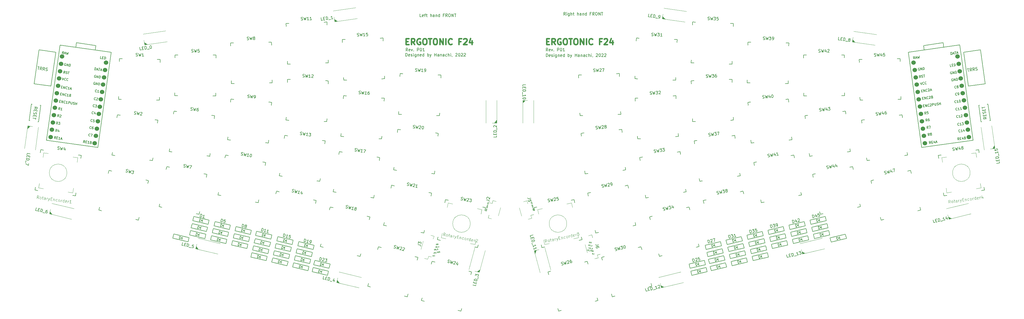
<source format=gbr>
%TF.GenerationSoftware,KiCad,Pcbnew,(6.0.1)*%
%TF.CreationDate,2022-02-27T14:39:43+09:00*%
%TF.ProjectId,ergotonic_f24,6572676f-746f-46e6-9963-5f6632342e6b,rev?*%
%TF.SameCoordinates,Original*%
%TF.FileFunction,Legend,Top*%
%TF.FilePolarity,Positive*%
%FSLAX46Y46*%
G04 Gerber Fmt 4.6, Leading zero omitted, Abs format (unit mm)*
G04 Created by KiCad (PCBNEW (6.0.1)) date 2022-02-27 14:39:43*
%MOMM*%
%LPD*%
G01*
G04 APERTURE LIST*
%ADD10C,0.050000*%
%ADD11C,0.150000*%
%ADD12C,0.100000*%
%ADD13C,0.500000*%
%ADD14C,0.120000*%
%ADD15C,1.524000*%
G04 APERTURE END LIST*
D10*
X26959008Y-85209193D02*
X27057488Y-85226557D01*
X27063311Y-85440340D02*
X26922624Y-85415533D01*
X26992083Y-85021610D01*
X27132770Y-85046417D01*
X27189929Y-85462666D02*
X27259388Y-85068743D01*
X27358753Y-85492435D01*
X27428213Y-85098511D01*
X27674879Y-85509493D02*
X27657503Y-85525771D01*
X27611990Y-85537087D01*
X27583852Y-85532126D01*
X27544954Y-85505925D01*
X27523432Y-85463447D01*
X27515978Y-85423450D01*
X27515140Y-85345937D01*
X27525062Y-85289662D01*
X27552361Y-85217110D01*
X27573045Y-85182074D01*
X27607798Y-85149519D01*
X27653311Y-85138202D01*
X27681449Y-85143164D01*
X27720347Y-85169364D01*
X27731108Y-85190603D01*
X27717924Y-85594449D02*
X27943023Y-85634140D01*
X28025758Y-85493997D02*
X28166445Y-85518804D01*
X27977775Y-85601585D02*
X28145715Y-85225027D01*
X28174737Y-85636314D01*
X28219114Y-87979820D02*
X28248135Y-88391108D01*
X28416075Y-88014550D01*
X28620536Y-88418090D02*
X28603160Y-88434367D01*
X28557646Y-88445683D01*
X28529509Y-88440722D01*
X28490610Y-88414522D01*
X28469088Y-88372044D01*
X28461635Y-88332047D01*
X28460796Y-88254533D01*
X28470719Y-88198258D01*
X28498018Y-88125706D01*
X28518702Y-88090670D01*
X28553454Y-88058115D01*
X28598968Y-88046799D01*
X28627105Y-88051760D01*
X28666004Y-88077961D01*
X28676765Y-88099200D01*
X28915978Y-88470184D02*
X28898602Y-88486462D01*
X28853088Y-88497778D01*
X28824951Y-88492817D01*
X28786053Y-88466616D01*
X28764530Y-88424138D01*
X28757077Y-88384141D01*
X28756239Y-88306628D01*
X28766161Y-88250353D01*
X28793460Y-88177801D01*
X28814144Y-88142765D01*
X28848897Y-88110210D01*
X28894410Y-88098893D01*
X28922548Y-88103855D01*
X28961446Y-88130055D01*
X28972207Y-88151294D01*
X26487707Y-86904089D02*
X26586187Y-86921454D01*
X26592010Y-87135237D02*
X26451323Y-87110430D01*
X26520783Y-86716507D01*
X26661469Y-86741314D01*
X26718628Y-87157563D02*
X26788087Y-86763640D01*
X26887452Y-87187331D01*
X26956912Y-86793408D01*
X27203579Y-87204390D02*
X27186202Y-87220668D01*
X27140689Y-87231984D01*
X27112551Y-87227023D01*
X27073653Y-87200822D01*
X27052131Y-87158344D01*
X27044677Y-87118347D01*
X27043839Y-87040834D01*
X27053762Y-86984559D01*
X27081061Y-86912006D01*
X27101744Y-86876971D01*
X27136497Y-86844416D01*
X27182011Y-86833099D01*
X27210148Y-86838061D01*
X27249046Y-86864261D01*
X27259808Y-86885500D01*
X27246623Y-87289346D02*
X27471722Y-87329037D01*
X27548680Y-87303924D02*
X27618140Y-86910001D01*
X27730689Y-86929846D01*
X27755519Y-86953566D01*
X27766280Y-86974805D01*
X27773734Y-87014802D01*
X27763811Y-87071077D01*
X27743127Y-87106112D01*
X27725751Y-87122390D01*
X27694306Y-87136187D01*
X27581756Y-87116341D01*
X27913582Y-86962095D02*
X27857353Y-87280985D01*
X27864807Y-87320982D01*
X27875568Y-87342221D01*
X27900398Y-87365941D01*
X27956672Y-87375864D01*
X27988117Y-87362067D01*
X28005493Y-87345789D01*
X28026177Y-87310754D01*
X28082406Y-86991863D01*
X28142873Y-87389355D02*
X28181771Y-87415555D01*
X28252115Y-87427958D01*
X28283560Y-87414161D01*
X28300936Y-87397884D01*
X28321620Y-87362848D01*
X28328235Y-87325332D01*
X28320781Y-87285334D01*
X28310020Y-87264095D01*
X28285190Y-87240376D01*
X28232223Y-87211695D01*
X28207394Y-87187975D01*
X28196632Y-87166736D01*
X28189179Y-87126739D01*
X28195794Y-87089223D01*
X28216478Y-87054187D01*
X28233854Y-87037909D01*
X28265299Y-87024112D01*
X28335643Y-87036516D01*
X28374541Y-87062716D01*
X28435007Y-87460207D02*
X28504467Y-87066284D01*
X28471391Y-87253867D02*
X28640215Y-87283635D01*
X28603832Y-87489975D02*
X28673291Y-87096052D01*
X27064905Y-86221472D02*
X27163385Y-86238836D01*
X27169208Y-86452619D02*
X27028521Y-86427812D01*
X27097980Y-86033889D01*
X27238667Y-86058696D01*
X27295826Y-86474945D02*
X27365285Y-86081022D01*
X27464650Y-86504714D01*
X27534110Y-86110790D01*
X27780776Y-86521772D02*
X27763400Y-86538050D01*
X27717887Y-86549366D01*
X27689749Y-86544405D01*
X27650851Y-86518204D01*
X27629328Y-86475726D01*
X27621875Y-86435729D01*
X27621037Y-86358216D01*
X27630959Y-86301941D01*
X27658258Y-86229389D01*
X27678942Y-86194353D01*
X27713695Y-86161798D01*
X27759208Y-86150481D01*
X27787346Y-86155443D01*
X27826244Y-86181643D01*
X27837005Y-86202882D01*
X27823821Y-86606728D02*
X28048920Y-86646419D01*
X28260743Y-86432330D02*
X28299641Y-86458530D01*
X28310402Y-86479769D01*
X28317856Y-86519766D01*
X28307933Y-86576041D01*
X28287249Y-86611077D01*
X28269873Y-86627355D01*
X28238428Y-86641151D01*
X28125878Y-86621306D01*
X28195338Y-86227383D01*
X28293818Y-86244748D01*
X28318648Y-86268467D01*
X28329409Y-86289706D01*
X28336863Y-86329703D01*
X28330248Y-86367220D01*
X28309564Y-86402256D01*
X28292187Y-86418533D01*
X28260743Y-86432330D01*
X28162262Y-86414965D01*
X27368630Y-84091347D02*
X27343800Y-84067627D01*
X27301594Y-84060185D01*
X27256081Y-84071501D01*
X27221328Y-84104057D01*
X27200644Y-84139092D01*
X27173345Y-84211645D01*
X27163423Y-84267919D01*
X27164261Y-84345433D01*
X27171714Y-84385430D01*
X27193237Y-84427908D01*
X27232135Y-84454108D01*
X27260272Y-84459070D01*
X27305786Y-84447754D01*
X27323162Y-84431476D01*
X27346315Y-84300168D01*
X27290041Y-84290246D01*
X27443165Y-84491319D02*
X27512625Y-84097396D01*
X27611990Y-84521087D01*
X27681449Y-84127164D01*
X27752676Y-84545894D02*
X27822136Y-84151971D01*
X27892479Y-84164374D01*
X27931378Y-84190574D01*
X27952900Y-84233052D01*
X27960353Y-84273050D01*
X27961192Y-84350563D01*
X27951269Y-84406838D01*
X27923970Y-84479390D01*
X27903286Y-84514426D01*
X27868533Y-84546981D01*
X27823020Y-84558297D01*
X27752676Y-84545894D01*
X-25151828Y-84805729D02*
X-25183273Y-84791932D01*
X-25225479Y-84799374D01*
X-25264378Y-84825574D01*
X-25285900Y-84868052D01*
X-25293353Y-84908050D01*
X-25294192Y-84985563D01*
X-25284269Y-85041838D01*
X-25256970Y-85114390D01*
X-25236286Y-85149426D01*
X-25201533Y-85181981D01*
X-25156020Y-85193297D01*
X-25127882Y-85188336D01*
X-25088984Y-85162136D01*
X-25078223Y-85140897D01*
X-25101376Y-85009589D01*
X-25157651Y-85019512D01*
X-24944990Y-85156087D02*
X-25014449Y-84762164D01*
X-24776165Y-85126319D01*
X-24845625Y-84732396D01*
X-24635479Y-85101512D02*
X-24704938Y-84707589D01*
X-24634594Y-84695185D01*
X-24589081Y-84706501D01*
X-24554328Y-84739057D01*
X-24533644Y-84774092D01*
X-24506345Y-84846645D01*
X-24496423Y-84902919D01*
X-24497261Y-84980433D01*
X-24504714Y-85020430D01*
X-24526237Y-85062908D01*
X-24565135Y-85089108D01*
X-24635479Y-85101512D01*
X-25501914Y-85930532D02*
X-25403433Y-85913167D01*
X-25324844Y-86112066D02*
X-25465531Y-86136872D01*
X-25534990Y-85742949D01*
X-25394303Y-85718142D01*
X-25198226Y-86089739D02*
X-25267685Y-85695816D01*
X-25029402Y-86059971D01*
X-25098861Y-85666048D01*
X-24726506Y-85967879D02*
X-24737267Y-85989118D01*
X-24776165Y-86015319D01*
X-24804303Y-86020280D01*
X-24849816Y-86008964D01*
X-24884569Y-85976409D01*
X-24905253Y-85941373D01*
X-24932552Y-85868821D01*
X-24942475Y-85812546D01*
X-24941636Y-85735032D01*
X-24934183Y-85695035D01*
X-24912660Y-85652557D01*
X-24873762Y-85626357D01*
X-24845625Y-85621396D01*
X-24800111Y-85632712D01*
X-24782735Y-85648989D01*
X-24657001Y-86032990D02*
X-24431902Y-85993299D01*
X-24402088Y-85833310D02*
X-24261401Y-85808503D01*
X-24410380Y-85950821D02*
X-24381358Y-85539533D01*
X-24213418Y-85916091D01*
X-25904017Y-86823253D02*
X-25805536Y-86805888D01*
X-25726947Y-87004787D02*
X-25867634Y-87029593D01*
X-25937093Y-86635670D01*
X-25796406Y-86610863D01*
X-25600329Y-86982460D02*
X-25669788Y-86588537D01*
X-25431505Y-86952692D01*
X-25500964Y-86558769D01*
X-25128609Y-86860600D02*
X-25139370Y-86881839D01*
X-25178268Y-86908040D01*
X-25206406Y-86913001D01*
X-25251919Y-86901685D01*
X-25286672Y-86869130D01*
X-25307356Y-86834094D01*
X-25334655Y-86761542D01*
X-25344578Y-86705267D01*
X-25343739Y-86627753D01*
X-25336286Y-86587756D01*
X-25314763Y-86545278D01*
X-25275865Y-86519078D01*
X-25247728Y-86514117D01*
X-25202214Y-86525433D01*
X-25184838Y-86541710D01*
X-25059104Y-86925711D02*
X-24834005Y-86886020D01*
X-24708179Y-86612394D02*
X-24662666Y-86623710D01*
X-24645289Y-86639988D01*
X-24624605Y-86675024D01*
X-24614683Y-86731299D01*
X-24622136Y-86771296D01*
X-24632897Y-86792535D01*
X-24657727Y-86816254D01*
X-24770277Y-86836100D01*
X-24839736Y-86442177D01*
X-24741255Y-86424812D01*
X-24709810Y-86438609D01*
X-24692434Y-86454886D01*
X-24671750Y-86489922D01*
X-24665135Y-86527439D01*
X-24672588Y-86567436D01*
X-24683349Y-86588675D01*
X-24708179Y-86612394D01*
X-24806660Y-86629759D01*
X-26100215Y-87918635D02*
X-26001734Y-87901270D01*
X-25923145Y-88100169D02*
X-26063832Y-88124975D01*
X-26133291Y-87731052D01*
X-25992604Y-87706245D01*
X-25796527Y-88077842D02*
X-25865986Y-87683919D01*
X-25627702Y-88048074D01*
X-25697162Y-87654151D01*
X-25324807Y-87955982D02*
X-25335568Y-87977221D01*
X-25374466Y-88003422D01*
X-25402604Y-88008383D01*
X-25448117Y-87997067D01*
X-25482870Y-87964512D01*
X-25503554Y-87929476D01*
X-25530853Y-87856924D01*
X-25540775Y-87800649D01*
X-25539937Y-87723135D01*
X-25532484Y-87683138D01*
X-25510961Y-87640660D01*
X-25472063Y-87614460D01*
X-25443925Y-87609499D01*
X-25398412Y-87620815D01*
X-25381036Y-87637092D01*
X-25255302Y-88021093D02*
X-25030203Y-87981402D01*
X-24966474Y-87931482D02*
X-25035934Y-87537559D01*
X-24923384Y-87517713D01*
X-24891939Y-87531510D01*
X-24874563Y-87547788D01*
X-24853879Y-87582823D01*
X-24843956Y-87639098D01*
X-24851410Y-87679095D01*
X-24862171Y-87700334D01*
X-24887001Y-87724054D01*
X-24999550Y-87743899D01*
X-24740491Y-87485464D02*
X-24684262Y-87804354D01*
X-24663579Y-87839390D01*
X-24646202Y-87855668D01*
X-24614757Y-87869465D01*
X-24558483Y-87859542D01*
X-24533653Y-87835822D01*
X-24522892Y-87814583D01*
X-24515438Y-87774586D01*
X-24571667Y-87455696D01*
X-24378897Y-87808535D02*
X-24333384Y-87819851D01*
X-24263040Y-87807447D01*
X-24238211Y-87783728D01*
X-24227449Y-87762489D01*
X-24219996Y-87722492D01*
X-24226611Y-87684975D01*
X-24247295Y-87649939D01*
X-24264671Y-87633662D01*
X-24296116Y-87619865D01*
X-24355698Y-87611029D01*
X-24387143Y-87597233D01*
X-24404520Y-87580955D01*
X-24425204Y-87545919D01*
X-24431819Y-87508403D01*
X-24424365Y-87468406D01*
X-24413604Y-87447167D01*
X-24388774Y-87423447D01*
X-24318431Y-87411044D01*
X-24272917Y-87422360D01*
X-24080147Y-87775198D02*
X-24149607Y-87381275D01*
X-24116531Y-87568858D02*
X-23947707Y-87539089D01*
X-23911323Y-87745430D02*
X-23980783Y-87351507D01*
X-26466960Y-88753739D02*
X-26299020Y-89130297D01*
X-26269998Y-88719009D01*
X-25939849Y-89028283D02*
X-25950610Y-89049522D01*
X-25989509Y-89075722D01*
X-26017646Y-89080683D01*
X-26063160Y-89069367D01*
X-26097912Y-89036812D01*
X-26118596Y-89001776D01*
X-26145895Y-88929224D01*
X-26155818Y-88872949D01*
X-26154980Y-88795436D01*
X-26147526Y-88755439D01*
X-26126004Y-88712961D01*
X-26087105Y-88686760D01*
X-26058968Y-88681799D01*
X-26013454Y-88693115D01*
X-25996078Y-88709393D01*
X-25644407Y-88976188D02*
X-25655168Y-88997427D01*
X-25694066Y-89023628D01*
X-25722204Y-89028589D01*
X-25767717Y-89017273D01*
X-25802470Y-88984718D01*
X-25823154Y-88949682D01*
X-25850453Y-88877130D01*
X-25860376Y-88820855D01*
X-25859537Y-88743341D01*
X-25852084Y-88703344D01*
X-25830562Y-88660866D01*
X-25791663Y-88634666D01*
X-25763526Y-88629705D01*
X-25718012Y-88641021D01*
X-25700636Y-88657298D01*
D11*
X82363871Y-81136710D02*
X82130425Y-80164340D01*
X82361942Y-80108757D01*
X82511969Y-80121711D01*
X82626808Y-80192085D01*
X82695344Y-80273575D01*
X82786113Y-80447672D01*
X82819463Y-80586582D01*
X82817625Y-80782912D01*
X82793555Y-80886635D01*
X82723181Y-81001475D01*
X82595387Y-81081127D01*
X82363871Y-81136710D01*
X83010189Y-79953127D02*
X83612132Y-79808613D01*
X83376940Y-80256855D01*
X83515850Y-80223506D01*
X83619573Y-80247576D01*
X83676993Y-80282763D01*
X83745529Y-80364253D01*
X83801112Y-80595770D01*
X83777041Y-80699493D01*
X83741854Y-80756913D01*
X83660364Y-80825449D01*
X83382544Y-80892148D01*
X83278821Y-80868077D01*
X83221401Y-80832890D01*
X84491895Y-79597401D02*
X84028862Y-79708565D01*
X84093723Y-80182715D01*
X84128910Y-80125295D01*
X84210400Y-80056759D01*
X84441917Y-80001177D01*
X84545640Y-80025247D01*
X84603060Y-80060434D01*
X84671596Y-80141924D01*
X84727178Y-80373441D01*
X84703108Y-80477164D01*
X84667921Y-80534584D01*
X84586431Y-80603120D01*
X84354914Y-80658702D01*
X84251191Y-80634632D01*
X84193771Y-80599445D01*
X19098380Y-6294380D02*
X18765047Y-5818190D01*
X18526952Y-6294380D02*
X18526952Y-5294380D01*
X18907904Y-5294380D01*
X19003142Y-5342000D01*
X19050761Y-5389619D01*
X19098380Y-5484857D01*
X19098380Y-5627714D01*
X19050761Y-5722952D01*
X19003142Y-5770571D01*
X18907904Y-5818190D01*
X18526952Y-5818190D01*
X19526952Y-6294380D02*
X19526952Y-5627714D01*
X19526952Y-5294380D02*
X19479333Y-5342000D01*
X19526952Y-5389619D01*
X19574571Y-5342000D01*
X19526952Y-5294380D01*
X19526952Y-5389619D01*
X20431714Y-5627714D02*
X20431714Y-6437238D01*
X20384095Y-6532476D01*
X20336476Y-6580095D01*
X20241238Y-6627714D01*
X20098380Y-6627714D01*
X20003142Y-6580095D01*
X20431714Y-6246761D02*
X20336476Y-6294380D01*
X20146000Y-6294380D01*
X20050761Y-6246761D01*
X20003142Y-6199142D01*
X19955523Y-6103904D01*
X19955523Y-5818190D01*
X20003142Y-5722952D01*
X20050761Y-5675333D01*
X20146000Y-5627714D01*
X20336476Y-5627714D01*
X20431714Y-5675333D01*
X20907904Y-6294380D02*
X20907904Y-5294380D01*
X21336476Y-6294380D02*
X21336476Y-5770571D01*
X21288857Y-5675333D01*
X21193619Y-5627714D01*
X21050761Y-5627714D01*
X20955523Y-5675333D01*
X20907904Y-5722952D01*
X21669809Y-5627714D02*
X22050761Y-5627714D01*
X21812666Y-5294380D02*
X21812666Y-6151523D01*
X21860285Y-6246761D01*
X21955523Y-6294380D01*
X22050761Y-6294380D01*
X23146000Y-6294380D02*
X23146000Y-5294380D01*
X23574571Y-6294380D02*
X23574571Y-5770571D01*
X23526952Y-5675333D01*
X23431714Y-5627714D01*
X23288857Y-5627714D01*
X23193619Y-5675333D01*
X23146000Y-5722952D01*
X24479333Y-6294380D02*
X24479333Y-5770571D01*
X24431714Y-5675333D01*
X24336476Y-5627714D01*
X24146000Y-5627714D01*
X24050761Y-5675333D01*
X24479333Y-6246761D02*
X24384095Y-6294380D01*
X24146000Y-6294380D01*
X24050761Y-6246761D01*
X24003142Y-6151523D01*
X24003142Y-6056285D01*
X24050761Y-5961047D01*
X24146000Y-5913428D01*
X24384095Y-5913428D01*
X24479333Y-5865809D01*
X24955523Y-5627714D02*
X24955523Y-6294380D01*
X24955523Y-5722952D02*
X25003142Y-5675333D01*
X25098380Y-5627714D01*
X25241238Y-5627714D01*
X25336476Y-5675333D01*
X25384095Y-5770571D01*
X25384095Y-6294380D01*
X26288857Y-6294380D02*
X26288857Y-5294380D01*
X26288857Y-6246761D02*
X26193619Y-6294380D01*
X26003142Y-6294380D01*
X25907904Y-6246761D01*
X25860285Y-6199142D01*
X25812666Y-6103904D01*
X25812666Y-5818190D01*
X25860285Y-5722952D01*
X25907904Y-5675333D01*
X26003142Y-5627714D01*
X26193619Y-5627714D01*
X26288857Y-5675333D01*
X27860285Y-5770571D02*
X27526952Y-5770571D01*
X27526952Y-6294380D02*
X27526952Y-5294380D01*
X28003142Y-5294380D01*
X28955523Y-6294380D02*
X28622190Y-5818190D01*
X28384095Y-6294380D02*
X28384095Y-5294380D01*
X28765047Y-5294380D01*
X28860285Y-5342000D01*
X28907904Y-5389619D01*
X28955523Y-5484857D01*
X28955523Y-5627714D01*
X28907904Y-5722952D01*
X28860285Y-5770571D01*
X28765047Y-5818190D01*
X28384095Y-5818190D01*
X29574571Y-5294380D02*
X29765047Y-5294380D01*
X29860285Y-5342000D01*
X29955523Y-5437238D01*
X30003142Y-5627714D01*
X30003142Y-5961047D01*
X29955523Y-6151523D01*
X29860285Y-6246761D01*
X29765047Y-6294380D01*
X29574571Y-6294380D01*
X29479333Y-6246761D01*
X29384095Y-6151523D01*
X29336476Y-5961047D01*
X29336476Y-5627714D01*
X29384095Y-5437238D01*
X29479333Y-5342000D01*
X29574571Y-5294380D01*
X30431714Y-6294380D02*
X30431714Y-5294380D01*
X31003142Y-6294380D01*
X31003142Y-5294380D01*
X31336476Y-5294380D02*
X31907904Y-5294380D01*
X31622190Y-6294380D02*
X31622190Y-5294380D01*
X-7963182Y-69702176D02*
X-7259748Y-69826210D01*
X-7127330Y-69897913D01*
X-7050076Y-70008242D01*
X-7027988Y-70157198D01*
X-7044526Y-70250989D01*
X-7794970Y-69296653D02*
X-7833596Y-69241489D01*
X-7863954Y-69139428D01*
X-7822609Y-68904950D01*
X-7759176Y-68819428D01*
X-7704011Y-68780801D01*
X-7601951Y-68750444D01*
X-7508160Y-68766982D01*
X-7375742Y-68838684D01*
X-6912222Y-69500659D01*
X-6804726Y-68891016D01*
D12*
X-22211378Y-82091627D02*
X-22446548Y-81560059D01*
X-22772065Y-81981350D02*
X-22579081Y-81000148D01*
X-22205290Y-81073666D01*
X-22121032Y-81138769D01*
X-22083497Y-81194683D01*
X-22055153Y-81297320D01*
X-22082722Y-81437492D01*
X-22147826Y-81521750D01*
X-22203739Y-81559284D01*
X-22306377Y-81587629D01*
X-22680168Y-81514111D01*
X-21650692Y-82201903D02*
X-21734950Y-82136800D01*
X-21772484Y-82080886D01*
X-21800828Y-81978249D01*
X-21745690Y-81697905D01*
X-21680587Y-81613647D01*
X-21624673Y-81576113D01*
X-21522035Y-81547769D01*
X-21381864Y-81575338D01*
X-21297606Y-81640441D01*
X-21260071Y-81696355D01*
X-21231727Y-81798992D01*
X-21286865Y-82079336D01*
X-21351969Y-82163594D01*
X-21407882Y-82201128D01*
X-21510520Y-82229473D01*
X-21650692Y-82201903D01*
X-20914625Y-81667235D02*
X-20540834Y-81740753D01*
X-20710125Y-81367737D02*
X-20875540Y-82208767D01*
X-20847196Y-82311405D01*
X-20762938Y-82376508D01*
X-20669490Y-82394888D01*
X-19921907Y-82541923D02*
X-19820820Y-82027961D01*
X-19849165Y-81925323D01*
X-19933423Y-81860220D01*
X-20120318Y-81823461D01*
X-20222956Y-81851805D01*
X-19912718Y-82495200D02*
X-20015355Y-82523544D01*
X-20248975Y-82477595D01*
X-20333233Y-82412492D01*
X-20361577Y-82309854D01*
X-20343198Y-82216407D01*
X-20278094Y-82132149D01*
X-20175457Y-82103804D01*
X-19941837Y-82149753D01*
X-19839200Y-82121408D01*
X-19454668Y-82633821D02*
X-19326012Y-81979686D01*
X-19362771Y-82166582D02*
X-19297668Y-82082324D01*
X-19241754Y-82044790D01*
X-19139117Y-82016445D01*
X-19045669Y-82034825D01*
X-18812049Y-82080773D02*
X-18707086Y-82780856D01*
X-18344810Y-82172671D02*
X-18707086Y-82780856D01*
X-18846483Y-82996096D01*
X-18902396Y-83033631D01*
X-19005034Y-83061975D01*
X-17998588Y-82386360D02*
X-17671521Y-82450688D01*
X-17632437Y-82992220D02*
X-18099675Y-82900323D01*
X-17906691Y-81919121D01*
X-17439452Y-82011018D01*
X-17083265Y-82420793D02*
X-17211921Y-83074928D01*
X-17101645Y-82514241D02*
X-17045731Y-82476707D01*
X-16943094Y-82448363D01*
X-16802922Y-82475932D01*
X-16718664Y-82541035D01*
X-16690319Y-82643673D01*
X-16791406Y-83157635D01*
X-15894463Y-83285516D02*
X-15997100Y-83313861D01*
X-16183996Y-83277102D01*
X-16268254Y-83211999D01*
X-16305788Y-83156085D01*
X-16334132Y-83053447D01*
X-16278994Y-82773104D01*
X-16213891Y-82688846D01*
X-16157977Y-82651312D01*
X-16055339Y-82622967D01*
X-15868444Y-82659726D01*
X-15784186Y-82724830D01*
X-15342966Y-83442517D02*
X-15427224Y-83377414D01*
X-15464758Y-83321500D01*
X-15493102Y-83218863D01*
X-15437964Y-82938519D01*
X-15372860Y-82854261D01*
X-15316947Y-82816727D01*
X-15214309Y-82788383D01*
X-15074138Y-82815952D01*
X-14989880Y-82881055D01*
X-14952345Y-82936969D01*
X-14924001Y-83039606D01*
X-14979139Y-83319950D01*
X-15044243Y-83404208D01*
X-15100156Y-83441742D01*
X-15202794Y-83470086D01*
X-15342966Y-83442517D01*
X-14595383Y-83589553D02*
X-14466727Y-82935418D01*
X-14503486Y-83122314D02*
X-14438383Y-83038056D01*
X-14382469Y-83000522D01*
X-14279831Y-82972177D01*
X-14186384Y-82990557D01*
X-13567457Y-83791727D02*
X-13374473Y-82810525D01*
X-13558268Y-83745003D02*
X-13660905Y-83773347D01*
X-13847801Y-83736589D01*
X-13932059Y-83671485D01*
X-13969593Y-83615572D01*
X-13997938Y-83512934D01*
X-13942799Y-83232591D01*
X-13877696Y-83148333D01*
X-13821782Y-83110798D01*
X-13719145Y-83082454D01*
X-13532249Y-83119213D01*
X-13447991Y-83184316D01*
X-12717238Y-83910418D02*
X-12819875Y-83938763D01*
X-13006771Y-83902004D01*
X-13091029Y-83836900D01*
X-13119373Y-83734263D01*
X-13045855Y-83360472D01*
X-12980752Y-83276214D01*
X-12878114Y-83247869D01*
X-12691219Y-83284628D01*
X-12606961Y-83349731D01*
X-12578616Y-83452369D01*
X-12596996Y-83545817D01*
X-13082614Y-83547367D01*
X-12259188Y-84049039D02*
X-12130532Y-83394905D01*
X-12167291Y-83581800D02*
X-12102188Y-83497542D01*
X-12046274Y-83460008D01*
X-11943637Y-83431664D01*
X-11850189Y-83450043D01*
X-11523897Y-83271562D02*
X-11467983Y-83234028D01*
X-11365346Y-83205684D01*
X-11131726Y-83251632D01*
X-11047468Y-83316736D01*
X-11009934Y-83372649D01*
X-10981589Y-83475287D01*
X-10999969Y-83568735D01*
X-11074262Y-83699717D01*
X-11745226Y-84150126D01*
X-11137815Y-84269593D01*
D11*
X-85106341Y-80420412D02*
X-84872895Y-79448042D01*
X-84641379Y-79503624D01*
X-84513585Y-79583277D01*
X-84443211Y-79698116D01*
X-84419141Y-79801839D01*
X-84417303Y-79998169D01*
X-84450653Y-80137079D01*
X-84541422Y-80311176D01*
X-84609958Y-80392666D01*
X-84724798Y-80463040D01*
X-84874824Y-80475994D01*
X-85106341Y-80420412D01*
X-83624634Y-80776138D02*
X-84180274Y-80642741D01*
X-83902454Y-80709439D02*
X-83669009Y-79737069D01*
X-83794965Y-79853747D01*
X-83909804Y-79924120D01*
X-84013527Y-79948191D01*
X-82698568Y-80998467D02*
X-83254207Y-80865070D01*
X-82976387Y-80931768D02*
X-82742942Y-79959398D01*
X-82868898Y-80076075D01*
X-82983738Y-80146449D01*
X-83087461Y-80170520D01*
X13049571Y-18613380D02*
X12716238Y-18137190D01*
X12478142Y-18613380D02*
X12478142Y-17613380D01*
X12859095Y-17613380D01*
X12954333Y-17661000D01*
X13001952Y-17708619D01*
X13049571Y-17803857D01*
X13049571Y-17946714D01*
X13001952Y-18041952D01*
X12954333Y-18089571D01*
X12859095Y-18137190D01*
X12478142Y-18137190D01*
X13859095Y-18565761D02*
X13763857Y-18613380D01*
X13573380Y-18613380D01*
X13478142Y-18565761D01*
X13430523Y-18470523D01*
X13430523Y-18089571D01*
X13478142Y-17994333D01*
X13573380Y-17946714D01*
X13763857Y-17946714D01*
X13859095Y-17994333D01*
X13906714Y-18089571D01*
X13906714Y-18184809D01*
X13430523Y-18280047D01*
X14240047Y-17946714D02*
X14478142Y-18613380D01*
X14716238Y-17946714D01*
X15097190Y-18518142D02*
X15144809Y-18565761D01*
X15097190Y-18613380D01*
X15049571Y-18565761D01*
X15097190Y-18518142D01*
X15097190Y-18613380D01*
X16335285Y-18613380D02*
X16335285Y-17613380D01*
X16716238Y-17613380D01*
X16811476Y-17661000D01*
X16859095Y-17708619D01*
X16906714Y-17803857D01*
X16906714Y-17946714D01*
X16859095Y-18041952D01*
X16811476Y-18089571D01*
X16716238Y-18137190D01*
X16335285Y-18137190D01*
X17525761Y-17613380D02*
X17621000Y-17613380D01*
X17716238Y-17661000D01*
X17763857Y-17708619D01*
X17811476Y-17803857D01*
X17859095Y-17994333D01*
X17859095Y-18232428D01*
X17811476Y-18422904D01*
X17763857Y-18518142D01*
X17716238Y-18565761D01*
X17621000Y-18613380D01*
X17525761Y-18613380D01*
X17430523Y-18565761D01*
X17382904Y-18518142D01*
X17335285Y-18422904D01*
X17287666Y-18232428D01*
X17287666Y-17994333D01*
X17335285Y-17803857D01*
X17382904Y-17708619D01*
X17430523Y-17661000D01*
X17525761Y-17613380D01*
X18811476Y-18613380D02*
X18240047Y-18613380D01*
X18525761Y-18613380D02*
X18525761Y-17613380D01*
X18430523Y-17756238D01*
X18335285Y-17851476D01*
X18240047Y-17899095D01*
X7212416Y-69172637D02*
X6508982Y-69296672D01*
X6360026Y-69274583D01*
X6249697Y-69197330D01*
X6177995Y-69064912D01*
X6161457Y-68971121D01*
X7377795Y-70110549D02*
X7295106Y-69641593D01*
X6817881Y-69677387D01*
X6873045Y-69716014D01*
X6936479Y-69801536D01*
X6977824Y-70036014D01*
X6947466Y-70138074D01*
X6908839Y-70193239D01*
X6823317Y-70256672D01*
X6588839Y-70298017D01*
X6486779Y-70267660D01*
X6431614Y-70229033D01*
X6368181Y-70143511D01*
X6326836Y-69909033D01*
X6357194Y-69806972D01*
X6395820Y-69751808D01*
X-70501341Y-84103412D02*
X-70267895Y-83131042D01*
X-70036379Y-83186624D01*
X-69908585Y-83266277D01*
X-69838211Y-83381116D01*
X-69814141Y-83484839D01*
X-69812303Y-83681169D01*
X-69845653Y-83820079D01*
X-69936422Y-83994176D01*
X-70004958Y-84075666D01*
X-70119798Y-84146040D01*
X-70269824Y-84158994D01*
X-70501341Y-84103412D01*
X-69019634Y-84459138D02*
X-69575274Y-84325741D01*
X-69297454Y-84392439D02*
X-69064009Y-83420069D01*
X-69189965Y-83536747D01*
X-69304804Y-83607120D01*
X-69408527Y-83631191D01*
X-68556601Y-84570302D02*
X-68371387Y-84614768D01*
X-68267664Y-84590698D01*
X-68210245Y-84555511D01*
X-68084289Y-84438834D01*
X-67993519Y-84264737D01*
X-67904588Y-83894310D01*
X-67928658Y-83790587D01*
X-67963845Y-83733167D01*
X-68045335Y-83664631D01*
X-68230549Y-83620165D01*
X-68334272Y-83644236D01*
X-68391692Y-83679423D01*
X-68460228Y-83760913D01*
X-68515810Y-83992430D01*
X-68491740Y-84096153D01*
X-68456553Y-84153573D01*
X-68375063Y-84222109D01*
X-68189849Y-84266575D01*
X-68086126Y-84242504D01*
X-68028706Y-84207317D01*
X-67960170Y-84125827D01*
X-34956428Y-18613380D02*
X-35289761Y-18137190D01*
X-35527857Y-18613380D02*
X-35527857Y-17613380D01*
X-35146904Y-17613380D01*
X-35051666Y-17661000D01*
X-35004047Y-17708619D01*
X-34956428Y-17803857D01*
X-34956428Y-17946714D01*
X-35004047Y-18041952D01*
X-35051666Y-18089571D01*
X-35146904Y-18137190D01*
X-35527857Y-18137190D01*
X-34146904Y-18565761D02*
X-34242142Y-18613380D01*
X-34432619Y-18613380D01*
X-34527857Y-18565761D01*
X-34575476Y-18470523D01*
X-34575476Y-18089571D01*
X-34527857Y-17994333D01*
X-34432619Y-17946714D01*
X-34242142Y-17946714D01*
X-34146904Y-17994333D01*
X-34099285Y-18089571D01*
X-34099285Y-18184809D01*
X-34575476Y-18280047D01*
X-33765952Y-17946714D02*
X-33527857Y-18613380D01*
X-33289761Y-17946714D01*
X-32908809Y-18518142D02*
X-32861190Y-18565761D01*
X-32908809Y-18613380D01*
X-32956428Y-18565761D01*
X-32908809Y-18518142D01*
X-32908809Y-18613380D01*
X-31670714Y-18613380D02*
X-31670714Y-17613380D01*
X-31289761Y-17613380D01*
X-31194523Y-17661000D01*
X-31146904Y-17708619D01*
X-31099285Y-17803857D01*
X-31099285Y-17946714D01*
X-31146904Y-18041952D01*
X-31194523Y-18089571D01*
X-31289761Y-18137190D01*
X-31670714Y-18137190D01*
X-30480238Y-17613380D02*
X-30385000Y-17613380D01*
X-30289761Y-17661000D01*
X-30242142Y-17708619D01*
X-30194523Y-17803857D01*
X-30146904Y-17994333D01*
X-30146904Y-18232428D01*
X-30194523Y-18422904D01*
X-30242142Y-18518142D01*
X-30289761Y-18565761D01*
X-30385000Y-18613380D01*
X-30480238Y-18613380D01*
X-30575476Y-18565761D01*
X-30623095Y-18518142D01*
X-30670714Y-18422904D01*
X-30718333Y-18232428D01*
X-30718333Y-17994333D01*
X-30670714Y-17803857D01*
X-30623095Y-17708619D01*
X-30575476Y-17661000D01*
X-30480238Y-17613380D01*
X-29194523Y-18613380D02*
X-29765952Y-18613380D01*
X-29480238Y-18613380D02*
X-29480238Y-17613380D01*
X-29575476Y-17756238D01*
X-29670714Y-17851476D01*
X-29765952Y-17899095D01*
D13*
X-35463333Y-15351142D02*
X-34796666Y-15351142D01*
X-34510952Y-16398761D02*
X-35463333Y-16398761D01*
X-35463333Y-14398761D01*
X-34510952Y-14398761D01*
X-32510952Y-16398761D02*
X-33177619Y-15446380D01*
X-33653809Y-16398761D02*
X-33653809Y-14398761D01*
X-32891904Y-14398761D01*
X-32701428Y-14494000D01*
X-32606190Y-14589238D01*
X-32510952Y-14779714D01*
X-32510952Y-15065428D01*
X-32606190Y-15255904D01*
X-32701428Y-15351142D01*
X-32891904Y-15446380D01*
X-33653809Y-15446380D01*
X-30606190Y-14494000D02*
X-30796666Y-14398761D01*
X-31082380Y-14398761D01*
X-31368095Y-14494000D01*
X-31558571Y-14684476D01*
X-31653809Y-14874952D01*
X-31749047Y-15255904D01*
X-31749047Y-15541619D01*
X-31653809Y-15922571D01*
X-31558571Y-16113047D01*
X-31368095Y-16303523D01*
X-31082380Y-16398761D01*
X-30891904Y-16398761D01*
X-30606190Y-16303523D01*
X-30510952Y-16208285D01*
X-30510952Y-15541619D01*
X-30891904Y-15541619D01*
X-29272857Y-14398761D02*
X-28891904Y-14398761D01*
X-28701428Y-14494000D01*
X-28510952Y-14684476D01*
X-28415714Y-15065428D01*
X-28415714Y-15732095D01*
X-28510952Y-16113047D01*
X-28701428Y-16303523D01*
X-28891904Y-16398761D01*
X-29272857Y-16398761D01*
X-29463333Y-16303523D01*
X-29653809Y-16113047D01*
X-29749047Y-15732095D01*
X-29749047Y-15065428D01*
X-29653809Y-14684476D01*
X-29463333Y-14494000D01*
X-29272857Y-14398761D01*
X-27844285Y-14398761D02*
X-26701428Y-14398761D01*
X-27272857Y-16398761D02*
X-27272857Y-14398761D01*
X-25653809Y-14398761D02*
X-25272857Y-14398761D01*
X-25082380Y-14494000D01*
X-24891904Y-14684476D01*
X-24796666Y-15065428D01*
X-24796666Y-15732095D01*
X-24891904Y-16113047D01*
X-25082380Y-16303523D01*
X-25272857Y-16398761D01*
X-25653809Y-16398761D01*
X-25844285Y-16303523D01*
X-26034761Y-16113047D01*
X-26130000Y-15732095D01*
X-26130000Y-15065428D01*
X-26034761Y-14684476D01*
X-25844285Y-14494000D01*
X-25653809Y-14398761D01*
X-23939523Y-16398761D02*
X-23939523Y-14398761D01*
X-22796666Y-16398761D01*
X-22796666Y-14398761D01*
X-21844285Y-16398761D02*
X-21844285Y-14398761D01*
X-19749047Y-16208285D02*
X-19844285Y-16303523D01*
X-20130000Y-16398761D01*
X-20320476Y-16398761D01*
X-20606190Y-16303523D01*
X-20796666Y-16113047D01*
X-20891904Y-15922571D01*
X-20987142Y-15541619D01*
X-20987142Y-15255904D01*
X-20891904Y-14874952D01*
X-20796666Y-14684476D01*
X-20606190Y-14494000D01*
X-20320476Y-14398761D01*
X-20130000Y-14398761D01*
X-19844285Y-14494000D01*
X-19749047Y-14589238D01*
X-16701428Y-15351142D02*
X-17368095Y-15351142D01*
X-17368095Y-16398761D02*
X-17368095Y-14398761D01*
X-16415714Y-14398761D01*
X-15749047Y-14589238D02*
X-15653809Y-14494000D01*
X-15463333Y-14398761D01*
X-14987142Y-14398761D01*
X-14796666Y-14494000D01*
X-14701428Y-14589238D01*
X-14606190Y-14779714D01*
X-14606190Y-14970190D01*
X-14701428Y-15255904D01*
X-15844285Y-16398761D01*
X-14606190Y-16398761D01*
X-12891904Y-15065428D02*
X-12891904Y-16398761D01*
X-13368095Y-14303523D02*
X-13844285Y-15732095D01*
X-12606190Y-15732095D01*
D12*
X150991529Y-70786234D02*
X150595167Y-70361069D01*
X150425662Y-70865762D02*
X150286488Y-69875494D01*
X150663733Y-69822476D01*
X150764672Y-69856377D01*
X150818455Y-69896905D01*
X150878865Y-69984589D01*
X150898747Y-70126056D01*
X150864846Y-70226994D01*
X150824318Y-70280777D01*
X150736634Y-70341187D01*
X150359389Y-70394206D01*
X151557397Y-70706707D02*
X151456458Y-70672806D01*
X151402675Y-70632278D01*
X151342265Y-70544594D01*
X151302501Y-70261660D01*
X151336402Y-70160721D01*
X151376931Y-70106938D01*
X151464614Y-70046528D01*
X151606081Y-70026646D01*
X151707020Y-70060547D01*
X151760803Y-70101076D01*
X151821213Y-70188760D01*
X151860977Y-70471693D01*
X151827076Y-70572632D01*
X151786547Y-70626415D01*
X151698863Y-70686825D01*
X151557397Y-70706707D01*
X152077638Y-69960373D02*
X152454883Y-69907355D01*
X152172713Y-69610402D02*
X152292005Y-70459203D01*
X152352415Y-70546887D01*
X152453353Y-70580788D01*
X152547665Y-70567534D01*
X153302155Y-70461497D02*
X153229254Y-69942785D01*
X153168844Y-69855101D01*
X153067906Y-69821200D01*
X152879283Y-69847710D01*
X152791599Y-69908120D01*
X153295527Y-70414342D02*
X153207843Y-70474752D01*
X152972065Y-70507888D01*
X152871127Y-70473987D01*
X152810716Y-70386303D01*
X152797462Y-70291992D01*
X152831363Y-70191053D01*
X152919047Y-70130643D01*
X153154825Y-70097507D01*
X153242509Y-70037097D01*
X153773711Y-70395224D02*
X153680929Y-69735046D01*
X153707438Y-69923668D02*
X153741339Y-69822730D01*
X153781867Y-69768947D01*
X153869551Y-69708536D01*
X153963862Y-69695282D01*
X154199641Y-69662145D02*
X154528201Y-70289188D01*
X154671197Y-69595872D02*
X154528201Y-70289188D01*
X154467026Y-70538220D01*
X154426498Y-70592003D01*
X154338814Y-70652413D01*
X155068324Y-69684321D02*
X155398413Y-69637930D01*
X155612780Y-70136760D02*
X155141224Y-70203033D01*
X155002051Y-69212765D01*
X155473607Y-69146492D01*
X155944399Y-69416936D02*
X156037181Y-70077114D01*
X155957653Y-69511247D02*
X155998181Y-69457464D01*
X156085865Y-69397054D01*
X156227332Y-69377172D01*
X156328271Y-69411073D01*
X156388681Y-69498757D01*
X156461581Y-70017469D01*
X157350911Y-69844395D02*
X157263227Y-69904805D01*
X157074604Y-69931314D01*
X156973666Y-69897413D01*
X156919883Y-69856885D01*
X156859473Y-69769201D01*
X156819709Y-69486267D01*
X156853610Y-69385328D01*
X156894138Y-69331545D01*
X156981822Y-69271135D01*
X157170445Y-69244626D01*
X157271383Y-69278527D01*
X157923406Y-69812023D02*
X157822467Y-69778122D01*
X157768684Y-69737593D01*
X157708274Y-69649909D01*
X157668510Y-69366976D01*
X157702411Y-69266037D01*
X157742940Y-69212254D01*
X157830623Y-69151844D01*
X157972090Y-69131962D01*
X158073029Y-69165863D01*
X158126812Y-69206392D01*
X158187222Y-69294075D01*
X158226986Y-69577009D01*
X158193085Y-69677948D01*
X158152556Y-69731731D01*
X158064872Y-69792141D01*
X157923406Y-69812023D01*
X158677895Y-69705986D02*
X158585113Y-69045807D01*
X158611623Y-69234430D02*
X158645524Y-69133491D01*
X158686052Y-69079708D01*
X158773736Y-69019298D01*
X158868047Y-69006044D01*
X159715319Y-69560186D02*
X159576146Y-68569918D01*
X159708692Y-69513030D02*
X159621008Y-69573440D01*
X159432385Y-69599949D01*
X159331447Y-69566048D01*
X159277664Y-69525520D01*
X159217254Y-69437836D01*
X159177490Y-69154902D01*
X159211391Y-69053964D01*
X159251919Y-69000181D01*
X159339603Y-68939771D01*
X159528226Y-68913262D01*
X159629164Y-68947163D01*
X160557493Y-69393739D02*
X160469809Y-69454149D01*
X160281187Y-69480658D01*
X160180248Y-69446757D01*
X160119838Y-69359073D01*
X160066820Y-68981828D01*
X160100721Y-68880890D01*
X160188405Y-68820480D01*
X160377027Y-68793970D01*
X160477966Y-68827871D01*
X160538376Y-68915555D01*
X160551630Y-69009867D01*
X160093329Y-69170451D01*
X161035677Y-69374622D02*
X160942895Y-68714443D01*
X160969404Y-68903065D02*
X161003305Y-68802127D01*
X161043833Y-68748344D01*
X161131517Y-68687934D01*
X161225828Y-68674679D01*
X161980318Y-68568642D02*
X162073100Y-69228821D01*
X161691522Y-68224534D02*
X161555153Y-68965005D01*
X162168176Y-68878850D01*
D11*
X103826871Y-75907351D02*
X103593425Y-74934981D01*
X103824942Y-74879398D01*
X103974969Y-74892352D01*
X104089808Y-74962726D01*
X104158344Y-75044216D01*
X104249113Y-75218313D01*
X104282463Y-75357223D01*
X104280625Y-75553553D01*
X104256555Y-75657276D01*
X104186181Y-75772116D01*
X104058387Y-75851768D01*
X103826871Y-75907351D01*
X105060340Y-74925611D02*
X105215971Y-75573857D01*
X104739892Y-74610766D02*
X104675122Y-75360898D01*
X105277066Y-75216384D01*
X105954895Y-74368042D02*
X105491862Y-74479206D01*
X105556723Y-74953356D01*
X105591910Y-74895936D01*
X105673400Y-74827400D01*
X105904917Y-74771818D01*
X106008640Y-74795888D01*
X106066060Y-74831075D01*
X106134596Y-74912565D01*
X106190178Y-75144082D01*
X106166108Y-75247805D01*
X106130921Y-75305225D01*
X106049431Y-75373761D01*
X105817914Y-75429343D01*
X105714191Y-75405273D01*
X105656771Y-75370086D01*
D12*
X-161427388Y-69301721D02*
X-161691205Y-68783774D01*
X-161993256Y-69222194D02*
X-161854083Y-68231926D01*
X-161476838Y-68284944D01*
X-161389154Y-68345354D01*
X-161348626Y-68399137D01*
X-161314725Y-68500076D01*
X-161334606Y-68641543D01*
X-161395017Y-68729227D01*
X-161448800Y-68769755D01*
X-161549738Y-68803656D01*
X-161926983Y-68750638D01*
X-160861521Y-69381249D02*
X-160949205Y-69320839D01*
X-160989733Y-69267056D01*
X-161023634Y-69166117D01*
X-160983871Y-68883183D01*
X-160923460Y-68795500D01*
X-160869677Y-68754971D01*
X-160768739Y-68721070D01*
X-160627272Y-68740952D01*
X-160539588Y-68801362D01*
X-160499060Y-68855145D01*
X-160465159Y-68956084D01*
X-160504922Y-69239017D01*
X-160565333Y-69326701D01*
X-160619116Y-69367230D01*
X-160720054Y-69401131D01*
X-160861521Y-69381249D01*
X-160155716Y-68807225D02*
X-159778471Y-68860243D01*
X-159967858Y-68497017D02*
X-160087149Y-69345819D01*
X-160053248Y-69446757D01*
X-159965564Y-69507167D01*
X-159871253Y-69520422D01*
X-159116763Y-69626459D02*
X-159043863Y-69107747D01*
X-159077764Y-69006808D01*
X-159165448Y-68946398D01*
X-159354070Y-68919889D01*
X-159455009Y-68953790D01*
X-159110136Y-69579303D02*
X-159211074Y-69613204D01*
X-159446852Y-69580068D01*
X-159534536Y-69519657D01*
X-159568437Y-69418719D01*
X-159555183Y-69324408D01*
X-159494773Y-69236724D01*
X-159393834Y-69202823D01*
X-159158056Y-69235959D01*
X-159057117Y-69202058D01*
X-158645207Y-69692732D02*
X-158552425Y-69032553D01*
X-158578934Y-69221175D02*
X-158518524Y-69133491D01*
X-158464741Y-69092963D01*
X-158363802Y-69059062D01*
X-158269491Y-69072317D01*
X-158033713Y-69105453D02*
X-157890717Y-69798768D01*
X-157562157Y-69171726D02*
X-157890717Y-69798768D01*
X-158018164Y-70021292D01*
X-158071947Y-70061820D01*
X-158172886Y-70095721D01*
X-157204793Y-69366211D02*
X-156874704Y-69412602D01*
X-156806137Y-69951196D02*
X-157277694Y-69884923D01*
X-157138521Y-68894655D01*
X-156666964Y-68960928D01*
X-156288955Y-69350663D02*
X-156381737Y-70010841D01*
X-156302209Y-69444974D02*
X-156248426Y-69404446D01*
X-156147488Y-69370545D01*
X-156006021Y-69390426D01*
X-155918337Y-69450837D01*
X-155884436Y-69551775D01*
X-155957336Y-70070487D01*
X-155054752Y-70149250D02*
X-155155691Y-70183151D01*
X-155344313Y-70156642D01*
X-155431997Y-70096232D01*
X-155472525Y-70042449D01*
X-155506427Y-69941510D01*
X-155466663Y-69658576D01*
X-155406253Y-69570893D01*
X-155352470Y-69530364D01*
X-155251531Y-69496463D01*
X-155062909Y-69522972D01*
X-154975225Y-69583383D01*
X-154495512Y-70275933D02*
X-154583196Y-70215523D01*
X-154623724Y-70161740D01*
X-154657625Y-70060801D01*
X-154617862Y-69777868D01*
X-154557451Y-69690184D01*
X-154503668Y-69649655D01*
X-154402730Y-69615754D01*
X-154261263Y-69635636D01*
X-154173579Y-69696046D01*
X-154133051Y-69749829D01*
X-154099150Y-69850768D01*
X-154138913Y-70133702D01*
X-154199324Y-70221386D01*
X-154253107Y-70261914D01*
X-154354045Y-70295815D01*
X-154495512Y-70275933D01*
X-153741022Y-70381970D02*
X-153648240Y-69721791D01*
X-153674749Y-69910414D02*
X-153614339Y-69822730D01*
X-153560556Y-69782201D01*
X-153459617Y-69748300D01*
X-153365306Y-69761555D01*
X-152703598Y-70527770D02*
X-152564425Y-69537502D01*
X-152696971Y-70480614D02*
X-152797910Y-70514516D01*
X-152986532Y-70488006D01*
X-153074216Y-70427596D01*
X-153114744Y-70373813D01*
X-153148645Y-70272875D01*
X-153108882Y-69989941D01*
X-153048471Y-69902257D01*
X-152994689Y-69861729D01*
X-152893750Y-69827828D01*
X-152705128Y-69854337D01*
X-152617444Y-69914747D01*
X-151848170Y-70599906D02*
X-151949108Y-70633807D01*
X-152137731Y-70607298D01*
X-152225415Y-70546887D01*
X-152259316Y-70445949D01*
X-152206298Y-70068704D01*
X-152145887Y-69981020D01*
X-152044949Y-69947119D01*
X-151856326Y-69973628D01*
X-151768642Y-70034038D01*
X-151734741Y-70134977D01*
X-151747996Y-70229288D01*
X-152232807Y-70257326D01*
X-151383241Y-70713334D02*
X-151290459Y-70053156D01*
X-151316968Y-70241778D02*
X-151256558Y-70154094D01*
X-151202775Y-70113566D01*
X-151101836Y-70079665D01*
X-151007525Y-70092919D01*
X-150251506Y-70872389D02*
X-150817373Y-70792862D01*
X-150534440Y-70832625D02*
X-150395267Y-69842357D01*
X-150509460Y-69970570D01*
X-150617026Y-70051626D01*
X-150717964Y-70085527D01*
D11*
X62805871Y-91020351D02*
X62572425Y-90047981D01*
X62803942Y-89992398D01*
X62953969Y-90005352D01*
X63068808Y-90075726D01*
X63137344Y-90157216D01*
X63228113Y-90331313D01*
X63261463Y-90470223D01*
X63259625Y-90666553D01*
X63235555Y-90770276D01*
X63165181Y-90885116D01*
X63037387Y-90964768D01*
X62805871Y-91020351D01*
X63520725Y-89918258D02*
X63555912Y-89860839D01*
X63637402Y-89792302D01*
X63868919Y-89736720D01*
X63972642Y-89760791D01*
X64030062Y-89795977D01*
X64098598Y-89877468D01*
X64120831Y-89970074D01*
X64107877Y-90120101D01*
X63685634Y-90809138D01*
X64287577Y-90664624D01*
X64933895Y-89481042D02*
X64470862Y-89592206D01*
X64535723Y-90066356D01*
X64570910Y-90008936D01*
X64652400Y-89940400D01*
X64883917Y-89884818D01*
X64987640Y-89908888D01*
X65045060Y-89944075D01*
X65113596Y-90025565D01*
X65169178Y-90257082D01*
X65145108Y-90360805D01*
X65109921Y-90418225D01*
X65028431Y-90486761D01*
X64796914Y-90542343D01*
X64693191Y-90518273D01*
X64635771Y-90483086D01*
D10*
X7542624Y-70272925D02*
X7182136Y-70473045D01*
X7594388Y-70466110D01*
X7315066Y-70821958D02*
X7292970Y-70813089D01*
X7263479Y-70776622D01*
X7256084Y-70749024D01*
X7263390Y-70702697D01*
X7292793Y-70665240D01*
X7325892Y-70641581D01*
X7395789Y-70608062D01*
X7450985Y-70593273D01*
X7528277Y-70587352D01*
X7568771Y-70591291D01*
X7612963Y-70609029D01*
X7642454Y-70645496D01*
X7649849Y-70673094D01*
X7642543Y-70719421D01*
X7627842Y-70738150D01*
X7392711Y-71111736D02*
X7370615Y-71102867D01*
X7341124Y-71066400D01*
X7333730Y-71038802D01*
X7341036Y-70992475D01*
X7370438Y-70955017D01*
X7403538Y-70931359D01*
X7473435Y-70897840D01*
X7528631Y-70883051D01*
X7605923Y-70877130D01*
X7646417Y-70881069D01*
X7690609Y-70898807D01*
X7720100Y-70935274D01*
X7727495Y-70962872D01*
X7720188Y-71009199D01*
X7705487Y-71027928D01*
X7448350Y-71466569D02*
X7834720Y-71363041D01*
X7853207Y-71432036D01*
X7845901Y-71478363D01*
X7816498Y-71515820D01*
X7783398Y-71539479D01*
X7713502Y-71572998D01*
X7658306Y-71587787D01*
X7581014Y-71593708D01*
X7540519Y-71589769D01*
X7496327Y-71572031D01*
X7466837Y-71535564D01*
X7448350Y-71466569D01*
X7632689Y-71712968D02*
X7669663Y-71850958D01*
X7514903Y-71714950D02*
X7927155Y-71708015D01*
X7566667Y-71908135D01*
X7967827Y-71859803D02*
X8012196Y-72025390D01*
X7603641Y-72046124D02*
X7990011Y-71942597D01*
X7758401Y-72182132D02*
X7795376Y-72320122D01*
X7640615Y-72184114D02*
X8052867Y-72177179D01*
X7692379Y-72377299D01*
X8186063Y-72747865D02*
X8197067Y-72715337D01*
X8185974Y-72673941D01*
X8156483Y-72637474D01*
X8112291Y-72619736D01*
X8071797Y-72615796D01*
X7994505Y-72621717D01*
X7939309Y-72636507D01*
X7869412Y-72670025D01*
X7836313Y-72693684D01*
X7806910Y-72731142D01*
X7799604Y-72777468D01*
X7806999Y-72805066D01*
X7836490Y-72841533D01*
X7858586Y-72850402D01*
X7987376Y-72815893D01*
X7972586Y-72760697D01*
X7855065Y-72984452D02*
X8241435Y-72880925D01*
X7899434Y-73150040D01*
X8285804Y-73046512D01*
X7936408Y-73288029D02*
X8322779Y-73184501D01*
X8341266Y-73253496D01*
X8333959Y-73299823D01*
X8304557Y-73337280D01*
X8271457Y-73360939D01*
X8201560Y-73394458D01*
X8146365Y-73409247D01*
X8069073Y-73415168D01*
X8028578Y-73411229D01*
X7984386Y-73393491D01*
X7954895Y-73357024D01*
X7936408Y-73288029D01*
D12*
X12784268Y-84228357D02*
X12359213Y-83831877D01*
X12225326Y-84347164D02*
X12017414Y-83369016D01*
X12390042Y-83289812D01*
X12493100Y-83316589D01*
X12549579Y-83353267D01*
X12615958Y-83436523D01*
X12645660Y-83576259D01*
X12618882Y-83679316D01*
X12582205Y-83735795D01*
X12498948Y-83802175D01*
X12126321Y-83881379D01*
X13343209Y-84109551D02*
X13240152Y-84082773D01*
X13183673Y-84046095D01*
X13117293Y-83962839D01*
X13057890Y-83683368D01*
X13084667Y-83580311D01*
X13121345Y-83523832D01*
X13204601Y-83457452D01*
X13344337Y-83427750D01*
X13447394Y-83454528D01*
X13503873Y-83491206D01*
X13570253Y-83574462D01*
X13629656Y-83853933D01*
X13602879Y-83956990D01*
X13566201Y-84013469D01*
X13482944Y-84079849D01*
X13343209Y-84109551D01*
X13810121Y-83328745D02*
X14182749Y-83249540D01*
X13880553Y-82972994D02*
X14058763Y-83811406D01*
X14125142Y-83894663D01*
X14228200Y-83921440D01*
X14321357Y-83901639D01*
X15066612Y-83743230D02*
X14957706Y-83230867D01*
X14891326Y-83147611D01*
X14788269Y-83120833D01*
X14601955Y-83160435D01*
X14518699Y-83226815D01*
X15056711Y-83696651D02*
X14973455Y-83763031D01*
X14740563Y-83812534D01*
X14637505Y-83785756D01*
X14571126Y-83702500D01*
X14551325Y-83609343D01*
X14578102Y-83506286D01*
X14661358Y-83439906D01*
X14894251Y-83390403D01*
X14977507Y-83324024D01*
X15532397Y-83644224D02*
X15393789Y-82992126D01*
X15433391Y-83178440D02*
X15460168Y-83075382D01*
X15496846Y-83018903D01*
X15580103Y-82952524D01*
X15673260Y-82932723D01*
X15906152Y-82883220D02*
X16277652Y-83485815D01*
X16371936Y-82784214D02*
X16277652Y-83485815D01*
X16233998Y-83738509D01*
X16197320Y-83794988D01*
X16114063Y-83861367D01*
X16774266Y-82844745D02*
X17100315Y-82775441D01*
X17348956Y-83258103D02*
X16883172Y-83357108D01*
X16675260Y-82378961D01*
X17141045Y-82279955D01*
X17629555Y-82516899D02*
X17768163Y-83168998D01*
X17649356Y-82610056D02*
X17686034Y-82553577D01*
X17769290Y-82487198D01*
X17909025Y-82457496D01*
X18012083Y-82484273D01*
X18078462Y-82567530D01*
X18187369Y-83079893D01*
X19062459Y-82845204D02*
X18979202Y-82911583D01*
X18792889Y-82951185D01*
X18689831Y-82924408D01*
X18633352Y-82887730D01*
X18566973Y-82804474D01*
X18507569Y-82525003D01*
X18534347Y-82421946D01*
X18571024Y-82365467D01*
X18654281Y-82299087D01*
X18840595Y-82259485D01*
X18943652Y-82286262D01*
X19631301Y-82772975D02*
X19528243Y-82746198D01*
X19471764Y-82709520D01*
X19405385Y-82626264D01*
X19345981Y-82346793D01*
X19372759Y-82243736D01*
X19409437Y-82187257D01*
X19492693Y-82120877D01*
X19632428Y-82091175D01*
X19735486Y-82117953D01*
X19791965Y-82154631D01*
X19858344Y-82237887D01*
X19917748Y-82517358D01*
X19890970Y-82620415D01*
X19854293Y-82676894D01*
X19771036Y-82743274D01*
X19631301Y-82772975D01*
X20376556Y-82614566D02*
X20237948Y-81962468D01*
X20277551Y-82148782D02*
X20304328Y-82045724D01*
X20341006Y-81989245D01*
X20424262Y-81922866D01*
X20517419Y-81903065D01*
X21401282Y-82396754D02*
X21193370Y-81418607D01*
X21391382Y-82350176D02*
X21308125Y-82416555D01*
X21121811Y-82456158D01*
X21018754Y-82429380D01*
X20962275Y-82392702D01*
X20895895Y-82309446D01*
X20836492Y-82029975D01*
X20863269Y-81926918D01*
X20899947Y-81870439D01*
X20983204Y-81804059D01*
X21169517Y-81764457D01*
X21272575Y-81791234D01*
X22229794Y-82171966D02*
X22146537Y-82238345D01*
X21960224Y-82277948D01*
X21857166Y-82251170D01*
X21790787Y-82167914D01*
X21711582Y-81795286D01*
X21738359Y-81692229D01*
X21821616Y-81625849D01*
X22007930Y-81586247D01*
X22110987Y-81613024D01*
X22177367Y-81696281D01*
X22197168Y-81789438D01*
X21751184Y-81981600D01*
X22705479Y-82119539D02*
X22566871Y-81467440D01*
X22606473Y-81653754D02*
X22633251Y-81550697D01*
X22669929Y-81494218D01*
X22753185Y-81427838D01*
X22846342Y-81408037D01*
X23009930Y-81032485D02*
X23615450Y-80903778D01*
X23368605Y-81345709D01*
X23508341Y-81316008D01*
X23611398Y-81342785D01*
X23667877Y-81379463D01*
X23734257Y-81462719D01*
X23783760Y-81695611D01*
X23756982Y-81798669D01*
X23720304Y-81855148D01*
X23637048Y-81921527D01*
X23357577Y-81980931D01*
X23254520Y-81954153D01*
X23198041Y-81917476D01*
D11*
X30453416Y-85174637D02*
X29749982Y-85298672D01*
X29601026Y-85276583D01*
X29490697Y-85199330D01*
X29418995Y-85066912D01*
X29402457Y-84973121D01*
X30610527Y-86065654D02*
X30577451Y-85878071D01*
X30514017Y-85792549D01*
X30458853Y-85753922D01*
X30301628Y-85684938D01*
X30105776Y-85671118D01*
X29730612Y-85737270D01*
X29645089Y-85800704D01*
X29606463Y-85855868D01*
X29576105Y-85957928D01*
X29609181Y-86145511D01*
X29672614Y-86231033D01*
X29727779Y-86269660D01*
X29829839Y-86300017D01*
X30064317Y-86258672D01*
X30149839Y-86195239D01*
X30188466Y-86140074D01*
X30218824Y-86038014D01*
X30185748Y-85850432D01*
X30122314Y-85764910D01*
X30067150Y-85726283D01*
X29965090Y-85695925D01*
X89475871Y-79336351D02*
X89242425Y-78363981D01*
X89473942Y-78308398D01*
X89623969Y-78321352D01*
X89738808Y-78391726D01*
X89807344Y-78473216D01*
X89898113Y-78647313D01*
X89931463Y-78786223D01*
X89929625Y-78982553D01*
X89905555Y-79086276D01*
X89835181Y-79201116D01*
X89707387Y-79280768D01*
X89475871Y-79336351D01*
X90122189Y-78152768D02*
X90724132Y-78008254D01*
X90488940Y-78456496D01*
X90627850Y-78423147D01*
X90731573Y-78447217D01*
X90788993Y-78482404D01*
X90857529Y-78563894D01*
X90913112Y-78795411D01*
X90889041Y-78899134D01*
X90853854Y-78956554D01*
X90772364Y-79025090D01*
X90494544Y-79091789D01*
X90390821Y-79067718D01*
X90333401Y-79032531D01*
X91420611Y-78869460D02*
X91605824Y-78824994D01*
X91687314Y-78756458D01*
X91722501Y-78699038D01*
X91781758Y-78537895D01*
X91783596Y-78341565D01*
X91694664Y-77971139D01*
X91626128Y-77889648D01*
X91568708Y-77854462D01*
X91464985Y-77830391D01*
X91279772Y-77874857D01*
X91198282Y-77943393D01*
X91163095Y-78000813D01*
X91139024Y-78104536D01*
X91194607Y-78336053D01*
X91263143Y-78417543D01*
X91320563Y-78452730D01*
X91424286Y-78476800D01*
X91609499Y-78432334D01*
X91690989Y-78363798D01*
X91726176Y-78306378D01*
X91750247Y-78202655D01*
X-91755307Y-79007576D02*
X-91521862Y-78035206D01*
X-91290345Y-78090789D01*
X-91162552Y-78170441D01*
X-91092178Y-78285281D01*
X-91068108Y-78389004D01*
X-91066270Y-78585334D01*
X-91099619Y-78724244D01*
X-91190388Y-78898340D01*
X-91258925Y-78979831D01*
X-91373764Y-79050204D01*
X-91523791Y-79063158D01*
X-91755307Y-79007576D01*
X-90510630Y-78718731D02*
X-90592120Y-78650195D01*
X-90627307Y-78592775D01*
X-90651378Y-78489052D01*
X-90640261Y-78442749D01*
X-90571725Y-78361258D01*
X-90514305Y-78326071D01*
X-90410582Y-78302001D01*
X-90225369Y-78346467D01*
X-90143879Y-78415003D01*
X-90108692Y-78472423D01*
X-90084621Y-78576146D01*
X-90095738Y-78622449D01*
X-90164274Y-78703939D01*
X-90221694Y-78739126D01*
X-90325417Y-78763197D01*
X-90510630Y-78718731D01*
X-90614353Y-78742801D01*
X-90671773Y-78777988D01*
X-90740309Y-78859479D01*
X-90784775Y-79044692D01*
X-90760705Y-79148415D01*
X-90725518Y-79205835D01*
X-90644027Y-79274371D01*
X-90458814Y-79318837D01*
X-90355091Y-79294766D01*
X-90297671Y-79259579D01*
X-90229135Y-79178089D01*
X-90184669Y-78992876D01*
X-90208740Y-78889153D01*
X-90243927Y-78831733D01*
X-90325417Y-78763197D01*
X-106106307Y-75578576D02*
X-105872862Y-74606206D01*
X-105641345Y-74661789D01*
X-105513552Y-74741441D01*
X-105443178Y-74856281D01*
X-105419108Y-74960004D01*
X-105417270Y-75156334D01*
X-105450619Y-75295244D01*
X-105541388Y-75469340D01*
X-105609925Y-75550831D01*
X-105724764Y-75621204D01*
X-105874791Y-75634158D01*
X-106106307Y-75578576D01*
X-104624601Y-75934302D02*
X-105180241Y-75800905D01*
X-104902421Y-75867604D02*
X-104668975Y-74895234D01*
X-104794931Y-75011911D01*
X-104909771Y-75082285D01*
X-105013494Y-75106355D01*
X-35638095Y-20391380D02*
X-35638095Y-19391380D01*
X-35400000Y-19391380D01*
X-35257142Y-19439000D01*
X-35161904Y-19534238D01*
X-35114285Y-19629476D01*
X-35066666Y-19819952D01*
X-35066666Y-19962809D01*
X-35114285Y-20153285D01*
X-35161904Y-20248523D01*
X-35257142Y-20343761D01*
X-35400000Y-20391380D01*
X-35638095Y-20391380D01*
X-34257142Y-20343761D02*
X-34352380Y-20391380D01*
X-34542857Y-20391380D01*
X-34638095Y-20343761D01*
X-34685714Y-20248523D01*
X-34685714Y-19867571D01*
X-34638095Y-19772333D01*
X-34542857Y-19724714D01*
X-34352380Y-19724714D01*
X-34257142Y-19772333D01*
X-34209523Y-19867571D01*
X-34209523Y-19962809D01*
X-34685714Y-20058047D01*
X-33828571Y-20343761D02*
X-33733333Y-20391380D01*
X-33542857Y-20391380D01*
X-33447619Y-20343761D01*
X-33400000Y-20248523D01*
X-33400000Y-20200904D01*
X-33447619Y-20105666D01*
X-33542857Y-20058047D01*
X-33685714Y-20058047D01*
X-33780952Y-20010428D01*
X-33828571Y-19915190D01*
X-33828571Y-19867571D01*
X-33780952Y-19772333D01*
X-33685714Y-19724714D01*
X-33542857Y-19724714D01*
X-33447619Y-19772333D01*
X-32971428Y-20391380D02*
X-32971428Y-19724714D01*
X-32971428Y-19391380D02*
X-33019047Y-19439000D01*
X-32971428Y-19486619D01*
X-32923809Y-19439000D01*
X-32971428Y-19391380D01*
X-32971428Y-19486619D01*
X-32066666Y-19724714D02*
X-32066666Y-20534238D01*
X-32114285Y-20629476D01*
X-32161904Y-20677095D01*
X-32257142Y-20724714D01*
X-32400000Y-20724714D01*
X-32495238Y-20677095D01*
X-32066666Y-20343761D02*
X-32161904Y-20391380D01*
X-32352380Y-20391380D01*
X-32447619Y-20343761D01*
X-32495238Y-20296142D01*
X-32542857Y-20200904D01*
X-32542857Y-19915190D01*
X-32495238Y-19819952D01*
X-32447619Y-19772333D01*
X-32352380Y-19724714D01*
X-32161904Y-19724714D01*
X-32066666Y-19772333D01*
X-31590476Y-19724714D02*
X-31590476Y-20391380D01*
X-31590476Y-19819952D02*
X-31542857Y-19772333D01*
X-31447619Y-19724714D01*
X-31304761Y-19724714D01*
X-31209523Y-19772333D01*
X-31161904Y-19867571D01*
X-31161904Y-20391380D01*
X-30304761Y-20343761D02*
X-30400000Y-20391380D01*
X-30590476Y-20391380D01*
X-30685714Y-20343761D01*
X-30733333Y-20248523D01*
X-30733333Y-19867571D01*
X-30685714Y-19772333D01*
X-30590476Y-19724714D01*
X-30400000Y-19724714D01*
X-30304761Y-19772333D01*
X-30257142Y-19867571D01*
X-30257142Y-19962809D01*
X-30733333Y-20058047D01*
X-29400000Y-20391380D02*
X-29400000Y-19391380D01*
X-29400000Y-20343761D02*
X-29495238Y-20391380D01*
X-29685714Y-20391380D01*
X-29780952Y-20343761D01*
X-29828571Y-20296142D01*
X-29876190Y-20200904D01*
X-29876190Y-19915190D01*
X-29828571Y-19819952D01*
X-29780952Y-19772333D01*
X-29685714Y-19724714D01*
X-29495238Y-19724714D01*
X-29400000Y-19772333D01*
X-28161904Y-20391380D02*
X-28161904Y-19391380D01*
X-28161904Y-19772333D02*
X-28066666Y-19724714D01*
X-27876190Y-19724714D01*
X-27780952Y-19772333D01*
X-27733333Y-19819952D01*
X-27685714Y-19915190D01*
X-27685714Y-20200904D01*
X-27733333Y-20296142D01*
X-27780952Y-20343761D01*
X-27876190Y-20391380D01*
X-28066666Y-20391380D01*
X-28161904Y-20343761D01*
X-27352380Y-19724714D02*
X-27114285Y-20391380D01*
X-26876190Y-19724714D02*
X-27114285Y-20391380D01*
X-27209523Y-20629476D01*
X-27257142Y-20677095D01*
X-27352380Y-20724714D01*
X-25733333Y-20391380D02*
X-25733333Y-19391380D01*
X-25733333Y-19867571D02*
X-25161904Y-19867571D01*
X-25161904Y-20391380D02*
X-25161904Y-19391380D01*
X-24257142Y-20391380D02*
X-24257142Y-19867571D01*
X-24304761Y-19772333D01*
X-24400000Y-19724714D01*
X-24590476Y-19724714D01*
X-24685714Y-19772333D01*
X-24257142Y-20343761D02*
X-24352380Y-20391380D01*
X-24590476Y-20391380D01*
X-24685714Y-20343761D01*
X-24733333Y-20248523D01*
X-24733333Y-20153285D01*
X-24685714Y-20058047D01*
X-24590476Y-20010428D01*
X-24352380Y-20010428D01*
X-24257142Y-19962809D01*
X-23780952Y-19724714D02*
X-23780952Y-20391380D01*
X-23780952Y-19819952D02*
X-23733333Y-19772333D01*
X-23638095Y-19724714D01*
X-23495238Y-19724714D01*
X-23400000Y-19772333D01*
X-23352380Y-19867571D01*
X-23352380Y-20391380D01*
X-22447619Y-20391380D02*
X-22447619Y-19867571D01*
X-22495238Y-19772333D01*
X-22590476Y-19724714D01*
X-22780952Y-19724714D01*
X-22876190Y-19772333D01*
X-22447619Y-20343761D02*
X-22542857Y-20391380D01*
X-22780952Y-20391380D01*
X-22876190Y-20343761D01*
X-22923809Y-20248523D01*
X-22923809Y-20153285D01*
X-22876190Y-20058047D01*
X-22780952Y-20010428D01*
X-22542857Y-20010428D01*
X-22447619Y-19962809D01*
X-21542857Y-20343761D02*
X-21638095Y-20391380D01*
X-21828571Y-20391380D01*
X-21923809Y-20343761D01*
X-21971428Y-20296142D01*
X-22019047Y-20200904D01*
X-22019047Y-19915190D01*
X-21971428Y-19819952D01*
X-21923809Y-19772333D01*
X-21828571Y-19724714D01*
X-21638095Y-19724714D01*
X-21542857Y-19772333D01*
X-21114285Y-20391380D02*
X-21114285Y-19391380D01*
X-20685714Y-20391380D02*
X-20685714Y-19867571D01*
X-20733333Y-19772333D01*
X-20828571Y-19724714D01*
X-20971428Y-19724714D01*
X-21066666Y-19772333D01*
X-21114285Y-19819952D01*
X-20209523Y-20391380D02*
X-20209523Y-19724714D01*
X-20209523Y-19391380D02*
X-20257142Y-19439000D01*
X-20209523Y-19486619D01*
X-20161904Y-19439000D01*
X-20209523Y-19391380D01*
X-20209523Y-19486619D01*
X-19685714Y-20343761D02*
X-19685714Y-20391380D01*
X-19733333Y-20486619D01*
X-19780952Y-20534238D01*
X-18542857Y-19486619D02*
X-18495238Y-19439000D01*
X-18400000Y-19391380D01*
X-18161904Y-19391380D01*
X-18066666Y-19439000D01*
X-18019047Y-19486619D01*
X-17971428Y-19581857D01*
X-17971428Y-19677095D01*
X-18019047Y-19819952D01*
X-18590476Y-20391380D01*
X-17971428Y-20391380D01*
X-17352380Y-19391380D02*
X-17257142Y-19391380D01*
X-17161904Y-19439000D01*
X-17114285Y-19486619D01*
X-17066666Y-19581857D01*
X-17019047Y-19772333D01*
X-17019047Y-20010428D01*
X-17066666Y-20200904D01*
X-17114285Y-20296142D01*
X-17161904Y-20343761D01*
X-17257142Y-20391380D01*
X-17352380Y-20391380D01*
X-17447619Y-20343761D01*
X-17495238Y-20296142D01*
X-17542857Y-20200904D01*
X-17590476Y-20010428D01*
X-17590476Y-19772333D01*
X-17542857Y-19581857D01*
X-17495238Y-19486619D01*
X-17447619Y-19439000D01*
X-17352380Y-19391380D01*
X-16638095Y-19486619D02*
X-16590476Y-19439000D01*
X-16495238Y-19391380D01*
X-16257142Y-19391380D01*
X-16161904Y-19439000D01*
X-16114285Y-19486619D01*
X-16066666Y-19581857D01*
X-16066666Y-19677095D01*
X-16114285Y-19819952D01*
X-16685714Y-20391380D01*
X-16066666Y-20391380D01*
X-15685714Y-19486619D02*
X-15638095Y-19439000D01*
X-15542857Y-19391380D01*
X-15304761Y-19391380D01*
X-15209523Y-19439000D01*
X-15161904Y-19486619D01*
X-15114285Y-19581857D01*
X-15114285Y-19677095D01*
X-15161904Y-19819952D01*
X-15733333Y-20391380D01*
X-15114285Y-20391380D01*
X-31458182Y-85069176D02*
X-30754748Y-85193210D01*
X-30622330Y-85264913D01*
X-30545076Y-85375242D01*
X-30522988Y-85524198D01*
X-30539526Y-85617989D01*
X-31392030Y-84694011D02*
X-31284534Y-84084368D01*
X-30967251Y-84478789D01*
X-30942445Y-84338102D01*
X-30879011Y-84252580D01*
X-30823846Y-84213953D01*
X-30721786Y-84183595D01*
X-30487308Y-84224940D01*
X-30401786Y-84288374D01*
X-30363159Y-84343538D01*
X-30332802Y-84445599D01*
X-30382415Y-84726972D01*
X-30445849Y-84812494D01*
X-30501013Y-84851121D01*
X68012871Y-84543351D02*
X67779425Y-83570981D01*
X68010942Y-83515398D01*
X68160969Y-83528352D01*
X68275808Y-83598726D01*
X68344344Y-83680216D01*
X68435113Y-83854313D01*
X68468463Y-83993223D01*
X68466625Y-84189553D01*
X68442555Y-84293276D01*
X68372181Y-84408116D01*
X68244387Y-84487768D01*
X68012871Y-84543351D01*
X68727725Y-83441258D02*
X68762912Y-83383839D01*
X68844402Y-83315302D01*
X69075919Y-83259720D01*
X69179642Y-83283791D01*
X69237062Y-83318977D01*
X69305598Y-83400468D01*
X69327831Y-83493074D01*
X69314877Y-83643101D01*
X68892634Y-84332138D01*
X69494577Y-84187624D01*
X69585255Y-83137439D02*
X70233502Y-82981809D01*
X70050217Y-84054227D01*
D13*
X12669666Y-15351142D02*
X13336333Y-15351142D01*
X13622047Y-16398761D02*
X12669666Y-16398761D01*
X12669666Y-14398761D01*
X13622047Y-14398761D01*
X15622047Y-16398761D02*
X14955380Y-15446380D01*
X14479190Y-16398761D02*
X14479190Y-14398761D01*
X15241095Y-14398761D01*
X15431571Y-14494000D01*
X15526809Y-14589238D01*
X15622047Y-14779714D01*
X15622047Y-15065428D01*
X15526809Y-15255904D01*
X15431571Y-15351142D01*
X15241095Y-15446380D01*
X14479190Y-15446380D01*
X17526809Y-14494000D02*
X17336333Y-14398761D01*
X17050619Y-14398761D01*
X16764904Y-14494000D01*
X16574428Y-14684476D01*
X16479190Y-14874952D01*
X16383952Y-15255904D01*
X16383952Y-15541619D01*
X16479190Y-15922571D01*
X16574428Y-16113047D01*
X16764904Y-16303523D01*
X17050619Y-16398761D01*
X17241095Y-16398761D01*
X17526809Y-16303523D01*
X17622047Y-16208285D01*
X17622047Y-15541619D01*
X17241095Y-15541619D01*
X18860142Y-14398761D02*
X19241095Y-14398761D01*
X19431571Y-14494000D01*
X19622047Y-14684476D01*
X19717285Y-15065428D01*
X19717285Y-15732095D01*
X19622047Y-16113047D01*
X19431571Y-16303523D01*
X19241095Y-16398761D01*
X18860142Y-16398761D01*
X18669666Y-16303523D01*
X18479190Y-16113047D01*
X18383952Y-15732095D01*
X18383952Y-15065428D01*
X18479190Y-14684476D01*
X18669666Y-14494000D01*
X18860142Y-14398761D01*
X20288714Y-14398761D02*
X21431571Y-14398761D01*
X20860142Y-16398761D02*
X20860142Y-14398761D01*
X22479190Y-14398761D02*
X22860142Y-14398761D01*
X23050619Y-14494000D01*
X23241095Y-14684476D01*
X23336333Y-15065428D01*
X23336333Y-15732095D01*
X23241095Y-16113047D01*
X23050619Y-16303523D01*
X22860142Y-16398761D01*
X22479190Y-16398761D01*
X22288714Y-16303523D01*
X22098238Y-16113047D01*
X22003000Y-15732095D01*
X22003000Y-15065428D01*
X22098238Y-14684476D01*
X22288714Y-14494000D01*
X22479190Y-14398761D01*
X24193476Y-16398761D02*
X24193476Y-14398761D01*
X25336333Y-16398761D01*
X25336333Y-14398761D01*
X26288714Y-16398761D02*
X26288714Y-14398761D01*
X28383952Y-16208285D02*
X28288714Y-16303523D01*
X28003000Y-16398761D01*
X27812523Y-16398761D01*
X27526809Y-16303523D01*
X27336333Y-16113047D01*
X27241095Y-15922571D01*
X27145857Y-15541619D01*
X27145857Y-15255904D01*
X27241095Y-14874952D01*
X27336333Y-14684476D01*
X27526809Y-14494000D01*
X27812523Y-14398761D01*
X28003000Y-14398761D01*
X28288714Y-14494000D01*
X28383952Y-14589238D01*
X31431571Y-15351142D02*
X30764904Y-15351142D01*
X30764904Y-16398761D02*
X30764904Y-14398761D01*
X31717285Y-14398761D01*
X32383952Y-14589238D02*
X32479190Y-14494000D01*
X32669666Y-14398761D01*
X33145857Y-14398761D01*
X33336333Y-14494000D01*
X33431571Y-14589238D01*
X33526809Y-14779714D01*
X33526809Y-14970190D01*
X33431571Y-15255904D01*
X32288714Y-16398761D01*
X33526809Y-16398761D01*
X35241095Y-15065428D02*
X35241095Y-16398761D01*
X34764904Y-14303523D02*
X34288714Y-15732095D01*
X35526809Y-15732095D01*
D11*
X75124871Y-82892351D02*
X74891425Y-81919981D01*
X75122942Y-81864398D01*
X75272969Y-81877352D01*
X75387808Y-81947726D01*
X75456344Y-82029216D01*
X75547113Y-82203313D01*
X75580463Y-82342223D01*
X75578625Y-82538553D01*
X75554555Y-82642276D01*
X75484181Y-82757116D01*
X75356387Y-82836768D01*
X75124871Y-82892351D01*
X75771189Y-81708768D02*
X76373132Y-81564254D01*
X76137940Y-82012496D01*
X76276850Y-81979147D01*
X76380573Y-82003217D01*
X76437993Y-82038404D01*
X76506529Y-82119894D01*
X76562112Y-82351411D01*
X76538041Y-82455134D01*
X76502854Y-82512554D01*
X76421364Y-82581090D01*
X76143544Y-82647789D01*
X76039821Y-82623718D01*
X75982401Y-82588531D01*
X77532644Y-82314295D02*
X76977004Y-82447693D01*
X77254824Y-82380994D02*
X77021379Y-81408624D01*
X76962121Y-81569767D01*
X76891748Y-81684607D01*
X76810257Y-81753143D01*
X96968871Y-77685351D02*
X96735425Y-76712981D01*
X96966942Y-76657398D01*
X97116969Y-76670352D01*
X97231808Y-76740726D01*
X97300344Y-76822216D01*
X97391113Y-76996313D01*
X97424463Y-77135223D01*
X97422625Y-77331553D01*
X97398555Y-77435276D01*
X97328181Y-77550116D01*
X97200387Y-77629768D01*
X96968871Y-77685351D01*
X98202340Y-76703611D02*
X98357971Y-77351857D01*
X97881892Y-76388766D02*
X97817122Y-77138898D01*
X98419066Y-76994384D01*
X98609792Y-76360929D02*
X98644978Y-76303510D01*
X98726469Y-76234973D01*
X98957985Y-76179391D01*
X99061708Y-76203462D01*
X99119128Y-76238648D01*
X99187664Y-76320139D01*
X99209897Y-76412745D01*
X99196943Y-76562772D01*
X98774701Y-77251809D01*
X99376644Y-77107295D01*
X12494904Y-20518380D02*
X12494904Y-19518380D01*
X12732999Y-19518380D01*
X12875857Y-19566000D01*
X12971095Y-19661238D01*
X13018714Y-19756476D01*
X13066333Y-19946952D01*
X13066333Y-20089809D01*
X13018714Y-20280285D01*
X12971095Y-20375523D01*
X12875857Y-20470761D01*
X12732999Y-20518380D01*
X12494904Y-20518380D01*
X13875857Y-20470761D02*
X13780619Y-20518380D01*
X13590142Y-20518380D01*
X13494904Y-20470761D01*
X13447285Y-20375523D01*
X13447285Y-19994571D01*
X13494904Y-19899333D01*
X13590142Y-19851714D01*
X13780619Y-19851714D01*
X13875857Y-19899333D01*
X13923476Y-19994571D01*
X13923476Y-20089809D01*
X13447285Y-20185047D01*
X14304428Y-20470761D02*
X14399666Y-20518380D01*
X14590142Y-20518380D01*
X14685380Y-20470761D01*
X14732999Y-20375523D01*
X14732999Y-20327904D01*
X14685380Y-20232666D01*
X14590142Y-20185047D01*
X14447285Y-20185047D01*
X14352047Y-20137428D01*
X14304428Y-20042190D01*
X14304428Y-19994571D01*
X14352047Y-19899333D01*
X14447285Y-19851714D01*
X14590142Y-19851714D01*
X14685380Y-19899333D01*
X15161571Y-20518380D02*
X15161571Y-19851714D01*
X15161571Y-19518380D02*
X15113952Y-19566000D01*
X15161571Y-19613619D01*
X15209190Y-19566000D01*
X15161571Y-19518380D01*
X15161571Y-19613619D01*
X16066333Y-19851714D02*
X16066333Y-20661238D01*
X16018714Y-20756476D01*
X15971095Y-20804095D01*
X15875857Y-20851714D01*
X15732999Y-20851714D01*
X15637761Y-20804095D01*
X16066333Y-20470761D02*
X15971095Y-20518380D01*
X15780619Y-20518380D01*
X15685380Y-20470761D01*
X15637761Y-20423142D01*
X15590142Y-20327904D01*
X15590142Y-20042190D01*
X15637761Y-19946952D01*
X15685380Y-19899333D01*
X15780619Y-19851714D01*
X15971095Y-19851714D01*
X16066333Y-19899333D01*
X16542523Y-19851714D02*
X16542523Y-20518380D01*
X16542523Y-19946952D02*
X16590142Y-19899333D01*
X16685380Y-19851714D01*
X16828238Y-19851714D01*
X16923476Y-19899333D01*
X16971095Y-19994571D01*
X16971095Y-20518380D01*
X17828238Y-20470761D02*
X17733000Y-20518380D01*
X17542523Y-20518380D01*
X17447285Y-20470761D01*
X17399666Y-20375523D01*
X17399666Y-19994571D01*
X17447285Y-19899333D01*
X17542523Y-19851714D01*
X17733000Y-19851714D01*
X17828238Y-19899333D01*
X17875857Y-19994571D01*
X17875857Y-20089809D01*
X17399666Y-20185047D01*
X18733000Y-20518380D02*
X18733000Y-19518380D01*
X18733000Y-20470761D02*
X18637761Y-20518380D01*
X18447285Y-20518380D01*
X18352047Y-20470761D01*
X18304428Y-20423142D01*
X18256809Y-20327904D01*
X18256809Y-20042190D01*
X18304428Y-19946952D01*
X18352047Y-19899333D01*
X18447285Y-19851714D01*
X18637761Y-19851714D01*
X18733000Y-19899333D01*
X19971095Y-20518380D02*
X19971095Y-19518380D01*
X19971095Y-19899333D02*
X20066333Y-19851714D01*
X20256809Y-19851714D01*
X20352047Y-19899333D01*
X20399666Y-19946952D01*
X20447285Y-20042190D01*
X20447285Y-20327904D01*
X20399666Y-20423142D01*
X20352047Y-20470761D01*
X20256809Y-20518380D01*
X20066333Y-20518380D01*
X19971095Y-20470761D01*
X20780619Y-19851714D02*
X21018714Y-20518380D01*
X21256809Y-19851714D02*
X21018714Y-20518380D01*
X20923476Y-20756476D01*
X20875857Y-20804095D01*
X20780619Y-20851714D01*
X22399666Y-20518380D02*
X22399666Y-19518380D01*
X22399666Y-19994571D02*
X22971095Y-19994571D01*
X22971095Y-20518380D02*
X22971095Y-19518380D01*
X23875857Y-20518380D02*
X23875857Y-19994571D01*
X23828238Y-19899333D01*
X23733000Y-19851714D01*
X23542523Y-19851714D01*
X23447285Y-19899333D01*
X23875857Y-20470761D02*
X23780619Y-20518380D01*
X23542523Y-20518380D01*
X23447285Y-20470761D01*
X23399666Y-20375523D01*
X23399666Y-20280285D01*
X23447285Y-20185047D01*
X23542523Y-20137428D01*
X23780619Y-20137428D01*
X23875857Y-20089809D01*
X24352047Y-19851714D02*
X24352047Y-20518380D01*
X24352047Y-19946952D02*
X24399666Y-19899333D01*
X24494904Y-19851714D01*
X24637761Y-19851714D01*
X24733000Y-19899333D01*
X24780619Y-19994571D01*
X24780619Y-20518380D01*
X25685380Y-20518380D02*
X25685380Y-19994571D01*
X25637761Y-19899333D01*
X25542523Y-19851714D01*
X25352047Y-19851714D01*
X25256809Y-19899333D01*
X25685380Y-20470761D02*
X25590142Y-20518380D01*
X25352047Y-20518380D01*
X25256809Y-20470761D01*
X25209190Y-20375523D01*
X25209190Y-20280285D01*
X25256809Y-20185047D01*
X25352047Y-20137428D01*
X25590142Y-20137428D01*
X25685380Y-20089809D01*
X26590142Y-20470761D02*
X26494904Y-20518380D01*
X26304428Y-20518380D01*
X26209190Y-20470761D01*
X26161571Y-20423142D01*
X26113952Y-20327904D01*
X26113952Y-20042190D01*
X26161571Y-19946952D01*
X26209190Y-19899333D01*
X26304428Y-19851714D01*
X26494904Y-19851714D01*
X26590142Y-19899333D01*
X27018714Y-20518380D02*
X27018714Y-19518380D01*
X27447285Y-20518380D02*
X27447285Y-19994571D01*
X27399666Y-19899333D01*
X27304428Y-19851714D01*
X27161571Y-19851714D01*
X27066333Y-19899333D01*
X27018714Y-19946952D01*
X27923476Y-20518380D02*
X27923476Y-19851714D01*
X27923476Y-19518380D02*
X27875857Y-19566000D01*
X27923476Y-19613619D01*
X27971095Y-19566000D01*
X27923476Y-19518380D01*
X27923476Y-19613619D01*
X28447285Y-20470761D02*
X28447285Y-20518380D01*
X28399666Y-20613619D01*
X28352047Y-20661238D01*
X29590142Y-19613619D02*
X29637761Y-19566000D01*
X29732999Y-19518380D01*
X29971095Y-19518380D01*
X30066333Y-19566000D01*
X30113952Y-19613619D01*
X30161571Y-19708857D01*
X30161571Y-19804095D01*
X30113952Y-19946952D01*
X29542523Y-20518380D01*
X30161571Y-20518380D01*
X30780619Y-19518380D02*
X30875857Y-19518380D01*
X30971095Y-19566000D01*
X31018714Y-19613619D01*
X31066333Y-19708857D01*
X31113952Y-19899333D01*
X31113952Y-20137428D01*
X31066333Y-20327904D01*
X31018714Y-20423142D01*
X30971095Y-20470761D01*
X30875857Y-20518380D01*
X30780619Y-20518380D01*
X30685380Y-20470761D01*
X30637761Y-20423142D01*
X30590142Y-20327904D01*
X30542523Y-20137428D01*
X30542523Y-19899333D01*
X30590142Y-19708857D01*
X30637761Y-19613619D01*
X30685380Y-19566000D01*
X30780619Y-19518380D01*
X31494904Y-19613619D02*
X31542523Y-19566000D01*
X31637761Y-19518380D01*
X31875857Y-19518380D01*
X31971095Y-19566000D01*
X32018714Y-19613619D01*
X32066333Y-19708857D01*
X32066333Y-19804095D01*
X32018714Y-19946952D01*
X31447285Y-20518380D01*
X32066333Y-20518380D01*
X32447285Y-19613619D02*
X32494904Y-19566000D01*
X32590142Y-19518380D01*
X32828238Y-19518380D01*
X32923476Y-19566000D01*
X32971095Y-19613619D01*
X33018714Y-19708857D01*
X33018714Y-19804095D01*
X32971095Y-19946952D01*
X32399666Y-20518380D01*
X33018714Y-20518380D01*
X-30257047Y-6802380D02*
X-30733238Y-6802380D01*
X-30733238Y-5802380D01*
X-29542761Y-6754761D02*
X-29638000Y-6802380D01*
X-29828476Y-6802380D01*
X-29923714Y-6754761D01*
X-29971333Y-6659523D01*
X-29971333Y-6278571D01*
X-29923714Y-6183333D01*
X-29828476Y-6135714D01*
X-29638000Y-6135714D01*
X-29542761Y-6183333D01*
X-29495142Y-6278571D01*
X-29495142Y-6373809D01*
X-29971333Y-6469047D01*
X-29209428Y-6135714D02*
X-28828476Y-6135714D01*
X-29066571Y-6802380D02*
X-29066571Y-5945238D01*
X-29018952Y-5850000D01*
X-28923714Y-5802380D01*
X-28828476Y-5802380D01*
X-28638000Y-6135714D02*
X-28257047Y-6135714D01*
X-28495142Y-5802380D02*
X-28495142Y-6659523D01*
X-28447523Y-6754761D01*
X-28352285Y-6802380D01*
X-28257047Y-6802380D01*
X-27161809Y-6802380D02*
X-27161809Y-5802380D01*
X-26733238Y-6802380D02*
X-26733238Y-6278571D01*
X-26780857Y-6183333D01*
X-26876095Y-6135714D01*
X-27018952Y-6135714D01*
X-27114190Y-6183333D01*
X-27161809Y-6230952D01*
X-25828476Y-6802380D02*
X-25828476Y-6278571D01*
X-25876095Y-6183333D01*
X-25971333Y-6135714D01*
X-26161809Y-6135714D01*
X-26257047Y-6183333D01*
X-25828476Y-6754761D02*
X-25923714Y-6802380D01*
X-26161809Y-6802380D01*
X-26257047Y-6754761D01*
X-26304666Y-6659523D01*
X-26304666Y-6564285D01*
X-26257047Y-6469047D01*
X-26161809Y-6421428D01*
X-25923714Y-6421428D01*
X-25828476Y-6373809D01*
X-25352285Y-6135714D02*
X-25352285Y-6802380D01*
X-25352285Y-6230952D02*
X-25304666Y-6183333D01*
X-25209428Y-6135714D01*
X-25066571Y-6135714D01*
X-24971333Y-6183333D01*
X-24923714Y-6278571D01*
X-24923714Y-6802380D01*
X-24018952Y-6802380D02*
X-24018952Y-5802380D01*
X-24018952Y-6754761D02*
X-24114190Y-6802380D01*
X-24304666Y-6802380D01*
X-24399904Y-6754761D01*
X-24447523Y-6707142D01*
X-24495142Y-6611904D01*
X-24495142Y-6326190D01*
X-24447523Y-6230952D01*
X-24399904Y-6183333D01*
X-24304666Y-6135714D01*
X-24114190Y-6135714D01*
X-24018952Y-6183333D01*
X-22447523Y-6278571D02*
X-22780857Y-6278571D01*
X-22780857Y-6802380D02*
X-22780857Y-5802380D01*
X-22304666Y-5802380D01*
X-21352285Y-6802380D02*
X-21685619Y-6326190D01*
X-21923714Y-6802380D02*
X-21923714Y-5802380D01*
X-21542761Y-5802380D01*
X-21447523Y-5850000D01*
X-21399904Y-5897619D01*
X-21352285Y-5992857D01*
X-21352285Y-6135714D01*
X-21399904Y-6230952D01*
X-21447523Y-6278571D01*
X-21542761Y-6326190D01*
X-21923714Y-6326190D01*
X-20733238Y-5802380D02*
X-20542761Y-5802380D01*
X-20447523Y-5850000D01*
X-20352285Y-5945238D01*
X-20304666Y-6135714D01*
X-20304666Y-6469047D01*
X-20352285Y-6659523D01*
X-20447523Y-6754761D01*
X-20542761Y-6802380D01*
X-20733238Y-6802380D01*
X-20828476Y-6754761D01*
X-20923714Y-6659523D01*
X-20971333Y-6469047D01*
X-20971333Y-6135714D01*
X-20923714Y-5945238D01*
X-20828476Y-5850000D01*
X-20733238Y-5802380D01*
X-19876095Y-6802380D02*
X-19876095Y-5802380D01*
X-19304666Y-6802380D01*
X-19304666Y-5802380D01*
X-18971333Y-5802380D02*
X-18399904Y-5802380D01*
X-18685619Y-6802380D02*
X-18685619Y-5802380D01*
D10*
X-8304380Y-73316431D02*
X-8330173Y-73339099D01*
X-8341266Y-73380496D01*
X-8333959Y-73426823D01*
X-8304557Y-73464280D01*
X-8271457Y-73487939D01*
X-8201560Y-73521458D01*
X-8146365Y-73536247D01*
X-8069073Y-73542168D01*
X-8028578Y-73538229D01*
X-7984386Y-73520491D01*
X-7954895Y-73484024D01*
X-7947501Y-73456426D01*
X-7954807Y-73410099D01*
X-7969508Y-73391370D01*
X-8098298Y-73356861D01*
X-8113088Y-73412057D01*
X-7899434Y-73277040D02*
X-8285804Y-73173512D01*
X-7855065Y-73111452D01*
X-8241435Y-73007925D01*
X-7818091Y-72973463D02*
X-8204461Y-72869935D01*
X-8185974Y-72800941D01*
X-8156483Y-72764474D01*
X-8112291Y-72746736D01*
X-8071797Y-72742796D01*
X-7994505Y-72748717D01*
X-7939309Y-72763507D01*
X-7869412Y-72797025D01*
X-7836313Y-72820684D01*
X-7806910Y-72858142D01*
X-7799604Y-72904468D01*
X-7818091Y-72973463D01*
X-7681287Y-72462902D02*
X-8067657Y-72359375D01*
X-8049170Y-72290380D01*
X-8019679Y-72253913D01*
X-7975487Y-72236175D01*
X-7934992Y-72232236D01*
X-7857701Y-72238156D01*
X-7802505Y-72252946D01*
X-7732608Y-72286464D01*
X-7699508Y-72310123D01*
X-7670106Y-72347581D01*
X-7662800Y-72393907D01*
X-7681287Y-72462902D01*
X-7717730Y-72157344D02*
X-7680756Y-72019355D01*
X-7614733Y-72214521D02*
X-7975222Y-72014401D01*
X-7562969Y-72021336D01*
X-7934550Y-71862613D02*
X-7890181Y-71697025D01*
X-7525995Y-71883347D02*
X-7912366Y-71779819D01*
X-7592018Y-71688180D02*
X-7555044Y-71550191D01*
X-7489021Y-71745357D02*
X-7849510Y-71545237D01*
X-7437257Y-71552172D01*
X-7749679Y-71172666D02*
X-7337427Y-71179601D01*
X-7697915Y-70979481D01*
X-7278091Y-70810968D02*
X-7263390Y-70829697D01*
X-7256084Y-70876024D01*
X-7263479Y-70903622D01*
X-7292970Y-70940089D01*
X-7337162Y-70957827D01*
X-7377656Y-70961766D01*
X-7454948Y-70955846D01*
X-7510144Y-70941056D01*
X-7580041Y-70907537D01*
X-7613140Y-70883879D01*
X-7642543Y-70846421D01*
X-7649849Y-70800094D01*
X-7642454Y-70772496D01*
X-7612963Y-70736029D01*
X-7590867Y-70727160D01*
X-7200446Y-70521191D02*
X-7185745Y-70539920D01*
X-7178438Y-70586246D01*
X-7185833Y-70613844D01*
X-7215324Y-70650311D01*
X-7259516Y-70668049D01*
X-7300010Y-70671988D01*
X-7377302Y-70666068D01*
X-7432498Y-70651278D01*
X-7502395Y-70617760D01*
X-7535495Y-70594101D01*
X-7564897Y-70556643D01*
X-7572203Y-70510317D01*
X-7564809Y-70482719D01*
X-7535318Y-70446252D01*
X-7513222Y-70437383D01*
D11*
X-98994307Y-77229576D02*
X-98760862Y-76257206D01*
X-98529345Y-76312789D01*
X-98401552Y-76392441D01*
X-98331178Y-76507281D01*
X-98307108Y-76611004D01*
X-98305270Y-76807334D01*
X-98338619Y-76946244D01*
X-98429388Y-77120340D01*
X-98497925Y-77201831D01*
X-98612764Y-77272204D01*
X-98762791Y-77285158D01*
X-98994307Y-77229576D01*
X-97325459Y-76601816D02*
X-97788492Y-76490652D01*
X-97945960Y-76942569D01*
X-97888540Y-76907382D01*
X-97784817Y-76883311D01*
X-97553300Y-76938893D01*
X-97471810Y-77007430D01*
X-97436623Y-77064849D01*
X-97412553Y-77168573D01*
X-97468135Y-77400089D01*
X-97536671Y-77481579D01*
X-97594091Y-77516766D01*
X-97697814Y-77540837D01*
X-97929331Y-77485254D01*
X-98010821Y-77416718D01*
X-98046008Y-77359298D01*
X-77613341Y-82325412D02*
X-77379895Y-81353042D01*
X-77148379Y-81408624D01*
X-77020585Y-81488277D01*
X-76950211Y-81603116D01*
X-76926141Y-81706839D01*
X-76924303Y-81903169D01*
X-76957653Y-82042079D01*
X-77048422Y-82216176D01*
X-77116958Y-82297666D01*
X-77231798Y-82368040D01*
X-77381824Y-82380994D01*
X-77613341Y-82325412D01*
X-76131634Y-82681138D02*
X-76687274Y-82547741D01*
X-76409454Y-82614439D02*
X-76176009Y-81642069D01*
X-76301965Y-81758747D01*
X-76416804Y-81829120D01*
X-76520527Y-81853191D01*
X-75018425Y-81919981D02*
X-75481459Y-81808816D01*
X-75638927Y-82260733D01*
X-75581507Y-82225546D01*
X-75477784Y-82201476D01*
X-75246267Y-82257058D01*
X-75164777Y-82325594D01*
X-75129590Y-82383014D01*
X-75105519Y-82486737D01*
X-75161102Y-82718254D01*
X-75229638Y-82799744D01*
X-75287058Y-82834931D01*
X-75390781Y-82859001D01*
X-75622297Y-82803419D01*
X-75703788Y-82734883D01*
X-75738975Y-82677463D01*
X-65167341Y-90453412D02*
X-64933895Y-89481042D01*
X-64702379Y-89536624D01*
X-64574585Y-89616277D01*
X-64504211Y-89731116D01*
X-64480141Y-89834839D01*
X-64478303Y-90031169D01*
X-64511653Y-90170079D01*
X-64602422Y-90344176D01*
X-64670958Y-90425666D01*
X-64785798Y-90496040D01*
X-64935824Y-90508994D01*
X-65167341Y-90453412D01*
X-64030062Y-89795977D02*
X-63972642Y-89760791D01*
X-63868919Y-89736720D01*
X-63637402Y-89792302D01*
X-63555912Y-89860839D01*
X-63520725Y-89918258D01*
X-63496655Y-90021981D01*
X-63518887Y-90114588D01*
X-63598540Y-90242382D01*
X-64287577Y-90664624D01*
X-63685634Y-90809138D01*
X-63128065Y-89914583D02*
X-62526122Y-90059097D01*
X-62939177Y-90351709D01*
X-62800267Y-90385058D01*
X-62718777Y-90453594D01*
X-62683590Y-90511014D01*
X-62659519Y-90614737D01*
X-62715102Y-90846254D01*
X-62783638Y-90927744D01*
X-62841058Y-90962931D01*
X-62944781Y-90987001D01*
X-63222601Y-90920302D01*
X-63304091Y-90851766D01*
X-63339278Y-90794346D01*
%TO.C,U1*%
X-153268314Y-27738716D02*
X-153115581Y-28568044D01*
X-152740171Y-27812942D01*
X-152124141Y-28630442D02*
X-152167167Y-28662865D01*
X-152285642Y-28684684D01*
X-152361091Y-28674080D01*
X-152468963Y-28620450D01*
X-152533808Y-28534398D01*
X-152560929Y-28453647D01*
X-152577446Y-28297447D01*
X-152561541Y-28184274D01*
X-152502609Y-28038677D01*
X-152454281Y-27968530D01*
X-152368228Y-27903685D01*
X-152249753Y-27881866D01*
X-152174304Y-27892470D01*
X-152066432Y-27946100D01*
X-152034010Y-27989126D01*
X-151331926Y-28741781D02*
X-151374953Y-28774204D01*
X-151493428Y-28796023D01*
X-151568877Y-28785419D01*
X-151676749Y-28731789D01*
X-151741594Y-28645736D01*
X-151768715Y-28564985D01*
X-151785232Y-28408786D01*
X-151769326Y-28295612D01*
X-151710395Y-28150016D01*
X-151662066Y-28079869D01*
X-151576014Y-28015023D01*
X-151457538Y-27993204D01*
X-151382089Y-28003808D01*
X-151274218Y-28057438D01*
X-151241795Y-28100464D01*
X-142208689Y-25083375D02*
X-142097350Y-24291160D01*
X-141908728Y-24317669D01*
X-141800856Y-24371299D01*
X-141736011Y-24457352D01*
X-141708890Y-24538103D01*
X-141692373Y-24694303D01*
X-141708278Y-24807476D01*
X-141767210Y-24953072D01*
X-141815538Y-25023219D01*
X-141901591Y-25088065D01*
X-142020066Y-25109884D01*
X-142208689Y-25083375D01*
X-141422388Y-24963064D02*
X-141045143Y-25016082D01*
X-141529648Y-25178807D02*
X-141154238Y-24423706D01*
X-141001505Y-25253033D01*
X-140739268Y-24482026D02*
X-140286574Y-24545648D01*
X-140624260Y-25306051D02*
X-140512921Y-24513837D01*
X-140139755Y-25143326D02*
X-139762510Y-25196345D01*
X-140247015Y-25359070D02*
X-139871605Y-24603968D01*
X-139718872Y-25433295D01*
X-143808799Y-47762377D02*
X-143851825Y-47794799D01*
X-143970301Y-47816618D01*
X-144045750Y-47806015D01*
X-144153621Y-47752385D01*
X-144218467Y-47666332D01*
X-144245587Y-47585581D01*
X-144262105Y-47429382D01*
X-144246199Y-47316208D01*
X-144187267Y-47170612D01*
X-144138939Y-47100465D01*
X-144052886Y-47035619D01*
X-143934411Y-47013800D01*
X-143858962Y-47024404D01*
X-143751090Y-47078034D01*
X-143718668Y-47121060D01*
X-143443993Y-47082724D02*
X-142915850Y-47156950D01*
X-143366709Y-47901448D01*
X-155566306Y-48755742D02*
X-155777359Y-48341384D01*
X-156019000Y-48692120D02*
X-155907661Y-47899905D01*
X-155605865Y-47942320D01*
X-155535718Y-47990648D01*
X-155503296Y-48033675D01*
X-155476175Y-48114425D01*
X-155492080Y-48227599D01*
X-155540408Y-48297746D01*
X-155583435Y-48330169D01*
X-155664186Y-48357290D01*
X-155965982Y-48314875D01*
X-155168465Y-48388489D02*
X-154904394Y-48425602D01*
X-154849540Y-48856477D02*
X-155226785Y-48803458D01*
X-155115447Y-48011244D01*
X-154738202Y-48064262D01*
X-154095050Y-48962513D02*
X-154547744Y-48898891D01*
X-154321397Y-48930702D02*
X-154210059Y-48138488D01*
X-154301413Y-48241058D01*
X-154387466Y-48305903D01*
X-154468217Y-48333024D01*
X-153761443Y-48778581D02*
X-153384198Y-48831599D01*
X-153868703Y-48994324D02*
X-153493293Y-48239223D01*
X-153340560Y-49068550D01*
X-141522799Y-32649377D02*
X-141565825Y-32681799D01*
X-141684301Y-32703618D01*
X-141759750Y-32693015D01*
X-141867621Y-32639385D01*
X-141932467Y-32553332D01*
X-141959587Y-32472581D01*
X-141976105Y-32316382D01*
X-141960199Y-32203208D01*
X-141901267Y-32057612D01*
X-141852939Y-31987465D01*
X-141766886Y-31922619D01*
X-141648411Y-31900800D01*
X-141572962Y-31911404D01*
X-141465090Y-31965034D01*
X-141432668Y-32008060D01*
X-140778913Y-32830862D02*
X-141231607Y-32767240D01*
X-141005260Y-32799051D02*
X-140893921Y-32006837D01*
X-140985276Y-32109407D01*
X-141071328Y-32174252D01*
X-141152079Y-32201373D01*
X-152376199Y-26332411D02*
X-152587252Y-25918053D01*
X-152828893Y-26268789D02*
X-152717554Y-25476575D01*
X-152415758Y-25518989D01*
X-152345611Y-25567318D01*
X-152313188Y-25610344D01*
X-152286067Y-25691095D01*
X-152301973Y-25804268D01*
X-152350301Y-25874415D01*
X-152393327Y-25906838D01*
X-152474078Y-25933959D01*
X-152775874Y-25891544D01*
X-152069101Y-26337101D02*
X-151961229Y-26390731D01*
X-151772607Y-26417240D01*
X-151691856Y-26390120D01*
X-151648830Y-26357697D01*
X-151600501Y-26287550D01*
X-151589898Y-26212101D01*
X-151617019Y-26131350D01*
X-151649441Y-26088324D01*
X-151719588Y-26039995D01*
X-151865185Y-25981064D01*
X-151935332Y-25932736D01*
X-151967754Y-25889709D01*
X-151994875Y-25808958D01*
X-151984271Y-25733509D01*
X-151935943Y-25663362D01*
X-151892917Y-25630940D01*
X-151812166Y-25603819D01*
X-151623544Y-25630328D01*
X-151515672Y-25683958D01*
X-151284023Y-25678044D02*
X-150831329Y-25741666D01*
X-151169015Y-26502070D02*
X-151057676Y-25709855D01*
X-142025922Y-29364063D02*
X-142096069Y-29315735D01*
X-142209243Y-29299829D01*
X-142327718Y-29321648D01*
X-142413771Y-29386494D01*
X-142462099Y-29456641D01*
X-142521031Y-29602237D01*
X-142536936Y-29715410D01*
X-142520419Y-29871610D01*
X-142493298Y-29952361D01*
X-142428453Y-30038414D01*
X-142320581Y-30092044D01*
X-142245132Y-30102647D01*
X-142126657Y-30080828D01*
X-142083631Y-30048406D01*
X-142046518Y-29784334D01*
X-142197416Y-29763127D01*
X-141754714Y-30171571D02*
X-141643375Y-29379357D01*
X-141302020Y-30235193D01*
X-141190681Y-29442979D01*
X-140924775Y-30288212D02*
X-140813436Y-29495997D01*
X-140624814Y-29522506D01*
X-140516942Y-29576136D01*
X-140452097Y-29662189D01*
X-140424976Y-29742940D01*
X-140408459Y-29899140D01*
X-140424364Y-30012313D01*
X-140483296Y-30157909D01*
X-140531624Y-30228056D01*
X-140617677Y-30292902D01*
X-140736152Y-30314721D01*
X-140924775Y-30288212D01*
X-145589893Y-50144789D02*
X-145800946Y-49730431D01*
X-146042587Y-50081167D02*
X-145931248Y-49288953D01*
X-145629452Y-49331367D01*
X-145559305Y-49379696D01*
X-145526882Y-49422722D01*
X-145499761Y-49503473D01*
X-145515667Y-49616646D01*
X-145563995Y-49686793D01*
X-145607021Y-49719216D01*
X-145687772Y-49746337D01*
X-145989568Y-49703922D01*
X-145192052Y-49777536D02*
X-144927980Y-49814649D01*
X-144873127Y-50245524D02*
X-145250372Y-50192506D01*
X-145139034Y-49400291D01*
X-144761789Y-49453310D01*
X-144118637Y-50351561D02*
X-144571331Y-50287939D01*
X-144344984Y-50319750D02*
X-144233646Y-49527535D01*
X-144325000Y-49630105D01*
X-144411053Y-49694950D01*
X-144491804Y-49722071D01*
X-143456725Y-50021420D02*
X-143348853Y-50075050D01*
X-143316431Y-50118077D01*
X-143289310Y-50198828D01*
X-143305215Y-50312001D01*
X-143353544Y-50382148D01*
X-143396570Y-50414571D01*
X-143477321Y-50441692D01*
X-143779117Y-50399277D01*
X-143667778Y-49607063D01*
X-143403707Y-49644175D01*
X-143333560Y-49692504D01*
X-143301137Y-49735530D01*
X-143274016Y-49816281D01*
X-143284620Y-49891730D01*
X-143332948Y-49961877D01*
X-143375974Y-49994300D01*
X-143456725Y-50021420D01*
X-143720797Y-49984308D01*
X-152058922Y-22887063D02*
X-152129069Y-22838735D01*
X-152242243Y-22822829D01*
X-152360718Y-22844648D01*
X-152446771Y-22909494D01*
X-152495099Y-22979641D01*
X-152554031Y-23125237D01*
X-152569936Y-23238410D01*
X-152553419Y-23394610D01*
X-152526298Y-23475361D01*
X-152461453Y-23561414D01*
X-152353581Y-23615044D01*
X-152278132Y-23625647D01*
X-152159657Y-23603828D01*
X-152116631Y-23571406D01*
X-152079518Y-23307334D01*
X-152230416Y-23286127D01*
X-151787714Y-23694571D02*
X-151676375Y-22902357D01*
X-151335020Y-23758193D01*
X-151223681Y-22965979D01*
X-150957775Y-23811212D02*
X-150846436Y-23018997D01*
X-150657814Y-23045506D01*
X-150549942Y-23099136D01*
X-150485097Y-23185189D01*
X-150457976Y-23265940D01*
X-150441459Y-23422140D01*
X-150457364Y-23535313D01*
X-150516296Y-23680909D01*
X-150564624Y-23751056D01*
X-150650677Y-23815902D01*
X-150769152Y-23837721D01*
X-150957775Y-23811212D01*
X-143427799Y-45222377D02*
X-143470825Y-45254799D01*
X-143589301Y-45276618D01*
X-143664750Y-45266015D01*
X-143772621Y-45212385D01*
X-143837467Y-45126332D01*
X-143864587Y-45045581D01*
X-143881105Y-44889382D01*
X-143865199Y-44776208D01*
X-143806267Y-44630612D01*
X-143757939Y-44560465D01*
X-143671886Y-44495619D01*
X-143553411Y-44473800D01*
X-143477962Y-44484404D01*
X-143370090Y-44538034D01*
X-143337668Y-44581060D01*
X-142648023Y-44601044D02*
X-142798921Y-44579837D01*
X-142879672Y-44606958D01*
X-142922698Y-44639381D01*
X-143014053Y-44741950D01*
X-143072985Y-44887547D01*
X-143115399Y-45189342D01*
X-143088279Y-45270093D01*
X-143055856Y-45313120D01*
X-142985709Y-45361448D01*
X-142834811Y-45382655D01*
X-142754060Y-45355534D01*
X-142711034Y-45323112D01*
X-142662705Y-45252964D01*
X-142636196Y-45064342D01*
X-142663317Y-44983591D01*
X-142695740Y-44940565D01*
X-142765887Y-44892237D01*
X-142916785Y-44871029D01*
X-142997536Y-44898150D01*
X-143040562Y-44930573D01*
X-143088890Y-45000720D01*
X-153581649Y-30946830D02*
X-153317578Y-30983943D01*
X-153262724Y-31414818D02*
X-153639969Y-31361800D01*
X-153528631Y-30569585D01*
X-153151386Y-30622604D01*
X-152923204Y-31462535D02*
X-152811865Y-30670320D01*
X-152470510Y-31526157D01*
X-152359171Y-30733942D01*
X-151629967Y-31567348D02*
X-151672994Y-31599771D01*
X-151791469Y-31621590D01*
X-151866918Y-31610986D01*
X-151974790Y-31557356D01*
X-152039635Y-31471303D01*
X-152066756Y-31390552D01*
X-152083273Y-31234353D01*
X-152067367Y-31121179D01*
X-152008436Y-30975583D01*
X-151960107Y-30905436D01*
X-151874055Y-30840590D01*
X-151755579Y-30818771D01*
X-151680130Y-30829375D01*
X-151572259Y-30883005D01*
X-151539836Y-30926031D01*
X-150886081Y-31748834D02*
X-151338775Y-31685212D01*
X-151112428Y-31717023D02*
X-151001089Y-30924808D01*
X-151092444Y-31027378D01*
X-151178497Y-31092223D01*
X-151259247Y-31119344D01*
X-150552474Y-31564901D02*
X-150175229Y-31617920D01*
X-150659734Y-31780645D02*
X-150284324Y-31025543D01*
X-150131591Y-31854870D01*
X-142284799Y-37729377D02*
X-142327825Y-37761799D01*
X-142446301Y-37783618D01*
X-142521750Y-37773015D01*
X-142629621Y-37719385D01*
X-142694467Y-37633332D01*
X-142721587Y-37552581D01*
X-142738105Y-37396382D01*
X-142722199Y-37283208D01*
X-142663267Y-37137612D01*
X-142614939Y-37067465D01*
X-142528886Y-37002619D01*
X-142410411Y-36980800D01*
X-142334962Y-36991404D01*
X-142227090Y-37045034D01*
X-142194668Y-37088060D01*
X-141919993Y-37049724D02*
X-141429574Y-37118648D01*
X-141736060Y-37383331D01*
X-141622887Y-37399237D01*
X-141552740Y-37447565D01*
X-141520317Y-37490591D01*
X-141493196Y-37571342D01*
X-141519705Y-37759964D01*
X-141568034Y-37830112D01*
X-141611060Y-37862534D01*
X-141691811Y-37889655D01*
X-141918158Y-37857844D01*
X-141988305Y-37809516D01*
X-142020728Y-37766490D01*
X-139878648Y-21241807D02*
X-140255893Y-21188789D01*
X-140144554Y-20396575D01*
X-139556256Y-20863951D02*
X-139292185Y-20901064D01*
X-139237331Y-21331939D02*
X-139614576Y-21278920D01*
X-139503238Y-20486706D01*
X-139125993Y-20539724D01*
X-138897811Y-21379655D02*
X-138786472Y-20587441D01*
X-138597850Y-20613950D01*
X-138489978Y-20667580D01*
X-138425133Y-20753632D01*
X-138398012Y-20834383D01*
X-138381495Y-20990583D01*
X-138397400Y-21103757D01*
X-138456332Y-21249353D01*
X-138504660Y-21319500D01*
X-138590713Y-21384345D01*
X-138709188Y-21406164D01*
X-138897811Y-21379655D01*
X-141771922Y-26951063D02*
X-141842069Y-26902735D01*
X-141955243Y-26886829D01*
X-142073718Y-26908648D01*
X-142159771Y-26973494D01*
X-142208099Y-27043641D01*
X-142267031Y-27189237D01*
X-142282936Y-27302410D01*
X-142266419Y-27458610D01*
X-142239298Y-27539361D01*
X-142174453Y-27625414D01*
X-142066581Y-27679044D01*
X-141991132Y-27689647D01*
X-141872657Y-27667828D01*
X-141829631Y-27635406D01*
X-141792518Y-27371334D01*
X-141943416Y-27350127D01*
X-141500714Y-27758571D02*
X-141389375Y-26966357D01*
X-141048020Y-27822193D01*
X-140936681Y-27029979D01*
X-140670775Y-27875212D02*
X-140559436Y-27082997D01*
X-140370814Y-27109506D01*
X-140262942Y-27163136D01*
X-140198097Y-27249189D01*
X-140170976Y-27329940D01*
X-140154459Y-27486140D01*
X-140170364Y-27599313D01*
X-140229296Y-27744909D01*
X-140277624Y-27815056D01*
X-140363677Y-27879902D01*
X-140482152Y-27901721D01*
X-140670775Y-27875212D01*
X-152870372Y-19585506D02*
X-153081425Y-19171148D01*
X-153323066Y-19521884D02*
X-153211728Y-18729669D01*
X-152909932Y-18772084D01*
X-152839784Y-18820412D01*
X-152807362Y-18863438D01*
X-152780241Y-18944189D01*
X-152796146Y-19057363D01*
X-152844475Y-19127510D01*
X-152887501Y-19159933D01*
X-152968252Y-19187053D01*
X-153270048Y-19144639D01*
X-152536765Y-19401573D02*
X-152159520Y-19454592D01*
X-152644025Y-19617317D02*
X-152268615Y-18862215D01*
X-152115882Y-19691542D01*
X-151815921Y-18925837D02*
X-151738637Y-19744561D01*
X-151508212Y-19199900D01*
X-151436841Y-19786975D01*
X-151136880Y-19021270D01*
X-155122403Y-46313826D02*
X-155333456Y-45899468D01*
X-155575097Y-46250204D02*
X-155463758Y-45457989D01*
X-155161962Y-45500404D01*
X-155091815Y-45548732D01*
X-155059392Y-45591759D01*
X-155032271Y-45672509D01*
X-155048177Y-45785683D01*
X-155096505Y-45855830D01*
X-155139531Y-45888253D01*
X-155220282Y-45915374D01*
X-155522078Y-45872959D01*
X-154369136Y-45881116D02*
X-154443362Y-46409259D01*
X-154515344Y-45552811D02*
X-154783494Y-46092169D01*
X-154293075Y-46161093D01*
X-143046799Y-42809377D02*
X-143089825Y-42841799D01*
X-143208301Y-42863618D01*
X-143283750Y-42853015D01*
X-143391621Y-42799385D01*
X-143456467Y-42713332D01*
X-143483587Y-42632581D01*
X-143500105Y-42476382D01*
X-143484199Y-42363208D01*
X-143425267Y-42217612D01*
X-143376939Y-42147465D01*
X-143290886Y-42082619D01*
X-143172411Y-42060800D01*
X-143096962Y-42071404D01*
X-142989090Y-42125034D01*
X-142956668Y-42168060D01*
X-142229299Y-42193346D02*
X-142606544Y-42140328D01*
X-142697287Y-42512271D01*
X-142654260Y-42479848D01*
X-142573509Y-42452728D01*
X-142384887Y-42479237D01*
X-142314740Y-42527565D01*
X-142282317Y-42570591D01*
X-142255196Y-42651342D01*
X-142281705Y-42839964D01*
X-142330034Y-42910112D01*
X-142373060Y-42942534D01*
X-142453811Y-42969655D01*
X-142642433Y-42943146D01*
X-142712580Y-42894818D01*
X-142745003Y-42851791D01*
X-154487403Y-41233826D02*
X-154698456Y-40819468D01*
X-154940097Y-41170204D02*
X-154828758Y-40377989D01*
X-154526962Y-40420404D01*
X-154456815Y-40468732D01*
X-154424392Y-40511759D01*
X-154397271Y-40592509D01*
X-154413177Y-40705683D01*
X-154461505Y-40775830D01*
X-154504531Y-40808253D01*
X-154585282Y-40835374D01*
X-154887078Y-40792959D01*
X-154084872Y-40559475D02*
X-154041846Y-40527052D01*
X-153961095Y-40499932D01*
X-153772472Y-40526441D01*
X-153702325Y-40574769D01*
X-153669902Y-40617795D01*
X-153642782Y-40698546D01*
X-153653385Y-40773995D01*
X-153707015Y-40881867D01*
X-154223331Y-41270939D01*
X-153732913Y-41339862D01*
X-141903799Y-35316377D02*
X-141946825Y-35348799D01*
X-142065301Y-35370618D01*
X-142140750Y-35360015D01*
X-142248621Y-35306385D01*
X-142313467Y-35220332D01*
X-142340587Y-35139581D01*
X-142357105Y-34983382D01*
X-142341199Y-34870208D01*
X-142282267Y-34724612D01*
X-142233939Y-34654465D01*
X-142147886Y-34589619D01*
X-142029411Y-34567800D01*
X-141953962Y-34578404D01*
X-141846090Y-34632034D01*
X-141813668Y-34675060D01*
X-141511872Y-34717475D02*
X-141468846Y-34685052D01*
X-141388095Y-34657932D01*
X-141199472Y-34684441D01*
X-141129325Y-34732769D01*
X-141096902Y-34775795D01*
X-141069782Y-34856546D01*
X-141080385Y-34931995D01*
X-141134015Y-35039867D01*
X-141650331Y-35428939D01*
X-141159913Y-35497862D01*
X-153892236Y-33351878D02*
X-153628164Y-33388990D01*
X-153573311Y-33819865D02*
X-153950556Y-33766847D01*
X-153839218Y-32974633D01*
X-153461973Y-33027651D01*
X-153233791Y-33867582D02*
X-153122452Y-33075367D01*
X-152781097Y-33931204D01*
X-152669758Y-33138989D01*
X-151940554Y-33972395D02*
X-151983580Y-34004818D01*
X-152102056Y-34026637D01*
X-152177505Y-34016033D01*
X-152285376Y-33962403D01*
X-152350222Y-33876350D01*
X-152377342Y-33795600D01*
X-152393860Y-33639400D01*
X-152377954Y-33526226D01*
X-152319022Y-33380630D01*
X-152270694Y-33310483D01*
X-152184642Y-33245638D01*
X-152066166Y-33223819D01*
X-151990717Y-33234422D01*
X-151882846Y-33288052D01*
X-151850423Y-33331079D01*
X-151196668Y-34153881D02*
X-151649362Y-34090259D01*
X-151423015Y-34122070D02*
X-151311676Y-33329855D01*
X-151403031Y-33432425D01*
X-151489083Y-33497270D01*
X-151569834Y-33524391D01*
X-150534756Y-33823741D02*
X-150426884Y-33877371D01*
X-150394461Y-33920397D01*
X-150367340Y-34001148D01*
X-150383246Y-34114321D01*
X-150431574Y-34184468D01*
X-150474600Y-34216891D01*
X-150555351Y-34244012D01*
X-150857147Y-34201597D01*
X-150745809Y-33409383D01*
X-150481737Y-33446496D01*
X-150411590Y-33494824D01*
X-150379167Y-33537850D01*
X-150352047Y-33618601D01*
X-150362650Y-33694050D01*
X-150410978Y-33764197D01*
X-150454005Y-33796620D01*
X-150534756Y-33823741D01*
X-150798827Y-33786628D01*
X-154106403Y-38820826D02*
X-154317456Y-38406468D01*
X-154559097Y-38757204D02*
X-154447758Y-37964989D01*
X-154145962Y-38007404D01*
X-154075815Y-38055732D01*
X-154043392Y-38098759D01*
X-154016271Y-38179509D01*
X-154032177Y-38292683D01*
X-154080505Y-38362830D01*
X-154123531Y-38395253D01*
X-154204282Y-38422374D01*
X-154506078Y-38379959D01*
X-153351913Y-38926862D02*
X-153804607Y-38863240D01*
X-153578260Y-38895051D02*
X-153466921Y-38102837D01*
X-153558276Y-38205407D01*
X-153644328Y-38270252D01*
X-153725079Y-38297373D01*
X-142665799Y-40142377D02*
X-142708825Y-40174799D01*
X-142827301Y-40196618D01*
X-142902750Y-40186015D01*
X-143010621Y-40132385D01*
X-143075467Y-40046332D01*
X-143102587Y-39965581D01*
X-143119105Y-39809382D01*
X-143103199Y-39696208D01*
X-143044267Y-39550612D01*
X-142995939Y-39480465D01*
X-142909886Y-39415619D01*
X-142791411Y-39393800D01*
X-142715962Y-39404404D01*
X-142608090Y-39458034D01*
X-142575668Y-39501060D01*
X-141923136Y-39785116D02*
X-141997362Y-40313259D01*
X-142069344Y-39456811D02*
X-142337494Y-39996169D01*
X-141847075Y-40065093D01*
X-154210420Y-35849219D02*
X-153946348Y-35886332D01*
X-153891495Y-36317207D02*
X-154268740Y-36264188D01*
X-154157402Y-35471974D01*
X-153780157Y-35524992D01*
X-153551975Y-36364923D02*
X-153440636Y-35572709D01*
X-153099281Y-36428545D01*
X-152987942Y-35636331D01*
X-152258738Y-36469737D02*
X-152301764Y-36502159D01*
X-152420240Y-36523978D01*
X-152495689Y-36513375D01*
X-152603560Y-36459745D01*
X-152668406Y-36373692D01*
X-152695526Y-36292941D01*
X-152712044Y-36136741D01*
X-152696138Y-36023568D01*
X-152637206Y-35877972D01*
X-152588878Y-35807824D01*
X-152502825Y-35742979D01*
X-152384350Y-35721160D01*
X-152308901Y-35731764D01*
X-152201029Y-35785394D01*
X-152168607Y-35828420D01*
X-151514852Y-36651222D02*
X-151967546Y-36587600D01*
X-151741199Y-36619411D02*
X-151629860Y-35827197D01*
X-151721215Y-35929767D01*
X-151807267Y-35994612D01*
X-151888018Y-36021733D01*
X-151175331Y-36698939D02*
X-151063993Y-35906724D01*
X-150762197Y-35949139D01*
X-150692050Y-35997467D01*
X-150659627Y-36040493D01*
X-150632506Y-36121244D01*
X-150648412Y-36234418D01*
X-150696740Y-36304565D01*
X-150739766Y-36336987D01*
X-150820517Y-36364108D01*
X-151122313Y-36321694D01*
X-150271778Y-36018063D02*
X-150361909Y-36659379D01*
X-150334789Y-36740130D01*
X-150302366Y-36783156D01*
X-150232219Y-36831484D01*
X-150081321Y-36852692D01*
X-150000570Y-36825571D01*
X-149957544Y-36793148D01*
X-149909215Y-36723001D01*
X-149819084Y-36081685D01*
X-149585600Y-36883891D02*
X-149477729Y-36937521D01*
X-149289106Y-36964030D01*
X-149208355Y-36936909D01*
X-149165329Y-36904487D01*
X-149117001Y-36834340D01*
X-149106397Y-36758891D01*
X-149133518Y-36678140D01*
X-149165941Y-36635113D01*
X-149236088Y-36586785D01*
X-149381684Y-36527853D01*
X-149451831Y-36479525D01*
X-149484254Y-36436499D01*
X-149511375Y-36355748D01*
X-149500771Y-36280299D01*
X-149452443Y-36210152D01*
X-149409417Y-36177729D01*
X-149328666Y-36150608D01*
X-149140043Y-36177118D01*
X-149032172Y-36230748D01*
X-148798688Y-37032954D02*
X-148687349Y-36240740D01*
X-148740368Y-36617985D02*
X-148287674Y-36681607D01*
X-148345994Y-37096576D02*
X-148234655Y-36304362D01*
X-154868403Y-43773826D02*
X-155079456Y-43359468D01*
X-155321097Y-43710204D02*
X-155209758Y-42917989D01*
X-154907962Y-42960404D01*
X-154837815Y-43008732D01*
X-154805392Y-43051759D01*
X-154778271Y-43132509D01*
X-154794177Y-43245683D01*
X-154842505Y-43315830D01*
X-154885531Y-43348253D01*
X-154966282Y-43375374D01*
X-155268078Y-43332959D01*
X-154492993Y-43018724D02*
X-154002574Y-43087648D01*
X-154309060Y-43352331D01*
X-154195887Y-43368237D01*
X-154125740Y-43416565D01*
X-154093317Y-43459591D01*
X-154066196Y-43540342D01*
X-154092705Y-43728964D01*
X-154141034Y-43799112D01*
X-154184060Y-43831534D01*
X-154264811Y-43858655D01*
X-154491158Y-43826844D01*
X-154561305Y-43778516D01*
X-154593728Y-43735490D01*
%TO.C,SW26*%
X17824586Y-92136252D02*
X17974917Y-92144985D01*
X18204780Y-92082920D01*
X18284313Y-92012122D01*
X18317873Y-91953736D01*
X18339019Y-91849377D01*
X18314193Y-91757432D01*
X18243395Y-91677900D01*
X18185009Y-91644340D01*
X18080650Y-91623193D01*
X17884346Y-91626872D01*
X17779988Y-91605726D01*
X17721602Y-91572166D01*
X17650804Y-91492634D01*
X17625978Y-91400688D01*
X17647124Y-91296330D01*
X17680684Y-91237944D01*
X17760216Y-91167145D01*
X17990080Y-91105080D01*
X18140411Y-91113814D01*
X18449807Y-90980950D02*
X18940344Y-91884312D01*
X18938040Y-91145070D01*
X19308126Y-91785008D01*
X19277316Y-90757516D01*
X19623951Y-90762571D02*
X19657511Y-90704185D01*
X19737043Y-90633386D01*
X19966907Y-90571321D01*
X20071266Y-90592468D01*
X20129651Y-90626028D01*
X20200450Y-90705560D01*
X20225276Y-90797506D01*
X20216542Y-90947837D01*
X19813826Y-91648465D01*
X20411471Y-91487096D01*
X20978307Y-90298235D02*
X20794416Y-90347887D01*
X20714884Y-90418686D01*
X20681324Y-90477072D01*
X20626617Y-90639816D01*
X20630297Y-90836120D01*
X20729601Y-91203901D01*
X20800399Y-91283434D01*
X20858785Y-91316994D01*
X20963144Y-91338140D01*
X21147035Y-91288488D01*
X21226567Y-91217690D01*
X21260127Y-91159304D01*
X21281273Y-91054945D01*
X21219208Y-90825082D01*
X21148410Y-90745549D01*
X21090024Y-90711990D01*
X20985666Y-90690843D01*
X20801775Y-90740495D01*
X20722242Y-90811294D01*
X20688682Y-90869679D01*
X20667536Y-90974038D01*
%TO.C,U2*%
X143809331Y-47620939D02*
X143492241Y-47280806D01*
X143356637Y-47684561D02*
X143245299Y-46892346D01*
X143547095Y-46849932D01*
X143627846Y-46877052D01*
X143670872Y-46909475D01*
X143719200Y-46979622D01*
X143735106Y-47092796D01*
X143707985Y-47173547D01*
X143675562Y-47216573D01*
X143605415Y-47264901D01*
X143303619Y-47307316D01*
X144198403Y-47104623D02*
X144117652Y-47077502D01*
X144074626Y-47045079D01*
X144026298Y-46974932D01*
X144020996Y-46937208D01*
X144048117Y-46856457D01*
X144080539Y-46813430D01*
X144150687Y-46765102D01*
X144301585Y-46743895D01*
X144382335Y-46771016D01*
X144425362Y-46803438D01*
X144473690Y-46873586D01*
X144478992Y-46911310D01*
X144451871Y-46992061D01*
X144419448Y-47035087D01*
X144349301Y-47083415D01*
X144198403Y-47104623D01*
X144128256Y-47152951D01*
X144095833Y-47195977D01*
X144068712Y-47276728D01*
X144089920Y-47427626D01*
X144138248Y-47497773D01*
X144181274Y-47530196D01*
X144262025Y-47557317D01*
X144412923Y-47536109D01*
X144483070Y-47487781D01*
X144515493Y-47444755D01*
X144542614Y-47364004D01*
X144521406Y-47213106D01*
X144473078Y-47142959D01*
X144430052Y-47110536D01*
X144349301Y-47083415D01*
X141683674Y-37443607D02*
X141947745Y-37406494D01*
X142119239Y-37805558D02*
X141741994Y-37858576D01*
X141630655Y-37066362D01*
X142007900Y-37013343D01*
X142458759Y-37757841D02*
X142347421Y-36965627D01*
X142911453Y-37694219D01*
X142800115Y-36902005D01*
X143730789Y-37502130D02*
X143698366Y-37545156D01*
X143590494Y-37598786D01*
X143515045Y-37609390D01*
X143396570Y-37587571D01*
X143310517Y-37522726D01*
X143262189Y-37452578D01*
X143203257Y-37306982D01*
X143187352Y-37193809D01*
X143203869Y-37037609D01*
X143230990Y-36956858D01*
X143295835Y-36870805D01*
X143403707Y-36817175D01*
X143479156Y-36806572D01*
X143597631Y-36828391D01*
X143640657Y-36860813D01*
X143942453Y-36818399D02*
X143974876Y-36775373D01*
X144045023Y-36727044D01*
X144233646Y-36700535D01*
X144314397Y-36727656D01*
X144357423Y-36760079D01*
X144405751Y-36830226D01*
X144416355Y-36905675D01*
X144394536Y-37024150D01*
X144005464Y-37540466D01*
X144495882Y-37471542D01*
X144835403Y-37423826D02*
X144724064Y-36631611D01*
X145025860Y-36589197D01*
X145106611Y-36616318D01*
X145149637Y-36648740D01*
X145197965Y-36718887D01*
X145213871Y-36832061D01*
X145186750Y-36912812D01*
X145154327Y-36955838D01*
X145084180Y-37004166D01*
X144782384Y-37046581D01*
X145516279Y-36520273D02*
X145606410Y-37161589D01*
X145654738Y-37231737D01*
X145697764Y-37264159D01*
X145778515Y-37291280D01*
X145929413Y-37270073D01*
X145999560Y-37221745D01*
X146031983Y-37178718D01*
X146059104Y-37097967D01*
X145968973Y-36456651D01*
X146414530Y-37163424D02*
X146533005Y-37185243D01*
X146721628Y-37158734D01*
X146791775Y-37110406D01*
X146824197Y-37067380D01*
X146851318Y-36986629D01*
X146840715Y-36911180D01*
X146792386Y-36841033D01*
X146749360Y-36808610D01*
X146668609Y-36781489D01*
X146512409Y-36764972D01*
X146431659Y-36737851D01*
X146388632Y-36705429D01*
X146340304Y-36635281D01*
X146329700Y-36559832D01*
X146356821Y-36479082D01*
X146389244Y-36436055D01*
X146459391Y-36387727D01*
X146648014Y-36361218D01*
X146766489Y-36383037D01*
X147212046Y-37089810D02*
X147100708Y-36297596D01*
X147153726Y-36674841D02*
X147606420Y-36611219D01*
X147664740Y-37026188D02*
X147553402Y-36233974D01*
X152946483Y-36295508D02*
X152914060Y-36338534D01*
X152806188Y-36392164D01*
X152730739Y-36402768D01*
X152612264Y-36380949D01*
X152526211Y-36316104D01*
X152477883Y-36245956D01*
X152418951Y-36100360D01*
X152403046Y-35987187D01*
X152419563Y-35830987D01*
X152446684Y-35750236D01*
X152511529Y-35664184D01*
X152619401Y-35610554D01*
X152694850Y-35599950D01*
X152813325Y-35621769D01*
X152856351Y-35654192D01*
X153711576Y-36264920D02*
X153258882Y-36328542D01*
X153485229Y-36296731D02*
X153373891Y-35504517D01*
X153314347Y-35628294D01*
X153249502Y-35714347D01*
X153179355Y-35762675D01*
X154090656Y-35403782D02*
X154166105Y-35393178D01*
X154246856Y-35420299D01*
X154289882Y-35452722D01*
X154338210Y-35522869D01*
X154397142Y-35668465D01*
X154423651Y-35857088D01*
X154407134Y-36013288D01*
X154380013Y-36094038D01*
X154347591Y-36137065D01*
X154277444Y-36185393D01*
X154201995Y-36195996D01*
X154121244Y-36168876D01*
X154078217Y-36136453D01*
X154029889Y-36066306D01*
X153970957Y-35920710D01*
X153944448Y-35732087D01*
X153960965Y-35575887D01*
X153988086Y-35495137D01*
X154020509Y-35452110D01*
X154090656Y-35403782D01*
X140840535Y-27724353D02*
X140523445Y-27384221D01*
X140387841Y-27787975D02*
X140276503Y-26995761D01*
X140578299Y-26953346D01*
X140659050Y-26980467D01*
X140702076Y-27012890D01*
X140750404Y-27083037D01*
X140766310Y-27196210D01*
X140739189Y-27276961D01*
X140706766Y-27319987D01*
X140636619Y-27368316D01*
X140334823Y-27410730D01*
X141137029Y-27644214D02*
X141255505Y-27666033D01*
X141444127Y-27639524D01*
X141514274Y-27591196D01*
X141546697Y-27548169D01*
X141573818Y-27467419D01*
X141563214Y-27391970D01*
X141514886Y-27321823D01*
X141471860Y-27289400D01*
X141391109Y-27262279D01*
X141234909Y-27245762D01*
X141154158Y-27218641D01*
X141111132Y-27186218D01*
X141062804Y-27116071D01*
X141052200Y-27040622D01*
X141079321Y-26959871D01*
X141111744Y-26916845D01*
X141181891Y-26868517D01*
X141370513Y-26842008D01*
X141488988Y-26863827D01*
X141710034Y-26794291D02*
X142162728Y-26730669D01*
X142047719Y-27554695D02*
X141936381Y-26762480D01*
X151135045Y-19829390D02*
X151023707Y-19037175D01*
X151212329Y-19010666D01*
X151330805Y-19032485D01*
X151416857Y-19097331D01*
X151465185Y-19167478D01*
X151524117Y-19313074D01*
X151540023Y-19426247D01*
X151523506Y-19582447D01*
X151496385Y-19663198D01*
X151431539Y-19749251D01*
X151323668Y-19802881D01*
X151135045Y-19829390D01*
X151857724Y-19497006D02*
X152234969Y-19443988D01*
X151814086Y-19733957D02*
X151966819Y-18904630D01*
X152342229Y-19659731D01*
X152381789Y-18846310D02*
X152834483Y-18782688D01*
X152719474Y-19606713D02*
X152608136Y-18814499D01*
X153140357Y-19316744D02*
X153517602Y-19263726D01*
X153096719Y-19553695D02*
X153249452Y-18724367D01*
X153624862Y-19479469D01*
X153196728Y-33702490D02*
X153164305Y-33745516D01*
X153056433Y-33799146D01*
X152980984Y-33809750D01*
X152862509Y-33787931D01*
X152776456Y-33723085D01*
X152728128Y-33652938D01*
X152669196Y-33507342D01*
X152653291Y-33394168D01*
X152669808Y-33237969D01*
X152696929Y-33157218D01*
X152761774Y-33071165D01*
X152869646Y-33017535D01*
X152945095Y-33006932D01*
X153063570Y-33028751D01*
X153106596Y-33061173D01*
X153584576Y-33724920D02*
X153735474Y-33703713D01*
X153805621Y-33655385D01*
X153838044Y-33612358D01*
X153897587Y-33488581D01*
X153914105Y-33332382D01*
X153871690Y-33030586D01*
X153823362Y-32960438D01*
X153780335Y-32928016D01*
X153699585Y-32900895D01*
X153548687Y-32922102D01*
X153478539Y-32970430D01*
X153446117Y-33013457D01*
X153418996Y-33094208D01*
X153445505Y-33282830D01*
X153493833Y-33352977D01*
X153536860Y-33385400D01*
X153617610Y-33412521D01*
X153768508Y-33391313D01*
X153838656Y-33342985D01*
X153871078Y-33299959D01*
X153898199Y-33219208D01*
X151306086Y-23924957D02*
X150928841Y-23977975D01*
X150817503Y-23185761D01*
X151511838Y-23472875D02*
X151775909Y-23435762D01*
X151947403Y-23834826D02*
X151570158Y-23887844D01*
X151458819Y-23095630D01*
X151836064Y-23042611D01*
X152286923Y-23787109D02*
X152175585Y-22994895D01*
X152364207Y-22968386D01*
X152482682Y-22990205D01*
X152568735Y-23055050D01*
X152617063Y-23125197D01*
X152675995Y-23270793D01*
X152691901Y-23383967D01*
X152675383Y-23540167D01*
X152648263Y-23620918D01*
X152583417Y-23706970D01*
X152475546Y-23760600D01*
X152286923Y-23787109D01*
X141366858Y-34860948D02*
X141630929Y-34823835D01*
X141802423Y-35222899D02*
X141425178Y-35275917D01*
X141313839Y-34483703D01*
X141691084Y-34430685D01*
X142141943Y-35175183D02*
X142030605Y-34382968D01*
X142594637Y-35111561D01*
X142483299Y-34319346D01*
X143413972Y-34919471D02*
X143381550Y-34962498D01*
X143273678Y-35016128D01*
X143198229Y-35026731D01*
X143079754Y-35004912D01*
X142993701Y-34940067D01*
X142945373Y-34869920D01*
X142886441Y-34724324D01*
X142870536Y-34611150D01*
X142887053Y-34454950D01*
X142914174Y-34374200D01*
X142979019Y-34288147D01*
X143086891Y-34234517D01*
X143162340Y-34223913D01*
X143280815Y-34245732D01*
X143323841Y-34278155D01*
X143625637Y-34235740D02*
X143658060Y-34192714D01*
X143728207Y-34144386D01*
X143916830Y-34117877D01*
X143997580Y-34144997D01*
X144040607Y-34177420D01*
X144088935Y-34247567D01*
X144099539Y-34323016D01*
X144077720Y-34441492D01*
X143688648Y-34957807D01*
X144179066Y-34888884D01*
X144724338Y-34389085D02*
X144842813Y-34410904D01*
X144885840Y-34443327D01*
X144934168Y-34513474D01*
X144950073Y-34626647D01*
X144922952Y-34707398D01*
X144890530Y-34750424D01*
X144820383Y-34798753D01*
X144518587Y-34841167D01*
X144407248Y-34048953D01*
X144671320Y-34011840D01*
X144752070Y-34038961D01*
X144795097Y-34071383D01*
X144843425Y-34141531D01*
X144854029Y-34216980D01*
X144826908Y-34297730D01*
X144794485Y-34340757D01*
X144724338Y-34389085D01*
X144460266Y-34426198D01*
X143428331Y-45207939D02*
X143111241Y-44867806D01*
X142975637Y-45271561D02*
X142864299Y-44479346D01*
X143166095Y-44436932D01*
X143246846Y-44464052D01*
X143289872Y-44496475D01*
X143338200Y-44566622D01*
X143354106Y-44679796D01*
X143326985Y-44760547D01*
X143294562Y-44803573D01*
X143224415Y-44851901D01*
X142922619Y-44894316D01*
X143581064Y-44378611D02*
X144109207Y-44304386D01*
X143881025Y-45144317D01*
X140310738Y-24453722D02*
X140229987Y-24426601D01*
X140116814Y-24442506D01*
X140008942Y-24496136D01*
X139944097Y-24582189D01*
X139916976Y-24662940D01*
X139900459Y-24819140D01*
X139916364Y-24932313D01*
X139975296Y-25077909D01*
X140023624Y-25148056D01*
X140109677Y-25212902D01*
X140228152Y-25234721D01*
X140303601Y-25224117D01*
X140411473Y-25170487D01*
X140443896Y-25127461D01*
X140406783Y-24863389D01*
X140255885Y-24884597D01*
X140794020Y-25155193D02*
X140682681Y-24362979D01*
X141246714Y-25091571D01*
X141135375Y-24299357D01*
X141623959Y-25038553D02*
X141512620Y-24246338D01*
X141701243Y-24219829D01*
X141819718Y-24241648D01*
X141905771Y-24306494D01*
X141954099Y-24376641D01*
X142013031Y-24522237D01*
X142028936Y-24635410D01*
X142012419Y-24791610D01*
X141985298Y-24872361D01*
X141920453Y-24958414D01*
X141812581Y-25012044D01*
X141623959Y-25038553D01*
X154343483Y-46328508D02*
X154311060Y-46371534D01*
X154203188Y-46425164D01*
X154127739Y-46435768D01*
X154009264Y-46413949D01*
X153923211Y-46349104D01*
X153874883Y-46278956D01*
X153815951Y-46133360D01*
X153800046Y-46020187D01*
X153816563Y-45863987D01*
X153843684Y-45783236D01*
X153908529Y-45697184D01*
X154016401Y-45643554D01*
X154091850Y-45632950D01*
X154210325Y-45654769D01*
X154253351Y-45687192D01*
X155108576Y-46297920D02*
X154655882Y-46361542D01*
X154882229Y-46329731D02*
X154770891Y-45537517D01*
X154711347Y-45661294D01*
X154646502Y-45747347D01*
X154576355Y-45795675D01*
X155713391Y-45674344D02*
X155787617Y-46202487D01*
X155482354Y-45399058D02*
X155373259Y-45991434D01*
X155863678Y-45922510D01*
X142666331Y-40254939D02*
X142349241Y-39914806D01*
X142213637Y-40318561D02*
X142102299Y-39526346D01*
X142404095Y-39483932D01*
X142484846Y-39511052D01*
X142527872Y-39543475D01*
X142576200Y-39613622D01*
X142592106Y-39726796D01*
X142564985Y-39807547D01*
X142532562Y-39850573D01*
X142462415Y-39898901D01*
X142160619Y-39941316D01*
X143271758Y-39361989D02*
X142894513Y-39415008D01*
X142909807Y-39797555D01*
X142942230Y-39754528D01*
X143012377Y-39706200D01*
X143200999Y-39679691D01*
X143281750Y-39706812D01*
X143324776Y-39739234D01*
X143373105Y-39809382D01*
X143399614Y-39998004D01*
X143372493Y-40078755D01*
X143340070Y-40121781D01*
X143269923Y-40170109D01*
X143081301Y-40196618D01*
X143000550Y-40169498D01*
X142957523Y-40137075D01*
X152942728Y-31289490D02*
X152910305Y-31332516D01*
X152802433Y-31386146D01*
X152726984Y-31396750D01*
X152608509Y-31374931D01*
X152522456Y-31310085D01*
X152474128Y-31239938D01*
X152415196Y-31094342D01*
X152399291Y-30981168D01*
X152415808Y-30824969D01*
X152442929Y-30744218D01*
X152507774Y-30658165D01*
X152615646Y-30604535D01*
X152691095Y-30593932D01*
X152809570Y-30615751D01*
X152852596Y-30648173D01*
X153342403Y-30848623D02*
X153261652Y-30821502D01*
X153218626Y-30789079D01*
X153170298Y-30718932D01*
X153164996Y-30681208D01*
X153192117Y-30600457D01*
X153224539Y-30557430D01*
X153294687Y-30509102D01*
X153445585Y-30487895D01*
X153526335Y-30515016D01*
X153569362Y-30547438D01*
X153617690Y-30617586D01*
X153622992Y-30655310D01*
X153595871Y-30736061D01*
X153563448Y-30779087D01*
X153493301Y-30827415D01*
X153342403Y-30848623D01*
X153272256Y-30896951D01*
X153239833Y-30939977D01*
X153212712Y-31020728D01*
X153233920Y-31171626D01*
X153282248Y-31241773D01*
X153325274Y-31274196D01*
X153406025Y-31301317D01*
X153556923Y-31280109D01*
X153627070Y-31231781D01*
X153659493Y-31188755D01*
X153686614Y-31108004D01*
X153665406Y-30957106D01*
X153617078Y-30886959D01*
X153574052Y-30854536D01*
X153493301Y-30827415D01*
X141042445Y-32312995D02*
X141306517Y-32275882D01*
X141478010Y-32674946D02*
X141100766Y-32727965D01*
X140989427Y-31935750D01*
X141366672Y-31882732D01*
X141817531Y-32627230D02*
X141706192Y-31835015D01*
X142270225Y-32563608D01*
X142158886Y-31771393D01*
X143089560Y-32371519D02*
X143057138Y-32414545D01*
X142949266Y-32468175D01*
X142873817Y-32478779D01*
X142755342Y-32456960D01*
X142669289Y-32392114D01*
X142620961Y-32321967D01*
X142562029Y-32176371D01*
X142546123Y-32063197D01*
X142562641Y-31906998D01*
X142589761Y-31826247D01*
X142654607Y-31740194D01*
X142762478Y-31686564D01*
X142837927Y-31675960D01*
X142956403Y-31697779D01*
X142999429Y-31730202D01*
X143301225Y-31687787D02*
X143333648Y-31644761D01*
X143403795Y-31596433D01*
X143592417Y-31569924D01*
X143673168Y-31597045D01*
X143716195Y-31629467D01*
X143764523Y-31699614D01*
X143775126Y-31775063D01*
X143753307Y-31893539D01*
X143364235Y-32409855D01*
X143854654Y-32340931D01*
X144124639Y-32072169D02*
X144501884Y-32019151D01*
X144081001Y-32309120D02*
X144233734Y-31479793D01*
X144609144Y-32234894D01*
X153976841Y-49123975D02*
X153659751Y-48783843D01*
X153524147Y-49187597D02*
X153412809Y-48395383D01*
X153714605Y-48352968D01*
X153795356Y-48380089D01*
X153838382Y-48412512D01*
X153886710Y-48482659D01*
X153902616Y-48595832D01*
X153875495Y-48676583D01*
X153843072Y-48719609D01*
X153772925Y-48767938D01*
X153471129Y-48810352D01*
X154258042Y-48661289D02*
X154522113Y-48624176D01*
X154693607Y-49023240D02*
X154316362Y-49076259D01*
X154205023Y-48284044D01*
X154582268Y-48231026D01*
X155298422Y-48399665D02*
X155372648Y-48927807D01*
X155067385Y-48124378D02*
X154958290Y-48716754D01*
X155448708Y-48647831D01*
X155993368Y-48417405D02*
X156111844Y-48439224D01*
X156154870Y-48471647D01*
X156203198Y-48541794D01*
X156219104Y-48654967D01*
X156191983Y-48735718D01*
X156159560Y-48778745D01*
X156089413Y-48827073D01*
X155787617Y-48869487D01*
X155676279Y-48077273D01*
X155940350Y-48040160D01*
X156021101Y-48067281D01*
X156064127Y-48099704D01*
X156112455Y-48169851D01*
X156123059Y-48245300D01*
X156095938Y-48326051D01*
X156063516Y-48369077D01*
X155993368Y-48417405D01*
X155729297Y-48454518D01*
X151740738Y-28136722D02*
X151659987Y-28109601D01*
X151546814Y-28125506D01*
X151438942Y-28179136D01*
X151374097Y-28265189D01*
X151346976Y-28345940D01*
X151330459Y-28502140D01*
X151346364Y-28615313D01*
X151405296Y-28760909D01*
X151453624Y-28831056D01*
X151539677Y-28895902D01*
X151658152Y-28917721D01*
X151733601Y-28907117D01*
X151841473Y-28853487D01*
X151873896Y-28810461D01*
X151836783Y-28546389D01*
X151685885Y-28567597D01*
X152224020Y-28838193D02*
X152112681Y-28045979D01*
X152676714Y-28774571D01*
X152565375Y-27982357D01*
X153053959Y-28721553D02*
X152942620Y-27929338D01*
X153131243Y-27902829D01*
X153249718Y-27924648D01*
X153335771Y-27989494D01*
X153384099Y-28059641D01*
X153443031Y-28205237D01*
X153458936Y-28318410D01*
X153442419Y-28474610D01*
X153415298Y-28555361D01*
X153350453Y-28641414D01*
X153242581Y-28695044D01*
X153053959Y-28721553D01*
X138822362Y-21263259D02*
X138505272Y-20923127D01*
X138369668Y-21326881D02*
X138258329Y-20534666D01*
X138560125Y-20492252D01*
X138640876Y-20519373D01*
X138683902Y-20551795D01*
X138732231Y-20621942D01*
X138748136Y-20735116D01*
X138721015Y-20815867D01*
X138688593Y-20858893D01*
X138618445Y-20907221D01*
X138316649Y-20949636D01*
X139092347Y-20994497D02*
X139469592Y-20941479D01*
X139048709Y-21231448D02*
X139201442Y-20402121D01*
X139576852Y-21157222D01*
X139654136Y-20338499D02*
X139954097Y-21104204D01*
X140025467Y-20517129D01*
X140255893Y-21061789D01*
X140333177Y-20243066D01*
X153327483Y-38835508D02*
X153295060Y-38878534D01*
X153187188Y-38932164D01*
X153111739Y-38942768D01*
X152993264Y-38920949D01*
X152907211Y-38856104D01*
X152858883Y-38785956D01*
X152799951Y-38640360D01*
X152784046Y-38527187D01*
X152800563Y-38370987D01*
X152827684Y-38290236D01*
X152892529Y-38204184D01*
X153000401Y-38150554D01*
X153075850Y-38139950D01*
X153194325Y-38161769D01*
X153237351Y-38194192D01*
X154092576Y-38804920D02*
X153639882Y-38868542D01*
X153866229Y-38836731D02*
X153754891Y-38044517D01*
X153695347Y-38168294D01*
X153630502Y-38254347D01*
X153560355Y-38302675D01*
X154847066Y-38698884D02*
X154394372Y-38762506D01*
X154620719Y-38730695D02*
X154509381Y-37938480D01*
X154449837Y-38062257D01*
X154384992Y-38148310D01*
X154314845Y-38196638D01*
X151359738Y-25723722D02*
X151278987Y-25696601D01*
X151165814Y-25712506D01*
X151057942Y-25766136D01*
X150993097Y-25852189D01*
X150965976Y-25932940D01*
X150949459Y-26089140D01*
X150965364Y-26202313D01*
X151024296Y-26347909D01*
X151072624Y-26418056D01*
X151158677Y-26482902D01*
X151277152Y-26504721D01*
X151352601Y-26494117D01*
X151460473Y-26440487D01*
X151492896Y-26397461D01*
X151455783Y-26133389D01*
X151304885Y-26154597D01*
X151843020Y-26425193D02*
X151731681Y-25632979D01*
X152295714Y-26361571D01*
X152184375Y-25569357D01*
X152672959Y-26308553D02*
X152561620Y-25516338D01*
X152750243Y-25489829D01*
X152868718Y-25511648D01*
X152954771Y-25576494D01*
X153003099Y-25646641D01*
X153062031Y-25792237D01*
X153077936Y-25905410D01*
X153061419Y-26061610D01*
X153034298Y-26142361D01*
X152969453Y-26228414D01*
X152861581Y-26282044D01*
X152672959Y-26308553D01*
X153962483Y-44042508D02*
X153930060Y-44085534D01*
X153822188Y-44139164D01*
X153746739Y-44149768D01*
X153628264Y-44127949D01*
X153542211Y-44063104D01*
X153493883Y-43992956D01*
X153434951Y-43847360D01*
X153419046Y-43734187D01*
X153435563Y-43577987D01*
X153462684Y-43497236D01*
X153527529Y-43411184D01*
X153635401Y-43357554D01*
X153710850Y-43346950D01*
X153829325Y-43368769D01*
X153872351Y-43401192D01*
X154727576Y-44011920D02*
X154274882Y-44075542D01*
X154501229Y-44043731D02*
X154389891Y-43251517D01*
X154330347Y-43375294D01*
X154265502Y-43461347D01*
X154195355Y-43509675D01*
X154880309Y-43182593D02*
X155370728Y-43113669D01*
X155149071Y-43452578D01*
X155262244Y-43436673D01*
X155342995Y-43463793D01*
X155386021Y-43496216D01*
X155434350Y-43566363D01*
X155460859Y-43754986D01*
X155433738Y-43835737D01*
X155401315Y-43878763D01*
X155331168Y-43927091D01*
X155104821Y-43958902D01*
X155024070Y-43931781D01*
X154981044Y-43899358D01*
X153581483Y-41375508D02*
X153549060Y-41418534D01*
X153441188Y-41472164D01*
X153365739Y-41482768D01*
X153247264Y-41460949D01*
X153161211Y-41396104D01*
X153112883Y-41325956D01*
X153053951Y-41180360D01*
X153038046Y-41067187D01*
X153054563Y-40910987D01*
X153081684Y-40830236D01*
X153146529Y-40744184D01*
X153254401Y-40690554D01*
X153329850Y-40679950D01*
X153448325Y-40701769D01*
X153491351Y-40734192D01*
X154346576Y-41344920D02*
X153893882Y-41408542D01*
X154120229Y-41376731D02*
X154008891Y-40584517D01*
X153949347Y-40708294D01*
X153884502Y-40794347D01*
X153814355Y-40842675D01*
X154547637Y-40585740D02*
X154580060Y-40542714D01*
X154650207Y-40494386D01*
X154838830Y-40467877D01*
X154919580Y-40494997D01*
X154962607Y-40527420D01*
X155010935Y-40597567D01*
X155021539Y-40673016D01*
X154999720Y-40791492D01*
X154610648Y-41307807D01*
X155101066Y-41238884D01*
X143047331Y-42667939D02*
X142730241Y-42327806D01*
X142594637Y-42731561D02*
X142483299Y-41939346D01*
X142785095Y-41896932D01*
X142865846Y-41924052D01*
X142908872Y-41956475D01*
X142957200Y-42026622D01*
X142973106Y-42139796D01*
X142945985Y-42220547D01*
X142913562Y-42263573D01*
X142843415Y-42311901D01*
X142541619Y-42354316D01*
X143615034Y-41780291D02*
X143464136Y-41801499D01*
X143393988Y-41849827D01*
X143361566Y-41892853D01*
X143302022Y-42016630D01*
X143285505Y-42172830D01*
X143327920Y-42474626D01*
X143376248Y-42544773D01*
X143419274Y-42577196D01*
X143500025Y-42604317D01*
X143650923Y-42583109D01*
X143721070Y-42534781D01*
X143753493Y-42491755D01*
X143780614Y-42411004D01*
X143754105Y-42222382D01*
X143705776Y-42152234D01*
X143662750Y-42119812D01*
X143581999Y-42092691D01*
X143431101Y-42113898D01*
X143360954Y-42162226D01*
X143328531Y-42205253D01*
X143301411Y-42286004D01*
X140614742Y-29432619D02*
X140990152Y-30187721D01*
X141142885Y-29358393D01*
X141960386Y-29974424D02*
X141927963Y-30017450D01*
X141820091Y-30071080D01*
X141744642Y-30081684D01*
X141626167Y-30059865D01*
X141540114Y-29995020D01*
X141491786Y-29924873D01*
X141432854Y-29779276D01*
X141416949Y-29666103D01*
X141433466Y-29509903D01*
X141460587Y-29429152D01*
X141525432Y-29343100D01*
X141633304Y-29289470D01*
X141708753Y-29278866D01*
X141827228Y-29300685D01*
X141870255Y-29333108D01*
X142752600Y-29863086D02*
X142720178Y-29906112D01*
X142612306Y-29959742D01*
X142536857Y-29970346D01*
X142418382Y-29948527D01*
X142332329Y-29883681D01*
X142284001Y-29813534D01*
X142225069Y-29667938D01*
X142209163Y-29554764D01*
X142225681Y-29398565D01*
X142252801Y-29317814D01*
X142317647Y-29231761D01*
X142425518Y-29178131D01*
X142500967Y-29167527D01*
X142619443Y-29189346D01*
X142662469Y-29221769D01*
X144254428Y-50386023D02*
X143937338Y-50045890D01*
X143801734Y-50449645D02*
X143690396Y-49657430D01*
X143992191Y-49615015D01*
X144072942Y-49642136D01*
X144115969Y-49674559D01*
X144164297Y-49744706D01*
X144180202Y-49857880D01*
X144153081Y-49938630D01*
X144120659Y-49981657D01*
X144050512Y-50029985D01*
X143748716Y-50072400D01*
X144535628Y-49923337D02*
X144799700Y-49886224D01*
X144971193Y-50285288D02*
X144593948Y-50338306D01*
X144482610Y-49546092D01*
X144859855Y-49493073D01*
X145576009Y-49661712D02*
X145650234Y-50189855D01*
X145344972Y-49386425D02*
X145235877Y-49978802D01*
X145726295Y-49909878D01*
X145995668Y-49910489D02*
X146372913Y-49857471D01*
X145952030Y-50147440D02*
X146104763Y-49318113D01*
X146480173Y-50073214D01*
%TO.C,LED_7*%
X-165339218Y-54204638D02*
X-165272945Y-53733082D01*
X-164282677Y-53872255D01*
X-164866897Y-54607628D02*
X-164913288Y-54937717D01*
X-165451882Y-55006284D02*
X-165385609Y-54534727D01*
X-164395341Y-54673901D01*
X-164461614Y-55145457D01*
X-165511528Y-55430684D02*
X-164521260Y-55569857D01*
X-164554396Y-55805636D01*
X-164621434Y-55940475D01*
X-164729000Y-56021532D01*
X-164829938Y-56055433D01*
X-165025188Y-56076079D01*
X-165166655Y-56056197D01*
X-165348650Y-55982533D01*
X-165436334Y-55922122D01*
X-165517391Y-55814557D01*
X-165544664Y-55666462D01*
X-165511528Y-55430684D01*
X-165711876Y-56171920D02*
X-165817912Y-56926410D01*
X-164753215Y-57220304D02*
X-164845997Y-57880483D01*
X-165776619Y-57316909D01*
%TO.C,SW33*%
X49511911Y-53461367D02*
X49660242Y-53487321D01*
X49895716Y-53452088D01*
X49982859Y-53390899D01*
X50022907Y-53336758D01*
X50055908Y-53235522D01*
X50041814Y-53141332D01*
X49980626Y-53054189D01*
X49926484Y-53014141D01*
X49825248Y-52981140D01*
X49629822Y-52962232D01*
X49528586Y-52929231D01*
X49474445Y-52889183D01*
X49413256Y-52802040D01*
X49399163Y-52707851D01*
X49432164Y-52606614D01*
X49472212Y-52552473D01*
X49559355Y-52491285D01*
X49794829Y-52456051D01*
X49943160Y-52482005D01*
X50265776Y-52385583D02*
X50649232Y-53339339D01*
X50731910Y-52604731D01*
X51025990Y-53282965D01*
X51113482Y-52258741D01*
X51396051Y-52216461D02*
X52008282Y-52124853D01*
X51734993Y-52550938D01*
X51876278Y-52529798D01*
X51977514Y-52562799D01*
X52031655Y-52602847D01*
X52092844Y-52689990D01*
X52128077Y-52925464D01*
X52095076Y-53026700D01*
X52055028Y-53080842D01*
X51967885Y-53142030D01*
X51685317Y-53184311D01*
X51584081Y-53151309D01*
X51529939Y-53111261D01*
X52337946Y-52075526D02*
X52950178Y-51983918D01*
X52676889Y-52410003D01*
X52818173Y-52388863D01*
X52919409Y-52421864D01*
X52973551Y-52461912D01*
X53034739Y-52549055D01*
X53069973Y-52784529D01*
X53036972Y-52885765D01*
X52996924Y-52939907D01*
X52909781Y-53001095D01*
X52627212Y-53043375D01*
X52525976Y-53010374D01*
X52471834Y-52970326D01*
%TO.C,LED_11*%
X7150340Y-82488487D02*
X7026129Y-82028782D01*
X7991511Y-81767940D01*
X7742963Y-82673650D02*
X7829910Y-82995444D01*
X7361497Y-83269987D02*
X7237287Y-82810281D01*
X8202669Y-82549440D01*
X8326879Y-83009145D01*
X7473286Y-83683722D02*
X8438668Y-83422880D01*
X8500773Y-83652733D01*
X8492066Y-83803066D01*
X8424967Y-83919849D01*
X8345446Y-83990661D01*
X8173985Y-84086316D01*
X8036074Y-84123579D01*
X7839770Y-84127293D01*
X7735408Y-84106164D01*
X7618625Y-84039065D01*
X7535391Y-83913574D01*
X7473286Y-83683722D01*
X7580082Y-84444093D02*
X7778818Y-85179621D01*
X8069496Y-85890308D02*
X7920443Y-85338662D01*
X7994969Y-85614485D02*
X8960351Y-85353643D01*
X8797597Y-85298965D01*
X8680814Y-85231866D01*
X8610002Y-85152346D01*
X8317916Y-86809719D02*
X8168864Y-86258073D01*
X8243390Y-86533896D02*
X9208771Y-86273054D01*
X9046018Y-86218376D01*
X8929235Y-86151277D01*
X8858422Y-86071757D01*
%TO.C,SW36*%
X67298415Y-27665502D02*
X67442862Y-27708056D01*
X67680809Y-27699663D01*
X67774310Y-27648717D01*
X67820221Y-27599449D01*
X67864453Y-27502591D01*
X67861096Y-27407412D01*
X67810150Y-27313912D01*
X67760882Y-27268001D01*
X67664025Y-27223769D01*
X67471988Y-27182893D01*
X67375131Y-27138661D01*
X67325863Y-27092750D01*
X67274916Y-26999249D01*
X67271559Y-26904070D01*
X67315792Y-26807213D01*
X67361703Y-26757945D01*
X67455203Y-26706999D01*
X67693151Y-26698606D01*
X67837597Y-26741160D01*
X68169045Y-26681821D02*
X68442241Y-27672807D01*
X68607421Y-26952251D01*
X68822956Y-27659379D01*
X69025655Y-26651608D01*
X69311192Y-26641537D02*
X69929855Y-26619717D01*
X69610157Y-27012182D01*
X69752925Y-27007147D01*
X69849783Y-27051379D01*
X69899051Y-27097290D01*
X69949997Y-27190790D01*
X69958389Y-27428738D01*
X69914157Y-27525595D01*
X69868246Y-27574863D01*
X69774746Y-27625809D01*
X69489209Y-27635880D01*
X69392351Y-27591648D01*
X69343083Y-27545737D01*
X70786465Y-26589504D02*
X70596107Y-26596218D01*
X70502607Y-26647164D01*
X70456696Y-26696432D01*
X70366553Y-26842558D01*
X70325677Y-27034594D01*
X70339105Y-27415310D01*
X70390052Y-27508810D01*
X70439319Y-27554721D01*
X70536177Y-27598954D01*
X70726535Y-27592240D01*
X70820035Y-27541293D01*
X70865946Y-27492025D01*
X70910179Y-27395168D01*
X70901786Y-27157221D01*
X70850840Y-27063720D01*
X70801572Y-27017809D01*
X70704714Y-26973577D01*
X70514356Y-26980291D01*
X70420856Y-27031237D01*
X70374945Y-27080505D01*
X70330713Y-27177362D01*
%TO.C,LED_8*%
X113036101Y-14847161D02*
X112564545Y-14780888D01*
X112703718Y-13790620D01*
X113439091Y-14374840D02*
X113769180Y-14421231D01*
X113837747Y-14959825D02*
X113366190Y-14893552D01*
X113505364Y-13903284D01*
X113976920Y-13969557D01*
X114262147Y-15019471D02*
X114401320Y-14029203D01*
X114637099Y-14062339D01*
X114771938Y-14129377D01*
X114852995Y-14236943D01*
X114886896Y-14337881D01*
X114907542Y-14533131D01*
X114887660Y-14674598D01*
X114813996Y-14856593D01*
X114753585Y-14944277D01*
X114646020Y-15025334D01*
X114497925Y-15052607D01*
X114262147Y-15019471D01*
X115003383Y-15219819D02*
X115757873Y-15325855D01*
X116227900Y-14718695D02*
X116140216Y-14658285D01*
X116099687Y-14604502D01*
X116065786Y-14503563D01*
X116072414Y-14456408D01*
X116132824Y-14368724D01*
X116186607Y-14328195D01*
X116287545Y-14294294D01*
X116476168Y-14320804D01*
X116563852Y-14381214D01*
X116604380Y-14434997D01*
X116638281Y-14535935D01*
X116631654Y-14583091D01*
X116571244Y-14670775D01*
X116517461Y-14711303D01*
X116416522Y-14745204D01*
X116227900Y-14718695D01*
X116126961Y-14752596D01*
X116073178Y-14793124D01*
X116012768Y-14880808D01*
X115986259Y-15069431D01*
X116020160Y-15170369D01*
X116060688Y-15224152D01*
X116148372Y-15284562D01*
X116336995Y-15311072D01*
X116437933Y-15277171D01*
X116491716Y-15236642D01*
X116552126Y-15148958D01*
X116578636Y-14960336D01*
X116544734Y-14859397D01*
X116504206Y-14805614D01*
X116416522Y-14745204D01*
%TO.C,SW47*%
X128499736Y-60860739D02*
X128649946Y-60871361D01*
X128880571Y-60812189D01*
X128960987Y-60742396D01*
X128995278Y-60684436D01*
X129017734Y-60580352D01*
X128994066Y-60488102D01*
X128924272Y-60407686D01*
X128866313Y-60373395D01*
X128762228Y-60350939D01*
X128565894Y-60352151D01*
X128461809Y-60329695D01*
X128403850Y-60295404D01*
X128334056Y-60214988D01*
X128310387Y-60122738D01*
X128332844Y-60018653D01*
X128367134Y-59960694D01*
X128447550Y-59890900D01*
X128678176Y-59831729D01*
X128828385Y-59842351D01*
X129139426Y-59713385D02*
X129618573Y-60622840D01*
X129625558Y-59883627D01*
X129987573Y-60528166D01*
X129969678Y-59500367D01*
X130836644Y-59622059D02*
X131002325Y-60267810D01*
X130511344Y-59312230D02*
X130458234Y-60063278D01*
X131057860Y-59909432D01*
X131168930Y-59192675D02*
X131814681Y-59026994D01*
X131648076Y-60102130D01*
%TO.C,J1*%
X-161671912Y-23959349D02*
X-161106044Y-24038877D01*
X-161528151Y-24989381D02*
X-161388978Y-23999113D01*
X-160349260Y-25155063D02*
X-160613077Y-24637116D01*
X-160915128Y-25075536D02*
X-160775955Y-24085268D01*
X-160398710Y-24138286D01*
X-160311026Y-24198696D01*
X-160270498Y-24252479D01*
X-160236597Y-24353418D01*
X-160256478Y-24494884D01*
X-160316889Y-24582568D01*
X-160370672Y-24623097D01*
X-160471610Y-24656998D01*
X-160848855Y-24603979D01*
X-159358992Y-25294236D02*
X-159622809Y-24776289D01*
X-159924860Y-25214709D02*
X-159785687Y-24224441D01*
X-159408442Y-24277459D01*
X-159320758Y-24337869D01*
X-159280230Y-24391652D01*
X-159246328Y-24492591D01*
X-159266210Y-24634058D01*
X-159326621Y-24721742D01*
X-159380403Y-24762270D01*
X-159481342Y-24796171D01*
X-159858587Y-24743153D01*
X-158975120Y-25300099D02*
X-158840281Y-25367136D01*
X-158604502Y-25400273D01*
X-158503564Y-25366372D01*
X-158449781Y-25325844D01*
X-158389371Y-25238160D01*
X-158376116Y-25143848D01*
X-158410017Y-25042910D01*
X-158450546Y-24989127D01*
X-158538230Y-24928717D01*
X-158720225Y-24855052D01*
X-158807909Y-24794642D01*
X-158848437Y-24740859D01*
X-158882338Y-24639920D01*
X-158869084Y-24545609D01*
X-158808673Y-24457925D01*
X-158754890Y-24417397D01*
X-158653952Y-24383496D01*
X-158418174Y-24416632D01*
X-158283334Y-24483670D01*
%TO.C,SW38*%
X71105065Y-67783703D02*
X71255084Y-67796735D01*
X71486630Y-67741274D01*
X71568156Y-67672781D01*
X71603373Y-67615379D01*
X71627498Y-67511669D01*
X71605313Y-67419051D01*
X71536820Y-67337525D01*
X71479419Y-67302308D01*
X71375708Y-67278183D01*
X71179379Y-67276243D01*
X71075669Y-67252118D01*
X71018267Y-67216901D01*
X70949774Y-67135375D01*
X70927590Y-67042757D01*
X70951714Y-66939046D01*
X70986931Y-66881645D01*
X71068457Y-66813151D01*
X71300003Y-66757690D01*
X71450023Y-66770723D01*
X71763094Y-66646768D02*
X72227576Y-67563799D01*
X72246430Y-66824793D01*
X72598050Y-67475062D01*
X72596659Y-66447109D01*
X72874514Y-66380555D02*
X73476533Y-66236357D01*
X73241106Y-66684475D01*
X73380034Y-66651199D01*
X73483744Y-66675323D01*
X73541146Y-66710540D01*
X73609639Y-66792066D01*
X73665100Y-67023612D01*
X73640975Y-67127323D01*
X73605759Y-67184724D01*
X73524232Y-67253218D01*
X73246378Y-67319771D01*
X73142667Y-67295646D01*
X73085266Y-67260429D01*
X74132072Y-66520033D02*
X74028362Y-66495908D01*
X73970960Y-66460691D01*
X73902467Y-66379165D01*
X73891375Y-66332856D01*
X73915499Y-66229145D01*
X73950716Y-66171744D01*
X74032243Y-66103250D01*
X74217479Y-66058882D01*
X74321190Y-66083006D01*
X74378591Y-66118223D01*
X74447084Y-66199749D01*
X74458177Y-66246058D01*
X74434052Y-66349769D01*
X74398835Y-66407170D01*
X74317309Y-66475664D01*
X74132072Y-66520033D01*
X74050546Y-66588526D01*
X74015329Y-66645928D01*
X73991205Y-66749638D01*
X74035573Y-66934875D01*
X74104067Y-67016401D01*
X74161468Y-67051618D01*
X74265179Y-67075742D01*
X74450415Y-67031374D01*
X74531941Y-66962880D01*
X74567158Y-66905479D01*
X74591283Y-66801768D01*
X74546914Y-66616532D01*
X74478421Y-66535006D01*
X74421019Y-66499789D01*
X74317309Y-66475664D01*
%TO.C,SW16*%
X-51689239Y-33275426D02*
X-51549674Y-33331970D01*
X-51312053Y-33347003D01*
X-51213999Y-33305493D01*
X-51163468Y-33260975D01*
X-51109931Y-33168934D01*
X-51103918Y-33073886D01*
X-51145428Y-32975831D01*
X-51189946Y-32925300D01*
X-51281987Y-32871763D01*
X-51469077Y-32812213D01*
X-51561118Y-32758675D01*
X-51605636Y-32708145D01*
X-51647146Y-32610090D01*
X-51641133Y-32515042D01*
X-51587596Y-32423000D01*
X-51537065Y-32378483D01*
X-51439011Y-32336972D01*
X-51201390Y-32352005D01*
X-51061825Y-32408549D01*
X-50726150Y-32382071D02*
X-50551669Y-33395109D01*
X-50316473Y-32694275D01*
X-50171477Y-33419162D01*
X-49870717Y-32436190D01*
X-49030900Y-33491321D02*
X-49601188Y-33455242D01*
X-49316044Y-33473281D02*
X-49252905Y-32475276D01*
X-49356973Y-32611835D01*
X-49458034Y-32700870D01*
X-49556089Y-32742381D01*
X-48112328Y-32547435D02*
X-48302424Y-32535409D01*
X-48400479Y-32576920D01*
X-48451010Y-32621437D01*
X-48555078Y-32757996D01*
X-48614628Y-32945085D01*
X-48638681Y-33325278D01*
X-48597170Y-33423332D01*
X-48552653Y-33473863D01*
X-48460611Y-33527400D01*
X-48270515Y-33539427D01*
X-48172460Y-33497916D01*
X-48121930Y-33453398D01*
X-48068393Y-33361357D01*
X-48053359Y-33123737D01*
X-48094870Y-33025682D01*
X-48139388Y-32975152D01*
X-48231429Y-32921614D01*
X-48421525Y-32909588D01*
X-48519580Y-32951099D01*
X-48570111Y-32995616D01*
X-48623648Y-33087657D01*
%TO.C,SW5*%
X-108972939Y-18975115D02*
X-108830325Y-19023456D01*
X-108592233Y-19024661D01*
X-108496755Y-18977525D01*
X-108448896Y-18930147D01*
X-108400795Y-18835152D01*
X-108400313Y-18739915D01*
X-108447449Y-18644437D01*
X-108494827Y-18596577D01*
X-108589823Y-18548477D01*
X-108780055Y-18499894D01*
X-108875051Y-18451794D01*
X-108922429Y-18403934D01*
X-108969565Y-18308457D01*
X-108969083Y-18213220D01*
X-108920983Y-18118224D01*
X-108873123Y-18070846D01*
X-108777645Y-18023710D01*
X-108539553Y-18024915D01*
X-108396939Y-18073257D01*
X-108063369Y-18027325D02*
X-107830338Y-19028518D01*
X-107636249Y-18315205D01*
X-107449390Y-19030446D01*
X-107206237Y-18031664D01*
X-106349105Y-18036002D02*
X-106825289Y-18033592D01*
X-106875318Y-18509535D01*
X-106827459Y-18462158D01*
X-106731981Y-18415021D01*
X-106493888Y-18416226D01*
X-106398893Y-18464327D01*
X-106351515Y-18512186D01*
X-106304379Y-18607664D01*
X-106305584Y-18845756D01*
X-106353684Y-18940752D01*
X-106401544Y-18988130D01*
X-106497022Y-19035266D01*
X-106735114Y-19034061D01*
X-106830110Y-18985961D01*
X-106877487Y-18938101D01*
%TO.C,SW37*%
X68213654Y-47793153D02*
X68361564Y-47821409D01*
X68597557Y-47789837D01*
X68685640Y-47730009D01*
X68726524Y-47676496D01*
X68761094Y-47575785D01*
X68748465Y-47481388D01*
X68688638Y-47393305D01*
X68635125Y-47352421D01*
X68534413Y-47317851D01*
X68339305Y-47295910D01*
X68238593Y-47261341D01*
X68185080Y-47220456D01*
X68125253Y-47132374D01*
X68112624Y-47037977D01*
X68147194Y-46937265D01*
X68188078Y-46883752D01*
X68276161Y-46823925D01*
X68512153Y-46792353D01*
X68660063Y-46820608D01*
X68984139Y-46729209D02*
X69352734Y-47688806D01*
X69446812Y-46955571D01*
X69730322Y-47638291D01*
X69833712Y-46615550D01*
X70116904Y-46577663D02*
X70730485Y-46495576D01*
X70450610Y-46917365D01*
X70592206Y-46898422D01*
X70692917Y-46932992D01*
X70746430Y-46973876D01*
X70806257Y-47061959D01*
X70837829Y-47297951D01*
X70803260Y-47398663D01*
X70762376Y-47452176D01*
X70674293Y-47512003D01*
X70391102Y-47549889D01*
X70290390Y-47515320D01*
X70236877Y-47474436D01*
X71060874Y-46451375D02*
X71721654Y-46362974D01*
X71429469Y-47410973D01*
%TO.C,SW9*%
X-89791085Y-34566766D02*
X-89652486Y-34625640D01*
X-89415151Y-34644652D01*
X-89316415Y-34604790D01*
X-89265146Y-34561126D01*
X-89210074Y-34469994D01*
X-89202469Y-34375060D01*
X-89242331Y-34276324D01*
X-89285996Y-34225054D01*
X-89377127Y-34169982D01*
X-89563193Y-34107306D01*
X-89654324Y-34052234D01*
X-89697989Y-34000964D01*
X-89737851Y-33902228D01*
X-89730246Y-33807294D01*
X-89675174Y-33716163D01*
X-89623905Y-33672498D01*
X-89525168Y-33632636D01*
X-89287833Y-33651648D01*
X-89149235Y-33710522D01*
X-88813164Y-33689672D02*
X-88655680Y-34705491D01*
X-88408775Y-34008696D01*
X-88275944Y-34735911D01*
X-87958758Y-33758116D01*
X-87611406Y-34789145D02*
X-87421538Y-34804354D01*
X-87322801Y-34764492D01*
X-87271532Y-34720828D01*
X-87165191Y-34586032D01*
X-87102514Y-34399966D01*
X-87072095Y-34020230D01*
X-87111957Y-33921494D01*
X-87155621Y-33870224D01*
X-87246753Y-33815152D01*
X-87436621Y-33799943D01*
X-87535357Y-33839805D01*
X-87586627Y-33883469D01*
X-87641698Y-33974601D01*
X-87660711Y-34211936D01*
X-87620848Y-34310672D01*
X-87577184Y-34361942D01*
X-87486052Y-34417014D01*
X-87296184Y-34432223D01*
X-87197448Y-34392361D01*
X-87146179Y-34348697D01*
X-87091107Y-34257565D01*
%TO.C,SW44*%
X108649201Y-58998989D02*
X108798468Y-59018865D01*
X109032307Y-58974046D01*
X109116878Y-58909351D01*
X109154682Y-58853620D01*
X109183523Y-58751120D01*
X109165595Y-58657585D01*
X109100900Y-58573013D01*
X109045169Y-58535209D01*
X108942669Y-58506369D01*
X108746634Y-58495456D01*
X108644135Y-58466616D01*
X108588404Y-58428811D01*
X108523708Y-58344240D01*
X108505781Y-58250704D01*
X108534621Y-58148205D01*
X108572425Y-58092473D01*
X108656997Y-58027778D01*
X108890836Y-57982959D01*
X109040103Y-58002836D01*
X109358514Y-57893322D02*
X109780591Y-58830627D01*
X109833206Y-58093255D01*
X110154733Y-58758917D01*
X110200334Y-57731975D01*
X111058132Y-57906966D02*
X111183624Y-58561715D01*
X110752583Y-57577642D02*
X110653201Y-58323978D01*
X111261182Y-58207449D01*
X111993488Y-57727691D02*
X112118980Y-58382440D01*
X111687939Y-57398367D02*
X111588556Y-58144703D01*
X112196537Y-58028174D01*
%TO.C,SW30*%
X36213323Y-87169919D02*
X36363656Y-87178627D01*
X36593509Y-87116521D01*
X36673029Y-87045709D01*
X36706578Y-86987317D01*
X36727707Y-86882955D01*
X36702865Y-86791014D01*
X36632052Y-86711494D01*
X36573660Y-86677944D01*
X36469298Y-86656816D01*
X36272995Y-86660529D01*
X36168633Y-86639401D01*
X36110241Y-86605851D01*
X36039429Y-86526331D01*
X36014587Y-86434390D01*
X36035715Y-86330028D01*
X36069265Y-86271637D01*
X36148785Y-86200824D01*
X36378638Y-86138719D01*
X36528970Y-86147426D01*
X36838343Y-86014509D02*
X37329037Y-86917785D01*
X37326604Y-86178543D01*
X37696802Y-86818417D01*
X37665813Y-85790930D01*
X37941636Y-85716404D02*
X38539254Y-85554931D01*
X38316828Y-86009642D01*
X38454740Y-85972379D01*
X38559102Y-85993508D01*
X38617493Y-86027057D01*
X38688306Y-86106577D01*
X38750411Y-86336430D01*
X38729283Y-86440792D01*
X38695733Y-86499184D01*
X38616213Y-86569996D01*
X38340390Y-86644523D01*
X38236028Y-86623394D01*
X38177636Y-86589845D01*
X39136871Y-85393457D02*
X39228812Y-85368615D01*
X39333174Y-85389744D01*
X39391566Y-85423293D01*
X39462378Y-85502813D01*
X39558033Y-85674275D01*
X39620138Y-85904127D01*
X39623852Y-86100431D01*
X39602723Y-86204793D01*
X39569174Y-86263184D01*
X39489654Y-86333997D01*
X39397712Y-86358839D01*
X39293350Y-86337711D01*
X39234959Y-86304161D01*
X39164146Y-86224641D01*
X39068491Y-86053180D01*
X39006386Y-85823327D01*
X39002673Y-85627024D01*
X39023801Y-85522662D01*
X39057351Y-85464270D01*
X39136871Y-85393457D01*
%TO.C,LED_1*%
X-64033442Y-8022738D02*
X-64504999Y-8089010D01*
X-64644172Y-7098742D01*
X-63776253Y-7457635D02*
X-63446164Y-7411244D01*
X-63231797Y-7910074D02*
X-63703353Y-7976347D01*
X-63842526Y-6986078D01*
X-63370970Y-6919806D01*
X-62807396Y-7850428D02*
X-62946569Y-6860160D01*
X-62710791Y-6827023D01*
X-62562697Y-6854297D01*
X-62455131Y-6935354D01*
X-62394721Y-7023038D01*
X-62321056Y-7205033D01*
X-62301174Y-7346500D01*
X-62321821Y-7541750D01*
X-62355722Y-7642688D01*
X-62436778Y-7750254D01*
X-62571618Y-7817292D01*
X-62807396Y-7850428D01*
X-62039652Y-7838703D02*
X-61285162Y-7732666D01*
X-60543926Y-7532318D02*
X-61109794Y-7611846D01*
X-60826860Y-7572082D02*
X-60966033Y-6581814D01*
X-61040462Y-6736535D01*
X-61121519Y-6844101D01*
X-61209203Y-6904511D01*
%TO.C,SW_RESET2*%
X163279110Y-41242287D02*
X162853945Y-41638649D01*
X163358638Y-41808154D02*
X162368370Y-41947327D01*
X162315351Y-41570082D01*
X162349252Y-41469144D01*
X162389781Y-41415361D01*
X162477465Y-41354951D01*
X162618932Y-41335069D01*
X162719870Y-41368970D01*
X162773653Y-41409498D01*
X162834063Y-41497182D01*
X162887082Y-41874427D01*
X162700753Y-40890786D02*
X162654362Y-40560697D01*
X163153192Y-40346330D02*
X163219465Y-40817886D01*
X162229197Y-40957059D01*
X162162924Y-40485503D01*
X163053018Y-39975712D02*
X163080292Y-39827618D01*
X163047155Y-39591840D01*
X162986745Y-39504156D01*
X162932962Y-39463628D01*
X162832023Y-39429727D01*
X162737712Y-39442981D01*
X162650028Y-39503391D01*
X162609500Y-39557174D01*
X162575599Y-39658113D01*
X162554952Y-39853363D01*
X162521051Y-39954301D01*
X162480523Y-40008084D01*
X162392839Y-40068494D01*
X162298528Y-40081749D01*
X162197589Y-40047848D01*
X162143806Y-40007319D01*
X162083396Y-39919636D01*
X162050260Y-39683857D01*
X162077533Y-39535763D01*
X162442288Y-39051717D02*
X162395897Y-38721628D01*
X162894727Y-38507261D02*
X162961000Y-38978817D01*
X161970732Y-39117990D01*
X161904459Y-38646434D01*
X161864696Y-38363500D02*
X161785168Y-37797633D01*
X162815200Y-37941393D02*
X161824932Y-38080566D01*
%TO.C,LED_3*%
X-11581773Y-98785347D02*
X-11705984Y-99245052D01*
X-12671365Y-98984211D01*
X-12000502Y-98326922D02*
X-11913555Y-98005128D01*
X-11370616Y-98003847D02*
X-11494826Y-98463553D01*
X-12460208Y-98202711D01*
X-12335998Y-97743006D01*
X-11258827Y-97590112D02*
X-12224209Y-97329271D01*
X-12162103Y-97099418D01*
X-12078870Y-96973927D01*
X-11962087Y-96906828D01*
X-11857724Y-96885700D01*
X-11661421Y-96889413D01*
X-11523510Y-96926676D01*
X-11352048Y-97022331D01*
X-11272528Y-97093144D01*
X-11205429Y-97209927D01*
X-11196722Y-97360260D01*
X-11258827Y-97590112D01*
X-10968149Y-96879425D02*
X-10769413Y-96143897D01*
X-11789473Y-95720301D02*
X-11627999Y-95122684D01*
X-11347182Y-95543846D01*
X-11309919Y-95405935D01*
X-11239106Y-95326414D01*
X-11180715Y-95292865D01*
X-11076353Y-95271736D01*
X-10846500Y-95333842D01*
X-10766980Y-95404654D01*
X-10733430Y-95463046D01*
X-10712302Y-95567408D01*
X-10786828Y-95843231D01*
X-10857641Y-95922751D01*
X-10916032Y-95956301D01*
%TO.C,SW45*%
X124898895Y-20380655D02*
X125042656Y-20425472D01*
X125280705Y-20420819D01*
X125374995Y-20371347D01*
X125421674Y-20322806D01*
X125467422Y-20226656D01*
X125465561Y-20131436D01*
X125416089Y-20037147D01*
X125367548Y-19990467D01*
X125271398Y-19944719D01*
X125080027Y-19900832D01*
X124983876Y-19855084D01*
X124935336Y-19808405D01*
X124885864Y-19714116D01*
X124884003Y-19618896D01*
X124929751Y-19522745D01*
X124976430Y-19474204D01*
X125070719Y-19424733D01*
X125308769Y-19420079D01*
X125452530Y-19464896D01*
X125784868Y-19410771D02*
X126042465Y-20405926D01*
X126218943Y-19688054D01*
X126423344Y-20398480D01*
X126641848Y-19394017D01*
X127457732Y-19711463D02*
X127470763Y-20378002D01*
X127212236Y-19335238D02*
X126988148Y-20054041D01*
X127607078Y-20041940D01*
X128451026Y-19358647D02*
X127974926Y-19367955D01*
X127936624Y-19844985D01*
X127983303Y-19796444D01*
X128077592Y-19746973D01*
X128315642Y-19742319D01*
X128411793Y-19788067D01*
X128460333Y-19834747D01*
X128509805Y-19929036D01*
X128514459Y-20167085D01*
X128468711Y-20263236D01*
X128422031Y-20311777D01*
X128327742Y-20361248D01*
X128089692Y-20365902D01*
X127993542Y-20320154D01*
X127945001Y-20273475D01*
%TO.C,SW13*%
X-71800743Y-47313259D02*
X-71665462Y-47379401D01*
X-71429469Y-47410973D01*
X-71328758Y-47376403D01*
X-71275245Y-47335519D01*
X-71215418Y-47247436D01*
X-71202789Y-47153039D01*
X-71237359Y-47052328D01*
X-71278243Y-46998815D01*
X-71366325Y-46938987D01*
X-71548805Y-46866531D01*
X-71636888Y-46806704D01*
X-71677772Y-46753191D01*
X-71712342Y-46652479D01*
X-71699713Y-46558082D01*
X-71639886Y-46470000D01*
X-71586373Y-46429115D01*
X-71485661Y-46394546D01*
X-71249669Y-46426118D01*
X-71114387Y-46492259D01*
X-70777683Y-46489262D02*
X-70674293Y-47512003D01*
X-70390783Y-46829283D01*
X-70296705Y-47562518D01*
X-69928109Y-46602921D01*
X-69163940Y-47714064D02*
X-69730322Y-47638291D01*
X-69447131Y-47676177D02*
X-69314528Y-46685008D01*
X-69427869Y-46813975D01*
X-69534895Y-46895743D01*
X-69635606Y-46930313D01*
X-68700947Y-46767095D02*
X-68087366Y-46849182D01*
X-68468271Y-47182570D01*
X-68326676Y-47201513D01*
X-68238593Y-47261341D01*
X-68197709Y-47314853D01*
X-68163139Y-47415565D01*
X-68194711Y-47651558D01*
X-68254539Y-47739640D01*
X-68308051Y-47780524D01*
X-68408763Y-47815094D01*
X-68691954Y-47777208D01*
X-68780037Y-47717380D01*
X-68820921Y-47663868D01*
%TO.C,SW14*%
X-74624560Y-66940696D02*
X-74496724Y-67020281D01*
X-74265179Y-67075742D01*
X-74161468Y-67051618D01*
X-74104067Y-67016401D01*
X-74035573Y-66934875D01*
X-74013389Y-66842256D01*
X-74037514Y-66738546D01*
X-74072731Y-66681144D01*
X-74154257Y-66612651D01*
X-74328401Y-66521973D01*
X-74409927Y-66453479D01*
X-74445144Y-66396078D01*
X-74469269Y-66292368D01*
X-74447084Y-66199749D01*
X-74378591Y-66118223D01*
X-74321190Y-66083006D01*
X-74217479Y-66058882D01*
X-73985933Y-66114343D01*
X-73858098Y-66193928D01*
X-73522842Y-66225265D02*
X-73524232Y-67253218D01*
X-73172613Y-66602949D01*
X-73153759Y-67341955D01*
X-72689277Y-66424924D01*
X-72042340Y-67608168D02*
X-72598050Y-67475062D01*
X-72320195Y-67541615D02*
X-72087258Y-66569123D01*
X-72213153Y-66685866D01*
X-72327956Y-66756300D01*
X-72431667Y-66780424D01*
X-71053484Y-67159500D02*
X-71208775Y-67807828D01*
X-71196293Y-66733565D02*
X-71594221Y-67372742D01*
X-70992202Y-67516940D01*
%TO.C,LED_9*%
X47943101Y-6887161D02*
X47471545Y-6820888D01*
X47610718Y-5830620D01*
X48346091Y-6414840D02*
X48676180Y-6461231D01*
X48744747Y-6999825D02*
X48273190Y-6933552D01*
X48412364Y-5943284D01*
X48883920Y-6009557D01*
X49169147Y-7059471D02*
X49308320Y-6069203D01*
X49544099Y-6102339D01*
X49678938Y-6169377D01*
X49759995Y-6276943D01*
X49793896Y-6377881D01*
X49814542Y-6573131D01*
X49794660Y-6714598D01*
X49720996Y-6896593D01*
X49660585Y-6984277D01*
X49553020Y-7065334D01*
X49404925Y-7092607D01*
X49169147Y-7059471D01*
X49910383Y-7259819D02*
X50664873Y-7365855D01*
X50961061Y-7311308D02*
X51149683Y-7337817D01*
X51250622Y-7303916D01*
X51304405Y-7263388D01*
X51418598Y-7135175D01*
X51492263Y-6953180D01*
X51545281Y-6575935D01*
X51511380Y-6474997D01*
X51470852Y-6421214D01*
X51383168Y-6360804D01*
X51194545Y-6334294D01*
X51093607Y-6368195D01*
X51039824Y-6408724D01*
X50979414Y-6496408D01*
X50946277Y-6732186D01*
X50980178Y-6833124D01*
X51020707Y-6886907D01*
X51108391Y-6947317D01*
X51297013Y-6973827D01*
X51397952Y-6939926D01*
X51451734Y-6899397D01*
X51512145Y-6811713D01*
%TO.C,LED_5*%
X-111834075Y-85421165D02*
X-112297108Y-85310001D01*
X-112063663Y-84337631D01*
X-111387670Y-84989644D02*
X-111063547Y-85067459D01*
X-111046918Y-85610145D02*
X-111509951Y-85498980D01*
X-111276506Y-84526610D01*
X-110813473Y-84637775D01*
X-110630188Y-85710193D02*
X-110396743Y-84737823D01*
X-110165226Y-84793405D01*
X-110037432Y-84873058D01*
X-109967059Y-84987897D01*
X-109942988Y-85091620D01*
X-109941151Y-85287950D01*
X-109974500Y-85426860D01*
X-110065269Y-85600957D01*
X-110133805Y-85682447D01*
X-110248645Y-85752821D01*
X-110398671Y-85765775D01*
X-110630188Y-85710193D01*
X-109911568Y-85980662D02*
X-109170714Y-86158526D01*
X-108220486Y-85260296D02*
X-108683519Y-85149131D01*
X-108840987Y-85601048D01*
X-108783568Y-85565861D01*
X-108679844Y-85541791D01*
X-108448328Y-85597373D01*
X-108366838Y-85665909D01*
X-108331651Y-85723329D01*
X-108307580Y-85827052D01*
X-108363162Y-86058569D01*
X-108431699Y-86140059D01*
X-108489118Y-86175246D01*
X-108592842Y-86199316D01*
X-108824358Y-86143734D01*
X-108905848Y-86075198D01*
X-108941035Y-86017778D01*
%TO.C,SW19*%
X-32341214Y-25540936D02*
X-32200124Y-25593561D01*
X-31962177Y-25601954D01*
X-31865319Y-25557721D01*
X-31816052Y-25511810D01*
X-31765105Y-25418310D01*
X-31761748Y-25323131D01*
X-31805981Y-25226273D01*
X-31851892Y-25177005D01*
X-31945392Y-25126059D01*
X-32134071Y-25071756D01*
X-32227572Y-25020809D01*
X-32273483Y-24971541D01*
X-32317715Y-24874684D01*
X-32314358Y-24779505D01*
X-32263412Y-24686004D01*
X-32214144Y-24640093D01*
X-32117286Y-24595861D01*
X-31879339Y-24604253D01*
X-31738249Y-24656878D01*
X-31403445Y-24621038D02*
X-31200746Y-25628809D01*
X-30985210Y-24921682D01*
X-30820030Y-25642237D01*
X-30546834Y-24651251D01*
X-29677883Y-25682521D02*
X-30248956Y-25662379D01*
X-29963420Y-25672450D02*
X-29928171Y-24673072D01*
X-30028386Y-24812483D01*
X-30126922Y-24904305D01*
X-30223779Y-24948537D01*
X-29201988Y-25699306D02*
X-29011631Y-25706020D01*
X-28914773Y-25661788D01*
X-28865505Y-25615877D01*
X-28765291Y-25476465D01*
X-28710987Y-25287786D01*
X-28697559Y-24907070D01*
X-28741792Y-24810213D01*
X-28787703Y-24760945D01*
X-28881203Y-24709999D01*
X-29071561Y-24703285D01*
X-29168419Y-24747517D01*
X-29217686Y-24793428D01*
X-29268633Y-24886928D01*
X-29277025Y-25124876D01*
X-29232793Y-25221733D01*
X-29186882Y-25271001D01*
X-29093382Y-25321947D01*
X-28903024Y-25328661D01*
X-28806166Y-25284429D01*
X-28756898Y-25238518D01*
X-28705952Y-25145018D01*
%TO.C,SW40*%
X86658263Y-34817726D02*
X86804467Y-34853786D01*
X87041802Y-34834774D01*
X87132933Y-34779702D01*
X87176598Y-34728432D01*
X87216460Y-34629696D01*
X87208855Y-34534762D01*
X87153783Y-34443631D01*
X87102514Y-34399966D01*
X87003778Y-34360104D01*
X86810107Y-34327847D01*
X86711371Y-34287984D01*
X86660101Y-34244320D01*
X86605029Y-34153188D01*
X86597425Y-34058254D01*
X86637287Y-33959518D01*
X86680951Y-33908248D01*
X86772083Y-33853177D01*
X87009418Y-33834165D01*
X87155621Y-33870224D01*
X87484088Y-33796140D02*
X87801274Y-34773935D01*
X87934105Y-34046720D01*
X88181010Y-34743515D01*
X88338494Y-33727697D01*
X89172049Y-33995324D02*
X89225283Y-34659862D01*
X88904295Y-33634600D02*
X88723997Y-34365617D01*
X89341067Y-34316186D01*
X89857437Y-33606019D02*
X89952371Y-33598414D01*
X90051108Y-33638276D01*
X90102377Y-33681941D01*
X90157449Y-33773072D01*
X90220126Y-33959138D01*
X90239138Y-34196473D01*
X90206881Y-34390143D01*
X90167018Y-34488880D01*
X90123354Y-34540149D01*
X90032222Y-34595221D01*
X89937288Y-34602826D01*
X89838552Y-34562964D01*
X89787282Y-34519299D01*
X89732211Y-34428167D01*
X89669534Y-34242102D01*
X89650522Y-34004767D01*
X89682779Y-33811097D01*
X89722641Y-33712360D01*
X89766306Y-33661091D01*
X89857437Y-33606019D01*
%TO.C,J4*%
X156696993Y-24658529D02*
X157262860Y-24579001D01*
X157119099Y-25609033D02*
X156979926Y-24618765D01*
X158297990Y-25443351D02*
X157901628Y-25018185D01*
X157732123Y-25522878D02*
X157592949Y-24532610D01*
X157970194Y-24479592D01*
X158071133Y-24513493D01*
X158124916Y-24554021D01*
X158185326Y-24641705D01*
X158205208Y-24783172D01*
X158171307Y-24884110D01*
X158130779Y-24937893D01*
X158043095Y-24998304D01*
X157665850Y-25051322D01*
X159288258Y-25304178D02*
X158891896Y-24879012D01*
X158722391Y-25383705D02*
X158583218Y-24393437D01*
X158960463Y-24340419D01*
X159061401Y-24374320D01*
X159115184Y-24414848D01*
X159175594Y-24502532D01*
X159195476Y-24643999D01*
X159161575Y-24744937D01*
X159121047Y-24798720D01*
X159033363Y-24859130D01*
X158656118Y-24912149D01*
X159658876Y-25204004D02*
X159806970Y-25231277D01*
X160042748Y-25198141D01*
X160130432Y-25137731D01*
X160170960Y-25083948D01*
X160204861Y-24983009D01*
X160191607Y-24888698D01*
X160131197Y-24801014D01*
X160077414Y-24760486D01*
X159976475Y-24726585D01*
X159781225Y-24705938D01*
X159680287Y-24672037D01*
X159626504Y-24631509D01*
X159566094Y-24543825D01*
X159552839Y-24449514D01*
X159586740Y-24348575D01*
X159627269Y-24294792D01*
X159714952Y-24234382D01*
X159950731Y-24201246D01*
X160098825Y-24228519D01*
%TO.C,SW42*%
X105830123Y-18991022D02*
X105973219Y-19037917D01*
X106211311Y-19036712D01*
X106306307Y-18988612D01*
X106353684Y-18940752D01*
X106400821Y-18845274D01*
X106400339Y-18750038D01*
X106352238Y-18655042D01*
X106304379Y-18607664D01*
X106208901Y-18560528D01*
X106018186Y-18513874D01*
X105922708Y-18466737D01*
X105874849Y-18419360D01*
X105826748Y-18324364D01*
X105826266Y-18229127D01*
X105873403Y-18133649D01*
X105920780Y-18085790D01*
X106015776Y-18037689D01*
X106253868Y-18036484D01*
X106396964Y-18083379D01*
X106730052Y-18034074D02*
X106973206Y-19032856D01*
X107160065Y-18317615D01*
X107354154Y-19030928D01*
X107587184Y-18029735D01*
X108398385Y-18358967D02*
X108401759Y-19025625D01*
X108158365Y-17979225D02*
X107923888Y-18694706D01*
X108542927Y-18691573D01*
X108873364Y-18118465D02*
X108920742Y-18070605D01*
X109015737Y-18022505D01*
X109253830Y-18021300D01*
X109349308Y-18068436D01*
X109397167Y-18115814D01*
X109445267Y-18210809D01*
X109445750Y-18306046D01*
X109398854Y-18449143D01*
X108830325Y-19023456D01*
X109449365Y-19020323D01*
%TO.C,SW34*%
X52687358Y-73337483D02*
X52837492Y-73349127D01*
X53068515Y-73291527D01*
X53149404Y-73222282D01*
X53184088Y-73164557D01*
X53207252Y-73060628D01*
X53184212Y-72968219D01*
X53114968Y-72887330D01*
X53057243Y-72852645D01*
X52953314Y-72829481D01*
X52756975Y-72829357D01*
X52653046Y-72806192D01*
X52595322Y-72771508D01*
X52526077Y-72690619D01*
X52503037Y-72598210D01*
X52526201Y-72494281D01*
X52560885Y-72436556D01*
X52641774Y-72367311D01*
X52872797Y-72309711D01*
X53022931Y-72321355D01*
X53334843Y-72194510D02*
X53807788Y-73107205D01*
X53819804Y-72368056D01*
X54177424Y-73015044D01*
X54166525Y-71987148D01*
X54443752Y-71918028D02*
X55044412Y-71768266D01*
X54813140Y-72218544D01*
X54951754Y-72183983D01*
X55055683Y-72207148D01*
X55113408Y-72241832D01*
X55182653Y-72322721D01*
X55240253Y-72553744D01*
X55217089Y-72657673D01*
X55182404Y-72715398D01*
X55101515Y-72784643D01*
X54824288Y-72853763D01*
X54720359Y-72830599D01*
X54662634Y-72795914D01*
X55956734Y-71884337D02*
X56118015Y-72531201D01*
X55633551Y-71572301D02*
X55575329Y-72322970D01*
X56175989Y-72173208D01*
%TO.C,LED_2*%
X-4498019Y-47653400D02*
X-4498019Y-48129590D01*
X-5498019Y-48129590D01*
X-5021828Y-47320066D02*
X-5021828Y-46986733D01*
X-4498019Y-46843876D02*
X-4498019Y-47320066D01*
X-5498019Y-47320066D01*
X-5498019Y-46843876D01*
X-4498019Y-46415304D02*
X-5498019Y-46415304D01*
X-5498019Y-46177209D01*
X-5450400Y-46034352D01*
X-5355161Y-45939114D01*
X-5259923Y-45891495D01*
X-5069447Y-45843876D01*
X-4926590Y-45843876D01*
X-4736114Y-45891495D01*
X-4640876Y-45939114D01*
X-4545638Y-46034352D01*
X-4498019Y-46177209D01*
X-4498019Y-46415304D01*
X-4402780Y-45653400D02*
X-4402780Y-44891495D01*
X-5402780Y-44701019D02*
X-5450400Y-44653400D01*
X-5498019Y-44558161D01*
X-5498019Y-44320066D01*
X-5450400Y-44224828D01*
X-5402780Y-44177209D01*
X-5307542Y-44129590D01*
X-5212304Y-44129590D01*
X-5069447Y-44177209D01*
X-4498019Y-44748638D01*
X-4498019Y-44129590D01*
%TO.C,LED_14*%
X145699492Y-77437167D02*
X145236458Y-77548331D01*
X145003013Y-76575961D01*
X145901334Y-76850015D02*
X146225457Y-76772200D01*
X146486648Y-77248187D02*
X146023615Y-77359352D01*
X145790170Y-76386982D01*
X146253203Y-76275817D01*
X146903378Y-77148139D02*
X146669933Y-76175769D01*
X146901449Y-76120187D01*
X147051476Y-76133141D01*
X147166315Y-76203515D01*
X147234852Y-76285005D01*
X147325621Y-76459102D01*
X147358970Y-76598012D01*
X147357133Y-76794341D01*
X147333062Y-76898065D01*
X147262688Y-77012904D01*
X147134895Y-77092557D01*
X146903378Y-77148139D01*
X147666464Y-77062883D02*
X148407318Y-76885019D01*
X149125938Y-76614550D02*
X148570298Y-76747947D01*
X148848118Y-76681248D02*
X148614673Y-75708878D01*
X148555415Y-75870021D01*
X148485042Y-75984861D01*
X148403551Y-76053397D01*
X149803768Y-75766207D02*
X149959398Y-76414454D01*
X149483319Y-75451363D02*
X149418549Y-76201495D01*
X150020493Y-76056981D01*
%TO.C,SW8*%
X-89963679Y-14719792D02*
X-89819965Y-14764760D01*
X-89581911Y-14760356D01*
X-89487570Y-14710983D01*
X-89440840Y-14662491D01*
X-89394991Y-14566388D01*
X-89396753Y-14471166D01*
X-89446125Y-14376826D01*
X-89494617Y-14330096D01*
X-89590720Y-14284247D01*
X-89782044Y-14240159D01*
X-89878147Y-14194310D01*
X-89926639Y-14147580D01*
X-89976012Y-14053239D01*
X-89977774Y-13958018D01*
X-89931925Y-13861915D01*
X-89885195Y-13813423D01*
X-89790854Y-13764050D01*
X-89552799Y-13759646D01*
X-89409086Y-13804614D01*
X-89076690Y-13750836D02*
X-88820136Y-14746261D01*
X-88642907Y-14028574D01*
X-88439249Y-14739213D01*
X-88219694Y-13734980D01*
X-87688046Y-14153788D02*
X-87784149Y-14107939D01*
X-87832640Y-14061209D01*
X-87882013Y-13966868D01*
X-87882894Y-13919257D01*
X-87837045Y-13823154D01*
X-87790315Y-13774662D01*
X-87695974Y-13725290D01*
X-87505531Y-13721766D01*
X-87409428Y-13767615D01*
X-87360936Y-13814345D01*
X-87311563Y-13908686D01*
X-87310682Y-13956297D01*
X-87356531Y-14052399D01*
X-87403261Y-14100891D01*
X-87497602Y-14150264D01*
X-87688046Y-14153788D01*
X-87782387Y-14203160D01*
X-87829117Y-14251652D01*
X-87874966Y-14347755D01*
X-87871442Y-14538199D01*
X-87822069Y-14632540D01*
X-87773577Y-14679269D01*
X-87677475Y-14725119D01*
X-87487031Y-14721595D01*
X-87392690Y-14672222D01*
X-87345960Y-14623730D01*
X-87300111Y-14527628D01*
X-87303635Y-14337184D01*
X-87353008Y-14242843D01*
X-87401500Y-14196113D01*
X-87497602Y-14150264D01*
%TO.C,SW28*%
X29531713Y-45374794D02*
X29678436Y-45408680D01*
X29915462Y-45386150D01*
X30005767Y-45329732D01*
X30048666Y-45277820D01*
X30087059Y-45178503D01*
X30078047Y-45083693D01*
X30021629Y-44993388D01*
X29969718Y-44950489D01*
X29870401Y-44912096D01*
X29676273Y-44882715D01*
X29576956Y-44844322D01*
X29525045Y-44801423D01*
X29468627Y-44711118D01*
X29459615Y-44616308D01*
X29498008Y-44516991D01*
X29540907Y-44465079D01*
X29631211Y-44408662D01*
X29868238Y-44386131D01*
X30014960Y-44420018D01*
X30342292Y-44341069D02*
X30673948Y-45314051D01*
X30795977Y-44584946D01*
X31053191Y-45278001D01*
X31195588Y-44259958D01*
X31536438Y-44323226D02*
X31579337Y-44271314D01*
X31669642Y-44214896D01*
X31906669Y-44192365D01*
X32005985Y-44230758D01*
X32057897Y-44273658D01*
X32114315Y-44363962D01*
X32123327Y-44458773D01*
X32089440Y-44605495D01*
X31574650Y-45228434D01*
X32190920Y-45169853D01*
X32705710Y-44546915D02*
X32606393Y-44508522D01*
X32554481Y-44465623D01*
X32498064Y-44375318D01*
X32493558Y-44327913D01*
X32531951Y-44228596D01*
X32574850Y-44176684D01*
X32665154Y-44120267D01*
X32854776Y-44102242D01*
X32954093Y-44140635D01*
X33006004Y-44183534D01*
X33062422Y-44273839D01*
X33066928Y-44321244D01*
X33028535Y-44420561D01*
X32985636Y-44472473D01*
X32895331Y-44528890D01*
X32705710Y-44546915D01*
X32615405Y-44603333D01*
X32572506Y-44655244D01*
X32534113Y-44754561D01*
X32552138Y-44944183D01*
X32608555Y-45034487D01*
X32660467Y-45077386D01*
X32759784Y-45115779D01*
X32949405Y-45097755D01*
X33039710Y-45041337D01*
X33082609Y-44989425D01*
X33121002Y-44890109D01*
X33102977Y-44700487D01*
X33046560Y-44610183D01*
X32994648Y-44567283D01*
X32895331Y-44528890D01*
%TO.C,SW2*%
X-128657812Y-40270636D02*
X-128522473Y-40336660D01*
X-128286453Y-40368026D01*
X-128185771Y-40333368D01*
X-128132294Y-40292437D01*
X-128072544Y-40204302D01*
X-128059997Y-40109894D01*
X-128094655Y-40009213D01*
X-128135586Y-39955736D01*
X-128223721Y-39895985D01*
X-128406263Y-39823688D01*
X-128494398Y-39763938D01*
X-128535329Y-39710461D01*
X-128569987Y-39609779D01*
X-128557440Y-39515371D01*
X-128497690Y-39427237D01*
X-128444213Y-39386306D01*
X-128343531Y-39351648D01*
X-128107511Y-39383014D01*
X-127972172Y-39449038D01*
X-127635471Y-39445746D02*
X-127531188Y-40468397D01*
X-127248274Y-39785429D01*
X-127153556Y-40518583D01*
X-126785798Y-39558664D01*
X-126467917Y-39696985D02*
X-126414439Y-39656054D01*
X-126313758Y-39621396D01*
X-126077738Y-39652762D01*
X-125989603Y-39712513D01*
X-125948672Y-39765990D01*
X-125914015Y-39866671D01*
X-125926561Y-39961079D01*
X-125992585Y-40096418D01*
X-126634312Y-40587588D01*
X-126020659Y-40669140D01*
%TO.C,SW7*%
X-111736874Y-58407382D02*
X-111605534Y-58481041D01*
X-111371696Y-58525860D01*
X-111269196Y-58497019D01*
X-111213465Y-58459215D01*
X-111148770Y-58374644D01*
X-111130842Y-58281108D01*
X-111159682Y-58178609D01*
X-111197486Y-58122877D01*
X-111282058Y-58058182D01*
X-111460166Y-57975559D01*
X-111544737Y-57910864D01*
X-111582541Y-57855132D01*
X-111611382Y-57752633D01*
X-111593454Y-57659098D01*
X-111528759Y-57574526D01*
X-111473028Y-57536722D01*
X-111370528Y-57507881D01*
X-111136689Y-57552700D01*
X-111005350Y-57626359D01*
X-110669012Y-57642337D02*
X-110623411Y-58669279D01*
X-110301884Y-58003618D01*
X-110249269Y-58740989D01*
X-109827192Y-57803685D01*
X-109546585Y-57857467D02*
X-108891836Y-57982959D01*
X-109500984Y-58884409D01*
%TO.C,SW32*%
X48077412Y-33503929D02*
X48222991Y-33542433D01*
X48460611Y-33527400D01*
X48552653Y-33473863D01*
X48597170Y-33423332D01*
X48638681Y-33325278D01*
X48632668Y-33230230D01*
X48579130Y-33138188D01*
X48528600Y-33093671D01*
X48430545Y-33052160D01*
X48237442Y-33016662D01*
X48139388Y-32975152D01*
X48088857Y-32930634D01*
X48035320Y-32838593D01*
X48029307Y-32743545D01*
X48070817Y-32645490D01*
X48115335Y-32594959D01*
X48207376Y-32541422D01*
X48444996Y-32526389D01*
X48590575Y-32564893D01*
X48920237Y-32496323D02*
X49220996Y-33479294D01*
X49365993Y-32754407D01*
X49601188Y-33455242D01*
X49775669Y-32442204D01*
X50060814Y-32424164D02*
X50678626Y-32385078D01*
X50370011Y-32786317D01*
X50512583Y-32777297D01*
X50610638Y-32818808D01*
X50661168Y-32863325D01*
X50714705Y-32955366D01*
X50729739Y-33192987D01*
X50688228Y-33291041D01*
X50643710Y-33341572D01*
X50551669Y-33395109D01*
X50266525Y-33413149D01*
X50168470Y-33371638D01*
X50117939Y-33327121D01*
X51064832Y-32456073D02*
X51109349Y-32405543D01*
X51201390Y-32352005D01*
X51439011Y-32336972D01*
X51537065Y-32378483D01*
X51587596Y-32423000D01*
X51641133Y-32515042D01*
X51647146Y-32610090D01*
X51608642Y-32755669D01*
X51074433Y-33362036D01*
X51692246Y-33322951D01*
%TO.C,SW3*%
X-131543991Y-60079674D02*
X-131417450Y-60161302D01*
X-131186825Y-60220473D01*
X-131082741Y-60198017D01*
X-131024781Y-60163726D01*
X-130954987Y-60083310D01*
X-130931319Y-59991060D01*
X-130953775Y-59886976D01*
X-130988066Y-59829016D01*
X-131068482Y-59759222D01*
X-131241148Y-59665760D01*
X-131321564Y-59595966D01*
X-131355854Y-59538007D01*
X-131378311Y-59433922D01*
X-131354642Y-59341672D01*
X-131284848Y-59261257D01*
X-131226889Y-59226966D01*
X-131122805Y-59204509D01*
X-130892179Y-59263681D01*
X-130765638Y-59345309D01*
X-130430928Y-59382024D02*
X-130448824Y-60409822D01*
X-130086809Y-59765284D01*
X-130079823Y-60504497D01*
X-129600677Y-59595042D01*
X-129323927Y-59666048D02*
X-128724301Y-59819894D01*
X-129141851Y-60106055D01*
X-129003476Y-60141558D01*
X-128923060Y-60211351D01*
X-128888769Y-60269311D01*
X-128866313Y-60373395D01*
X-128925484Y-60604021D01*
X-128995278Y-60684436D01*
X-129053237Y-60718727D01*
X-129157322Y-60741184D01*
X-129434072Y-60670178D01*
X-129514488Y-60600384D01*
X-129548779Y-60542424D01*
%TO.C,SW1*%
X-128041152Y-20319223D02*
X-127899253Y-20369625D01*
X-127661203Y-20374279D01*
X-127565052Y-20328531D01*
X-127516512Y-20281852D01*
X-127467040Y-20187563D01*
X-127465178Y-20092343D01*
X-127510927Y-19996192D01*
X-127557606Y-19947651D01*
X-127651895Y-19898180D01*
X-127841404Y-19846847D01*
X-127935693Y-19797375D01*
X-127982372Y-19748835D01*
X-128028121Y-19652684D01*
X-128026259Y-19557464D01*
X-127976788Y-19463175D01*
X-127928247Y-19416496D01*
X-127832096Y-19370747D01*
X-127594047Y-19375401D01*
X-127452147Y-19425803D01*
X-127117947Y-19384709D02*
X-126899444Y-20389172D01*
X-126695042Y-19678746D01*
X-126518564Y-20396618D01*
X-126260968Y-19401463D01*
X-125375925Y-20418957D02*
X-125947245Y-20407788D01*
X-125661585Y-20413372D02*
X-125642039Y-19413563D01*
X-125740051Y-19554532D01*
X-125837132Y-19647890D01*
X-125933283Y-19693638D01*
%TO.C,SW41*%
X88505070Y-54976158D02*
X88654271Y-54996529D01*
X88888257Y-54952486D01*
X88973043Y-54888072D01*
X89011031Y-54832466D01*
X89040211Y-54730063D01*
X89022594Y-54636468D01*
X88958180Y-54551683D01*
X88902574Y-54513694D01*
X88800171Y-54484514D01*
X88604173Y-54472951D01*
X88501770Y-54443771D01*
X88446164Y-54405782D01*
X88381750Y-54320996D01*
X88364133Y-54227402D01*
X88393313Y-54124999D01*
X88431301Y-54069393D01*
X88516087Y-54004979D01*
X88750073Y-53960936D01*
X88899274Y-53981307D01*
X89218046Y-53872850D02*
X89637013Y-54811549D01*
X89692073Y-54074356D01*
X90011391Y-54741080D01*
X90060396Y-53714295D01*
X90917610Y-53892129D02*
X91040930Y-54547291D01*
X90613155Y-53561794D02*
X90511297Y-54307796D01*
X91119662Y-54193284D01*
X92070470Y-54353502D02*
X91508903Y-54459205D01*
X91789686Y-54406353D02*
X91604706Y-53423611D01*
X91537537Y-53581620D01*
X91461560Y-53692832D01*
X91376774Y-53757246D01*
%TO.C,SW29*%
X31647144Y-65423212D02*
X31796490Y-65442489D01*
X32030147Y-65396732D01*
X32114459Y-65331698D01*
X32152039Y-65275815D01*
X32180467Y-65173201D01*
X32162164Y-65079738D01*
X32097130Y-64995426D01*
X32041247Y-64957846D01*
X31938633Y-64929418D01*
X31742556Y-64919292D01*
X31639942Y-64890863D01*
X31584059Y-64853283D01*
X31519025Y-64768972D01*
X31500722Y-64675509D01*
X31529151Y-64572895D01*
X31566731Y-64517012D01*
X31651042Y-64451978D01*
X31884699Y-64406221D01*
X32034045Y-64425498D01*
X32352013Y-64314707D02*
X32777850Y-65250310D01*
X32827505Y-64512733D01*
X33151701Y-65177098D01*
X33193179Y-64149982D01*
X33538602Y-64179385D02*
X33576182Y-64123502D01*
X33660493Y-64058468D01*
X33894150Y-64012711D01*
X33996765Y-64041139D01*
X34052647Y-64078719D01*
X34117682Y-64163031D01*
X34135984Y-64256493D01*
X34116707Y-64405839D01*
X33665747Y-65076433D01*
X34273255Y-64957465D01*
X34740570Y-64865951D02*
X34927495Y-64829345D01*
X35011807Y-64764311D01*
X35049387Y-64708428D01*
X35115395Y-64549931D01*
X35125521Y-64353854D01*
X35052310Y-63980003D01*
X34987276Y-63895691D01*
X34931393Y-63858111D01*
X34828779Y-63829683D01*
X34641853Y-63866288D01*
X34557542Y-63931322D01*
X34519962Y-63987205D01*
X34491533Y-64089819D01*
X34537290Y-64323477D01*
X34602324Y-64407788D01*
X34658207Y-64445368D01*
X34760821Y-64473797D01*
X34947747Y-64437191D01*
X35032058Y-64372157D01*
X35069638Y-64316274D01*
X35098067Y-64213660D01*
%TO.C,LED_10*%
X4498019Y-30664409D02*
X4498019Y-30188219D01*
X5498019Y-30188219D01*
X5021828Y-30997742D02*
X5021828Y-31331076D01*
X4498019Y-31473933D02*
X4498019Y-30997742D01*
X5498019Y-30997742D01*
X5498019Y-31473933D01*
X4498019Y-31902504D02*
X5498019Y-31902504D01*
X5498019Y-32140600D01*
X5450400Y-32283457D01*
X5355161Y-32378695D01*
X5259923Y-32426314D01*
X5069447Y-32473933D01*
X4926590Y-32473933D01*
X4736114Y-32426314D01*
X4640876Y-32378695D01*
X4545638Y-32283457D01*
X4498019Y-32140600D01*
X4498019Y-31902504D01*
X4402780Y-32664409D02*
X4402780Y-33426314D01*
X4498019Y-34188219D02*
X4498019Y-33616790D01*
X4498019Y-33902504D02*
X5498019Y-33902504D01*
X5355161Y-33807266D01*
X5259923Y-33712028D01*
X5212304Y-33616790D01*
X5498019Y-34807266D02*
X5498019Y-34902504D01*
X5450400Y-34997742D01*
X5402780Y-35045361D01*
X5307542Y-35092980D01*
X5117066Y-35140600D01*
X4878971Y-35140600D01*
X4688495Y-35092980D01*
X4593257Y-35045361D01*
X4545638Y-34997742D01*
X4498019Y-34902504D01*
X4498019Y-34807266D01*
X4545638Y-34712028D01*
X4593257Y-34664409D01*
X4688495Y-34616790D01*
X4878971Y-34569171D01*
X5117066Y-34569171D01*
X5307542Y-34616790D01*
X5402780Y-34664409D01*
X5450400Y-34712028D01*
X5498019Y-34807266D01*
%TO.C,SW6*%
X-109295664Y-38901738D02*
X-109159171Y-38965342D01*
X-108922630Y-38992501D01*
X-108822582Y-38956057D01*
X-108769842Y-38914181D01*
X-108711670Y-38824996D01*
X-108700806Y-38730380D01*
X-108737250Y-38630331D01*
X-108779126Y-38577591D01*
X-108868311Y-38519419D01*
X-109052112Y-38450383D01*
X-109141297Y-38392211D01*
X-109183173Y-38339471D01*
X-109219617Y-38239423D01*
X-109208753Y-38144806D01*
X-109150581Y-38055622D01*
X-109097841Y-38013745D01*
X-108997793Y-37977301D01*
X-108761252Y-38004461D01*
X-108624759Y-38068065D01*
X-108288169Y-38058780D02*
X-108165699Y-39079412D01*
X-107894987Y-38391516D01*
X-107787233Y-39122867D01*
X-107436621Y-38156554D01*
X-106632382Y-38248897D02*
X-106821615Y-38227169D01*
X-106921663Y-38263613D01*
X-106974403Y-38305490D01*
X-107085315Y-38436551D01*
X-107154351Y-38620352D01*
X-107197806Y-38998817D01*
X-107161362Y-39098866D01*
X-107119486Y-39151606D01*
X-107030301Y-39209778D01*
X-106841068Y-39231506D01*
X-106741020Y-39195061D01*
X-106688280Y-39153185D01*
X-106630108Y-39064000D01*
X-106602948Y-38827459D01*
X-106639393Y-38727411D01*
X-106681269Y-38674671D01*
X-106770453Y-38616499D01*
X-106959686Y-38594771D01*
X-107059735Y-38631215D01*
X-107112475Y-38673092D01*
X-107170647Y-38762276D01*
%TO.C,SW4*%
X-154909140Y-52324831D02*
X-154774300Y-52391869D01*
X-154538522Y-52425005D01*
X-154437584Y-52391104D01*
X-154383801Y-52350576D01*
X-154323391Y-52262892D01*
X-154310136Y-52168581D01*
X-154344037Y-52067642D01*
X-154384565Y-52013859D01*
X-154472249Y-51953449D01*
X-154654244Y-51879784D01*
X-154741928Y-51819374D01*
X-154782457Y-51765591D01*
X-154816358Y-51664652D01*
X-154803103Y-51570341D01*
X-154742693Y-51482657D01*
X-154688910Y-51442129D01*
X-154587972Y-51408228D01*
X-154352193Y-51441364D01*
X-154217354Y-51508402D01*
X-153880637Y-51507637D02*
X-153784032Y-52531042D01*
X-153496000Y-51850217D01*
X-153406787Y-52584060D01*
X-153031836Y-51626928D01*
X-152276582Y-52069682D02*
X-152369364Y-52729860D01*
X-152459341Y-51659300D02*
X-152794529Y-52333498D01*
X-152181506Y-52419653D01*
%TO.C,SW20*%
X-33134521Y-45032325D02*
X-32996811Y-45093248D01*
X-32759784Y-45115779D01*
X-32660467Y-45077386D01*
X-32608555Y-45034487D01*
X-32552138Y-44944183D01*
X-32543125Y-44849372D01*
X-32581518Y-44750055D01*
X-32624418Y-44698143D01*
X-32714722Y-44641726D01*
X-32899837Y-44576296D01*
X-32990142Y-44519878D01*
X-33033041Y-44467966D01*
X-33071434Y-44368650D01*
X-33062422Y-44273839D01*
X-33006004Y-44183534D01*
X-32954093Y-44140635D01*
X-32854776Y-44102242D01*
X-32617749Y-44124773D01*
X-32480039Y-44185697D01*
X-32143695Y-44169835D02*
X-32001298Y-45187878D01*
X-31744084Y-44494822D01*
X-31622055Y-45223927D01*
X-31290399Y-44250946D01*
X-30967574Y-44377300D02*
X-30915662Y-44334400D01*
X-30816345Y-44296007D01*
X-30579319Y-44318538D01*
X-30489014Y-44374956D01*
X-30446115Y-44426867D01*
X-30407722Y-44526184D01*
X-30416734Y-44620995D01*
X-30477658Y-44758705D01*
X-31100596Y-45273495D01*
X-30484327Y-45332075D01*
X-29773427Y-44395143D02*
X-29678617Y-44404155D01*
X-29588312Y-44460573D01*
X-29545413Y-44512485D01*
X-29507020Y-44611802D01*
X-29477639Y-44805929D01*
X-29500170Y-45042956D01*
X-29565600Y-45228071D01*
X-29622018Y-45318376D01*
X-29673929Y-45361275D01*
X-29773246Y-45399668D01*
X-29868057Y-45390656D01*
X-29958362Y-45334238D01*
X-30001261Y-45282326D01*
X-30039654Y-45183010D01*
X-30069034Y-44988882D01*
X-30046504Y-44751855D01*
X-29981074Y-44566740D01*
X-29924656Y-44476435D01*
X-29872744Y-44433536D01*
X-29773427Y-44395143D01*
%TO.C,SW15*%
X-52210724Y-13468597D02*
X-52066255Y-13511075D01*
X-51828312Y-13502558D01*
X-51734839Y-13451563D01*
X-51688953Y-13402271D01*
X-51644772Y-13305390D01*
X-51648178Y-13210213D01*
X-51699174Y-13116739D01*
X-51748466Y-13070854D01*
X-51845346Y-13026673D01*
X-52037404Y-12985898D01*
X-52134285Y-12941716D01*
X-52183577Y-12895831D01*
X-52234572Y-12802357D01*
X-52237979Y-12707180D01*
X-52193797Y-12610299D01*
X-52147912Y-12561007D01*
X-52054438Y-12510012D01*
X-51816495Y-12501495D01*
X-51672026Y-12543973D01*
X-51340610Y-12484461D02*
X-51066895Y-13475304D01*
X-50902092Y-12754661D01*
X-50686187Y-13461676D01*
X-50484015Y-12453799D01*
X-49544061Y-13420795D02*
X-50115124Y-13441235D01*
X-49829592Y-13431015D02*
X-49865364Y-12431655D01*
X-49955431Y-12577828D01*
X-50047201Y-12676412D01*
X-50140675Y-12727407D01*
X-48675650Y-12389070D02*
X-49151535Y-12406104D01*
X-49182090Y-12883693D01*
X-49136205Y-12834401D01*
X-49042731Y-12783406D01*
X-48804788Y-12774889D01*
X-48707907Y-12819070D01*
X-48658615Y-12864955D01*
X-48607620Y-12958429D01*
X-48599103Y-13196372D01*
X-48643285Y-13293253D01*
X-48689170Y-13342545D01*
X-48782644Y-13393540D01*
X-49020587Y-13402057D01*
X-49117467Y-13357875D01*
X-49166759Y-13311990D01*
%TO.C,SW10*%
X-92061661Y-54306704D02*
X-91930078Y-54379927D01*
X-91696092Y-54423970D01*
X-91593688Y-54394790D01*
X-91538083Y-54356802D01*
X-91473668Y-54272016D01*
X-91456051Y-54178421D01*
X-91485231Y-54076018D01*
X-91523220Y-54020412D01*
X-91608006Y-53955998D01*
X-91786386Y-53873966D01*
X-91871172Y-53809552D01*
X-91909161Y-53753946D01*
X-91938341Y-53651543D01*
X-91920723Y-53557948D01*
X-91856309Y-53473162D01*
X-91800703Y-53435174D01*
X-91698300Y-53405994D01*
X-91464314Y-53450037D01*
X-91332731Y-53523260D01*
X-90996341Y-53538123D02*
X-90947336Y-54564908D01*
X-90628018Y-53898184D01*
X-90572958Y-54635377D01*
X-90153991Y-53696678D01*
X-89449824Y-54846783D02*
X-90011391Y-54741080D01*
X-89730607Y-54793932D02*
X-89545627Y-53811189D01*
X-89665647Y-53933964D01*
X-89776859Y-54009941D01*
X-89879262Y-54039121D01*
X-88656479Y-53978553D02*
X-88562884Y-53996170D01*
X-88478099Y-54060584D01*
X-88440110Y-54116190D01*
X-88410930Y-54218593D01*
X-88399367Y-54414591D01*
X-88443410Y-54648577D01*
X-88525442Y-54826958D01*
X-88589856Y-54911743D01*
X-88645462Y-54949732D01*
X-88747865Y-54978912D01*
X-88841460Y-54961295D01*
X-88926245Y-54896880D01*
X-88964234Y-54841275D01*
X-88993414Y-54738872D01*
X-89004977Y-54542874D01*
X-88960934Y-54308888D01*
X-88878902Y-54130507D01*
X-88814488Y-54045721D01*
X-88758882Y-54007733D01*
X-88656479Y-53978553D01*
%TO.C,SW12*%
X-70915214Y-27537936D02*
X-70774124Y-27590561D01*
X-70536177Y-27598954D01*
X-70439319Y-27554721D01*
X-70390052Y-27508810D01*
X-70339105Y-27415310D01*
X-70335748Y-27320131D01*
X-70379981Y-27223273D01*
X-70425892Y-27174005D01*
X-70519392Y-27123059D01*
X-70708071Y-27068756D01*
X-70801572Y-27017809D01*
X-70847483Y-26968541D01*
X-70891715Y-26871684D01*
X-70888358Y-26776505D01*
X-70837412Y-26683004D01*
X-70788144Y-26637093D01*
X-70691286Y-26592861D01*
X-70453339Y-26601253D01*
X-70312249Y-26653878D01*
X-69977445Y-26618038D02*
X-69774746Y-27625809D01*
X-69559210Y-26918682D01*
X-69394030Y-27639237D01*
X-69120834Y-26648251D01*
X-68251883Y-27679521D02*
X-68822956Y-27659379D01*
X-68537420Y-27669450D02*
X-68502171Y-26670072D01*
X-68602386Y-26809483D01*
X-68700922Y-26901305D01*
X-68797779Y-26945537D01*
X-67839276Y-26788749D02*
X-67790008Y-26742839D01*
X-67693151Y-26698606D01*
X-67455203Y-26706999D01*
X-67361703Y-26757945D01*
X-67315792Y-26807213D01*
X-67271559Y-26904070D01*
X-67274916Y-26999249D01*
X-67327541Y-27140339D01*
X-67918757Y-27691271D01*
X-67300094Y-27713091D01*
%TO.C,SW31*%
X48593993Y-13339138D02*
X48735055Y-13391837D01*
X48972998Y-13400354D01*
X49069879Y-13356172D01*
X49119171Y-13310287D01*
X49170166Y-13216813D01*
X49173573Y-13121636D01*
X49129391Y-13024755D01*
X49083506Y-12975463D01*
X48990032Y-12924468D01*
X48801381Y-12870066D01*
X48707907Y-12819070D01*
X48662022Y-12769778D01*
X48617841Y-12672898D01*
X48621247Y-12577721D01*
X48672243Y-12484247D01*
X48721535Y-12438362D01*
X48818415Y-12394180D01*
X49056358Y-12402697D01*
X49197420Y-12455396D01*
X49532244Y-12419731D02*
X49734415Y-13427608D01*
X49950321Y-12720593D01*
X50115124Y-13441235D01*
X50388838Y-12450393D01*
X50674370Y-12460613D02*
X51293021Y-12482757D01*
X50946274Y-12851542D01*
X51089039Y-12856652D01*
X51182513Y-12907648D01*
X51228398Y-12956940D01*
X51272580Y-13053820D01*
X51264063Y-13291763D01*
X51213068Y-13385237D01*
X51163776Y-13431122D01*
X51066895Y-13475304D01*
X50781364Y-13465083D01*
X50687890Y-13414088D01*
X50642005Y-13364796D01*
X52209021Y-13516186D02*
X51637958Y-13495745D01*
X51923489Y-13505965D02*
X51959261Y-12506605D01*
X51858974Y-12645964D01*
X51760390Y-12737734D01*
X51663509Y-12781916D01*
%TO.C,SW23*%
X-16758597Y-69698497D02*
X-16627619Y-69772797D01*
X-16394002Y-69818758D01*
X-16291363Y-69790419D01*
X-16235447Y-69752887D01*
X-16170339Y-69668633D01*
X-16151955Y-69575186D01*
X-16180294Y-69472547D01*
X-16217825Y-69416631D01*
X-16302080Y-69351523D01*
X-16479781Y-69268031D01*
X-16564036Y-69202924D01*
X-16601567Y-69147008D01*
X-16629906Y-69044369D01*
X-16611522Y-68950922D01*
X-16546414Y-68866667D01*
X-16490499Y-68829136D01*
X-16387860Y-68800797D01*
X-16154242Y-68846758D01*
X-16023264Y-68921058D01*
X-15687008Y-68938680D02*
X-15646427Y-69965832D01*
X-15321651Y-69301750D01*
X-15272640Y-70039370D01*
X-14845987Y-69104139D01*
X-14537307Y-69261931D02*
X-14481392Y-69224400D01*
X-14378753Y-69196061D01*
X-14145136Y-69242022D01*
X-14060881Y-69307129D01*
X-14023350Y-69363045D01*
X-13995011Y-69465684D01*
X-14013395Y-69559131D01*
X-14087695Y-69690109D01*
X-14758682Y-70140484D01*
X-14151278Y-70259982D01*
X-13631178Y-69343136D02*
X-13023774Y-69462634D01*
X-13424375Y-69772076D01*
X-13284205Y-69799653D01*
X-13199950Y-69864760D01*
X-13162419Y-69920676D01*
X-13134080Y-70023315D01*
X-13180041Y-70256932D01*
X-13245148Y-70341187D01*
X-13301064Y-70378718D01*
X-13403703Y-70407057D01*
X-13684044Y-70351904D01*
X-13768298Y-70286796D01*
X-13805829Y-70230881D01*
%TO.C,SW18*%
X-56198904Y-72461956D02*
X-56071811Y-72542721D01*
X-55840788Y-72600321D01*
X-55736859Y-72577157D01*
X-55679134Y-72542472D01*
X-55609890Y-72461583D01*
X-55586849Y-72369174D01*
X-55610014Y-72265245D01*
X-55644698Y-72207520D01*
X-55725587Y-72138276D01*
X-55898885Y-72045991D01*
X-55979774Y-71976746D01*
X-56014459Y-71919021D01*
X-56037623Y-71815092D01*
X-56014583Y-71722683D01*
X-55945338Y-71641794D01*
X-55887614Y-71607109D01*
X-55783684Y-71583945D01*
X-55552662Y-71641545D01*
X-55425568Y-71722310D01*
X-55090616Y-71756746D02*
X-55101515Y-72784643D01*
X-54743896Y-72137655D01*
X-54731879Y-72876803D01*
X-54258934Y-71964108D01*
X-53622969Y-73153285D02*
X-54177424Y-73015044D01*
X-53900197Y-73084165D02*
X-53658275Y-72113869D01*
X-53785244Y-72229443D01*
X-53900693Y-72298812D01*
X-54004623Y-72321976D01*
X-52930274Y-72737072D02*
X-53011163Y-72667827D01*
X-53045847Y-72610102D01*
X-53069011Y-72506173D01*
X-53057491Y-72459969D01*
X-52988247Y-72379080D01*
X-52930522Y-72344395D01*
X-52826593Y-72321231D01*
X-52641774Y-72367311D01*
X-52560885Y-72436556D01*
X-52526201Y-72494281D01*
X-52503037Y-72598210D01*
X-52514557Y-72644414D01*
X-52583801Y-72725303D01*
X-52641526Y-72759988D01*
X-52745455Y-72783152D01*
X-52930274Y-72737072D01*
X-53034203Y-72760236D01*
X-53091927Y-72794921D01*
X-53161172Y-72875810D01*
X-53207252Y-73060628D01*
X-53184088Y-73164557D01*
X-53149404Y-73222282D01*
X-53068515Y-73291527D01*
X-52883696Y-73337607D01*
X-52779767Y-73314442D01*
X-52722043Y-73279758D01*
X-52652798Y-73198869D01*
X-52606717Y-73014051D01*
X-52629882Y-72910122D01*
X-52664566Y-72852397D01*
X-52745455Y-72783152D01*
%TO.C,SW24*%
X-21318512Y-91192864D02*
X-21193007Y-91276075D01*
X-20963144Y-91338140D01*
X-20858785Y-91316994D01*
X-20800399Y-91283434D01*
X-20729601Y-91203901D01*
X-20704775Y-91111956D01*
X-20725921Y-91007598D01*
X-20759481Y-90949212D01*
X-20839014Y-90878413D01*
X-21010492Y-90782788D01*
X-21090024Y-90711990D01*
X-21123584Y-90653604D01*
X-21144730Y-90549246D01*
X-21119904Y-90457300D01*
X-21049106Y-90377768D01*
X-20990720Y-90344208D01*
X-20886362Y-90323061D01*
X-20656498Y-90385126D01*
X-20530993Y-90468338D01*
X-20196771Y-90509256D02*
X-20227580Y-91536748D01*
X-19857494Y-90896810D01*
X-19859798Y-91636052D01*
X-19369262Y-90732690D01*
X-19072279Y-90911527D02*
X-19013893Y-90877967D01*
X-18909535Y-90856820D01*
X-18679671Y-90918885D01*
X-18600138Y-90989684D01*
X-18566579Y-91048070D01*
X-18545432Y-91152428D01*
X-18570258Y-91244374D01*
X-18653470Y-91369879D01*
X-19354098Y-91772595D01*
X-18756453Y-91933964D01*
X-17755162Y-91513780D02*
X-17928944Y-92157398D01*
X-17885722Y-91083933D02*
X-18301780Y-91711459D01*
X-17704135Y-91872828D01*
%TO.C,LED_13*%
X95529492Y-89387167D02*
X95066458Y-89498331D01*
X94833013Y-88525961D01*
X95731334Y-88800015D02*
X96055457Y-88722200D01*
X96316648Y-89198187D02*
X95853615Y-89309352D01*
X95620170Y-88336982D01*
X96083203Y-88225817D01*
X96733378Y-89098139D02*
X96499933Y-88125769D01*
X96731449Y-88070187D01*
X96881476Y-88083141D01*
X96996315Y-88153515D01*
X97064852Y-88235005D01*
X97155621Y-88409102D01*
X97188970Y-88548012D01*
X97187133Y-88744341D01*
X97163062Y-88848065D01*
X97092688Y-88962904D01*
X96964895Y-89042557D01*
X96733378Y-89098139D01*
X97496464Y-89012883D02*
X98237318Y-88835019D01*
X98955938Y-88564550D02*
X98400298Y-88697947D01*
X98678118Y-88631248D02*
X98444673Y-87658878D01*
X98385415Y-87820021D01*
X98315042Y-87934861D01*
X98233551Y-88003397D01*
X99046616Y-87514365D02*
X99648559Y-87369851D01*
X99413367Y-87818093D01*
X99552277Y-87784743D01*
X99656001Y-87808814D01*
X99713420Y-87844001D01*
X99781957Y-87925491D01*
X99837539Y-88157007D01*
X99813468Y-88260731D01*
X99778281Y-88318150D01*
X99696791Y-88386687D01*
X99418971Y-88453385D01*
X99315248Y-88429315D01*
X99257828Y-88394128D01*
%TO.C,SW43*%
X106173321Y-39260244D02*
X106320678Y-39291257D01*
X106557219Y-39264097D01*
X106646404Y-39205925D01*
X106688280Y-39153185D01*
X106724724Y-39053137D01*
X106713860Y-38958520D01*
X106655688Y-38869336D01*
X106602948Y-38827459D01*
X106502900Y-38791015D01*
X106308235Y-38765434D01*
X106208187Y-38728990D01*
X106155447Y-38687114D01*
X106097274Y-38597929D01*
X106086411Y-38503313D01*
X106122855Y-38403264D01*
X106164731Y-38350524D01*
X106253916Y-38292352D01*
X106490457Y-38265192D01*
X106637814Y-38296205D01*
X106963539Y-38210873D02*
X107314151Y-39177186D01*
X107421905Y-38445835D01*
X107692616Y-39133731D01*
X107815087Y-38113099D01*
X108657350Y-38351914D02*
X108733397Y-39014229D01*
X108377354Y-38000608D02*
X108222292Y-38737391D01*
X108837299Y-38666776D01*
X109045101Y-37971869D02*
X109660108Y-37901254D01*
X109372406Y-38317743D01*
X109514330Y-38301448D01*
X109614379Y-38337892D01*
X109667119Y-38379768D01*
X109725291Y-38468953D01*
X109752451Y-38705494D01*
X109716006Y-38805542D01*
X109674130Y-38858282D01*
X109584945Y-38916454D01*
X109301096Y-38949046D01*
X109201048Y-38912602D01*
X109148307Y-38870725D01*
%TO.C,SW48*%
X151796869Y-52762232D02*
X151944963Y-52789506D01*
X152180741Y-52756370D01*
X152268425Y-52695959D01*
X152308953Y-52642177D01*
X152342854Y-52541238D01*
X152329600Y-52446927D01*
X152269190Y-52359243D01*
X152215407Y-52318714D01*
X152114468Y-52284813D01*
X151919218Y-52264167D01*
X151818280Y-52230266D01*
X151764497Y-52189738D01*
X151704087Y-52102054D01*
X151690832Y-52007742D01*
X151724733Y-51906804D01*
X151765262Y-51853021D01*
X151852946Y-51792611D01*
X152088724Y-51759474D01*
X152236818Y-51786748D01*
X152560280Y-51693201D02*
X152935231Y-52650333D01*
X153024444Y-51916489D01*
X153312476Y-52597315D01*
X153409081Y-51573910D01*
X154257118Y-51791336D02*
X154349900Y-52451514D01*
X153968321Y-51447227D02*
X153831952Y-52187698D01*
X154444976Y-52101543D01*
X154930551Y-51792865D02*
X154829612Y-51758964D01*
X154775829Y-51718435D01*
X154715419Y-51630751D01*
X154708792Y-51583596D01*
X154742693Y-51482657D01*
X154783221Y-51428874D01*
X154870905Y-51368464D01*
X155059528Y-51341955D01*
X155160466Y-51375856D01*
X155214249Y-51416384D01*
X155274659Y-51504068D01*
X155281287Y-51551224D01*
X155247386Y-51652162D01*
X155206857Y-51705945D01*
X155119173Y-51766356D01*
X154930551Y-51792865D01*
X154842867Y-51853275D01*
X154802339Y-51907058D01*
X154768438Y-52007996D01*
X154794947Y-52196619D01*
X154855357Y-52284303D01*
X154909140Y-52324831D01*
X155010078Y-52358732D01*
X155198701Y-52332223D01*
X155286385Y-52271813D01*
X155326913Y-52218030D01*
X155360814Y-52117091D01*
X155334305Y-51928469D01*
X155273895Y-51840785D01*
X155220112Y-51800257D01*
X155119173Y-51766356D01*
%TO.C,LED_6*%
X-161948075Y-73471165D02*
X-162411108Y-73360001D01*
X-162177663Y-72387631D01*
X-161501670Y-73039644D02*
X-161177547Y-73117459D01*
X-161160918Y-73660145D02*
X-161623951Y-73548980D01*
X-161390506Y-72576610D01*
X-160927473Y-72687775D01*
X-160744188Y-73760193D02*
X-160510743Y-72787823D01*
X-160279226Y-72843405D01*
X-160151432Y-72923058D01*
X-160081059Y-73037897D01*
X-160056988Y-73141620D01*
X-160055151Y-73337950D01*
X-160088500Y-73476860D01*
X-160179269Y-73650957D01*
X-160247805Y-73732447D01*
X-160362645Y-73802821D01*
X-160512671Y-73815775D01*
X-160744188Y-73760193D01*
X-160025568Y-74030662D02*
X-159284714Y-74208526D01*
X-158380790Y-73299179D02*
X-158566003Y-73254713D01*
X-158669726Y-73278784D01*
X-158727146Y-73313971D01*
X-158853102Y-73430648D01*
X-158943871Y-73604745D01*
X-159032802Y-73975171D01*
X-159008732Y-74078895D01*
X-158973545Y-74136314D01*
X-158892055Y-74204851D01*
X-158706842Y-74249316D01*
X-158603118Y-74225246D01*
X-158545699Y-74190059D01*
X-158477162Y-74108569D01*
X-158421580Y-73877052D01*
X-158445651Y-73773329D01*
X-158480838Y-73715909D01*
X-158562328Y-73647373D01*
X-158747541Y-73602907D01*
X-158851264Y-73626978D01*
X-158908684Y-73662165D01*
X-158977220Y-73743655D01*
%TO.C,SW11*%
X-71465061Y-7960044D02*
X-71320644Y-8002699D01*
X-71082691Y-7994472D01*
X-70989155Y-7943591D01*
X-70943210Y-7894355D01*
X-70898910Y-7797529D01*
X-70902200Y-7702348D01*
X-70953081Y-7608812D01*
X-71002317Y-7562866D01*
X-71099144Y-7518566D01*
X-71291151Y-7477557D01*
X-71387978Y-7433257D01*
X-71437214Y-7387311D01*
X-71488095Y-7293775D01*
X-71491385Y-7198594D01*
X-71447085Y-7101768D01*
X-71401140Y-7052532D01*
X-71307604Y-7001651D01*
X-71069651Y-6993424D01*
X-70925234Y-7036079D01*
X-70593745Y-6976972D02*
X-70321241Y-7968148D01*
X-70155558Y-7247708D01*
X-69940516Y-7954986D01*
X-69737114Y-6947357D01*
X-68798341Y-7915500D02*
X-69369429Y-7935243D01*
X-69083885Y-7925371D02*
X-69118436Y-6925968D01*
X-69208681Y-7072031D01*
X-69300572Y-7170502D01*
X-69394108Y-7221383D01*
X-67846529Y-7882594D02*
X-68417616Y-7902337D01*
X-68132073Y-7892466D02*
X-68166623Y-6893063D01*
X-68256869Y-7039125D01*
X-68348759Y-7137597D01*
X-68442295Y-7188478D01*
%TO.C,LED_4*%
X-63529075Y-97023165D02*
X-63992108Y-96912001D01*
X-63758663Y-95939631D01*
X-63082670Y-96591644D02*
X-62758547Y-96669459D01*
X-62741918Y-97212145D02*
X-63204951Y-97100980D01*
X-62971506Y-96128610D01*
X-62508473Y-96239775D01*
X-62325188Y-97312193D02*
X-62091743Y-96339823D01*
X-61860226Y-96395405D01*
X-61732432Y-96475058D01*
X-61662059Y-96589897D01*
X-61637988Y-96693620D01*
X-61636151Y-96889950D01*
X-61669500Y-97028860D01*
X-61760269Y-97202957D01*
X-61828805Y-97284447D01*
X-61943645Y-97354821D01*
X-62093671Y-97367775D01*
X-62325188Y-97312193D01*
X-61606568Y-97582662D02*
X-60865714Y-97760526D01*
X-60039605Y-97175303D02*
X-60195235Y-97823549D01*
X-60182190Y-96749294D02*
X-60580453Y-97388261D01*
X-59978510Y-97532775D01*
%TO.C,SW35*%
X67848174Y-7835004D02*
X67989301Y-7887530D01*
X68227254Y-7895756D01*
X68324080Y-7851456D01*
X68373316Y-7805511D01*
X68424197Y-7711975D01*
X68427488Y-7616794D01*
X68383188Y-7519967D01*
X68337243Y-7470731D01*
X68243707Y-7419850D01*
X68054989Y-7365678D01*
X67961453Y-7314797D01*
X67915508Y-7265561D01*
X67871208Y-7168735D01*
X67874499Y-7073554D01*
X67925380Y-6980018D01*
X67974616Y-6934072D01*
X68071442Y-6889772D01*
X68309395Y-6897999D01*
X68450522Y-6950525D01*
X68785301Y-6914451D02*
X68988704Y-7922081D01*
X69203745Y-7214802D01*
X69369429Y-7935243D01*
X69641932Y-6944066D01*
X69927476Y-6953938D02*
X70546154Y-6975326D01*
X70199858Y-7344534D01*
X70342630Y-7349470D01*
X70436166Y-7400351D01*
X70482111Y-7449587D01*
X70526411Y-7546414D01*
X70518185Y-7784367D01*
X70467303Y-7877903D01*
X70418068Y-7923848D01*
X70321241Y-7968148D01*
X70035697Y-7958277D01*
X69942161Y-7907395D01*
X69896216Y-7858159D01*
X71450376Y-7006586D02*
X70974470Y-6990134D01*
X70910426Y-7464395D01*
X70959662Y-7418449D01*
X71056489Y-7374149D01*
X71294442Y-7382375D01*
X71387978Y-7433257D01*
X71433923Y-7482493D01*
X71478223Y-7579319D01*
X71469997Y-7817272D01*
X71419116Y-7910808D01*
X71369880Y-7956753D01*
X71273053Y-8001053D01*
X71035100Y-7992827D01*
X70941564Y-7941946D01*
X70895619Y-7892710D01*
%TO.C,SW46*%
X125542346Y-40684668D02*
X125690231Y-40713052D01*
X125926251Y-40681686D01*
X126014386Y-40621936D01*
X126055317Y-40568458D01*
X126089974Y-40467777D01*
X126077428Y-40373369D01*
X126017677Y-40285234D01*
X125964200Y-40244303D01*
X125863519Y-40209646D01*
X125668430Y-40187535D01*
X125567748Y-40152877D01*
X125514271Y-40111946D01*
X125454521Y-40023811D01*
X125441974Y-39929403D01*
X125476632Y-39828722D01*
X125517563Y-39775245D01*
X125605698Y-39715494D01*
X125841718Y-39684128D01*
X125989603Y-39712513D01*
X126313758Y-39621396D02*
X126681516Y-40581315D01*
X126776234Y-39848161D01*
X127059148Y-40531129D01*
X127163431Y-39508478D01*
X128009812Y-39732262D02*
X128097636Y-40393118D01*
X127723606Y-39385996D02*
X127581684Y-40125422D01*
X128195336Y-40043871D01*
X128909980Y-39276370D02*
X128721164Y-39301462D01*
X128633029Y-39361213D01*
X128592098Y-39414690D01*
X128516509Y-39568849D01*
X128494398Y-39763938D01*
X128544584Y-40141570D01*
X128604334Y-40229705D01*
X128657812Y-40270636D01*
X128758493Y-40305294D01*
X128947309Y-40280201D01*
X129035444Y-40220450D01*
X129076375Y-40166973D01*
X129111032Y-40066292D01*
X129079666Y-39830272D01*
X129019916Y-39742137D01*
X128966439Y-39701206D01*
X128865757Y-39666548D01*
X128676941Y-39691641D01*
X128588806Y-39751392D01*
X128547876Y-39804869D01*
X128513218Y-39905550D01*
%TO.C,LED_0*%
X-126136442Y-18182738D02*
X-126607999Y-18249010D01*
X-126747172Y-17258742D01*
X-125879253Y-17617635D02*
X-125549164Y-17571244D01*
X-125334797Y-18070074D02*
X-125806353Y-18136347D01*
X-125945526Y-17146078D01*
X-125473970Y-17079806D01*
X-124910396Y-18010428D02*
X-125049569Y-17020160D01*
X-124813791Y-16987023D01*
X-124665697Y-17014297D01*
X-124558131Y-17095354D01*
X-124497721Y-17183038D01*
X-124424056Y-17365033D01*
X-124404174Y-17506500D01*
X-124424821Y-17701750D01*
X-124458722Y-17802688D01*
X-124539778Y-17910254D01*
X-124674618Y-17977292D01*
X-124910396Y-18010428D01*
X-124142652Y-17998703D02*
X-123388162Y-17892666D01*
X-123116189Y-16748441D02*
X-123021878Y-16735186D01*
X-122920939Y-16769087D01*
X-122867156Y-16809616D01*
X-122806746Y-16897300D01*
X-122733081Y-17079295D01*
X-122699945Y-17315073D01*
X-122720591Y-17510323D01*
X-122754492Y-17611261D01*
X-122795020Y-17665044D01*
X-122882704Y-17725455D01*
X-122977016Y-17738709D01*
X-123077954Y-17704808D01*
X-123131737Y-17664280D01*
X-123192147Y-17576596D01*
X-123265812Y-17394601D01*
X-123298949Y-17158822D01*
X-123278302Y-16963573D01*
X-123244401Y-16862634D01*
X-123203873Y-16808851D01*
X-123116189Y-16748441D01*
%TO.C,SW21*%
X-35198732Y-64727705D02*
X-35067689Y-64801891D01*
X-34834032Y-64847648D01*
X-34731418Y-64819219D01*
X-34675535Y-64781639D01*
X-34610501Y-64697328D01*
X-34592198Y-64603865D01*
X-34620627Y-64501251D01*
X-34658207Y-64445368D01*
X-34742518Y-64380334D01*
X-34920293Y-64296997D01*
X-35004604Y-64231963D01*
X-35042184Y-64176080D01*
X-35070613Y-64073465D01*
X-35052310Y-63980003D01*
X-34987276Y-63895691D01*
X-34931393Y-63858111D01*
X-34828779Y-63829683D01*
X-34595122Y-63875440D01*
X-34464079Y-63949625D01*
X-34127807Y-63966954D02*
X-34086330Y-64994070D01*
X-33762133Y-64329705D01*
X-33712478Y-65067282D01*
X-33286642Y-64131679D01*
X-32977825Y-64289201D02*
X-32921942Y-64251621D01*
X-32819328Y-64223193D01*
X-32585671Y-64268950D01*
X-32501359Y-64333984D01*
X-32463779Y-64389867D01*
X-32435350Y-64492481D01*
X-32453653Y-64585944D01*
X-32527839Y-64716987D01*
X-33198433Y-65167947D01*
X-32590924Y-65286915D01*
X-31656296Y-65469943D02*
X-32217073Y-65360126D01*
X-31936684Y-65415035D02*
X-31744505Y-64433675D01*
X-31865422Y-64555566D01*
X-31977188Y-64630726D01*
X-32079802Y-64659155D01*
%TO.C,SW_RESET1*%
X-162874846Y-38365794D02*
X-162356898Y-38101977D01*
X-162795318Y-37799926D02*
X-161805050Y-37939099D01*
X-161858068Y-38316344D01*
X-161918479Y-38404028D01*
X-161972261Y-38444557D01*
X-162073200Y-38478458D01*
X-162214667Y-38458576D01*
X-162302351Y-38398166D01*
X-162342879Y-38344383D01*
X-162376780Y-38243444D01*
X-162323762Y-37866199D01*
X-162415779Y-38863095D02*
X-162462170Y-39193184D01*
X-163000764Y-39261751D02*
X-162934491Y-38790194D01*
X-161944223Y-38929367D01*
X-162010496Y-39400924D01*
X-163006627Y-39645623D02*
X-163073664Y-39780462D01*
X-163106801Y-40016241D01*
X-163072900Y-40117179D01*
X-163032371Y-40170962D01*
X-162944687Y-40231372D01*
X-162850376Y-40244627D01*
X-162749438Y-40210726D01*
X-162695655Y-40170197D01*
X-162635244Y-40082513D01*
X-162561580Y-39900518D01*
X-162501170Y-39812834D01*
X-162447387Y-39772306D01*
X-162346448Y-39738405D01*
X-162252137Y-39751660D01*
X-162164453Y-39812070D01*
X-162123925Y-39865853D01*
X-162090023Y-39966791D01*
X-162123160Y-40202569D01*
X-162190197Y-40337409D01*
X-162674244Y-40702164D02*
X-162720635Y-41032253D01*
X-163259228Y-41100820D02*
X-163192955Y-40629264D01*
X-162202687Y-40768437D01*
X-162268960Y-41239993D01*
X-162308724Y-41522927D02*
X-162388252Y-42088794D01*
X-163338756Y-41666687D02*
X-162348488Y-41805860D01*
%TO.C,SW27*%
X28724415Y-25668502D02*
X28868862Y-25711056D01*
X29106809Y-25702663D01*
X29200310Y-25651717D01*
X29246221Y-25602449D01*
X29290453Y-25505591D01*
X29287096Y-25410412D01*
X29236150Y-25316912D01*
X29186882Y-25271001D01*
X29090025Y-25226769D01*
X28897988Y-25185893D01*
X28801131Y-25141661D01*
X28751863Y-25095750D01*
X28700916Y-25002249D01*
X28697559Y-24907070D01*
X28741792Y-24810213D01*
X28787703Y-24760945D01*
X28881203Y-24709999D01*
X29119151Y-24701606D01*
X29263597Y-24744160D01*
X29595045Y-24684821D02*
X29868241Y-25675807D01*
X30033421Y-24955251D01*
X30248956Y-25662379D01*
X30451655Y-24654608D01*
X30788139Y-24738038D02*
X30834050Y-24688770D01*
X30927550Y-24637823D01*
X31165497Y-24629431D01*
X31262355Y-24673663D01*
X31311623Y-24719574D01*
X31362569Y-24813075D01*
X31365926Y-24908254D01*
X31323372Y-25052700D01*
X30772440Y-25643916D01*
X31391103Y-25622095D01*
X31688981Y-24610967D02*
X32355234Y-24587469D01*
X31962177Y-25601954D01*
%TO.C,SW22*%
X-39707085Y-86225921D02*
X-39581595Y-86309155D01*
X-39351742Y-86371260D01*
X-39247380Y-86350132D01*
X-39188988Y-86316582D01*
X-39118176Y-86237062D01*
X-39093333Y-86145121D01*
X-39114462Y-86040759D01*
X-39148012Y-85982367D01*
X-39227532Y-85911554D01*
X-39398993Y-85815900D01*
X-39478513Y-85745087D01*
X-39512062Y-85686696D01*
X-39533191Y-85582334D01*
X-39508349Y-85490392D01*
X-39437536Y-85410872D01*
X-39379145Y-85377323D01*
X-39274783Y-85356194D01*
X-39044930Y-85418299D01*
X-38919439Y-85501533D01*
X-38585224Y-85542510D02*
X-38616213Y-86569996D01*
X-38246015Y-85930122D01*
X-38248449Y-86669365D01*
X-37757754Y-85766088D01*
X-37460802Y-85944976D02*
X-37402411Y-85911427D01*
X-37298049Y-85890298D01*
X-37068196Y-85952403D01*
X-36988676Y-86023216D01*
X-36955126Y-86081608D01*
X-36933998Y-86185970D01*
X-36958840Y-86277911D01*
X-37042074Y-86403402D01*
X-37742772Y-86805996D01*
X-37145155Y-86967469D01*
X-36541391Y-86193397D02*
X-36483000Y-86159847D01*
X-36378638Y-86138719D01*
X-36148785Y-86200824D01*
X-36069265Y-86271637D01*
X-36035715Y-86330028D01*
X-36014587Y-86434390D01*
X-36039429Y-86526331D01*
X-36122662Y-86651822D01*
X-36823361Y-87054416D01*
X-36225744Y-87215890D01*
%TO.C,SW25*%
X13207617Y-70397102D02*
X13356980Y-70416249D01*
X13590597Y-70370288D01*
X13674851Y-70305181D01*
X13712383Y-70249265D01*
X13740722Y-70146626D01*
X13722337Y-70053179D01*
X13657230Y-69968924D01*
X13601314Y-69931393D01*
X13498675Y-69903054D01*
X13302589Y-69893099D01*
X13199950Y-69864760D01*
X13144035Y-69827229D01*
X13078927Y-69742974D01*
X13060542Y-69649528D01*
X13088881Y-69546889D01*
X13126413Y-69490973D01*
X13210667Y-69425865D01*
X13444284Y-69379904D01*
X13593647Y-69399051D01*
X13911519Y-69287983D02*
X14338171Y-70223213D01*
X14387182Y-69485593D01*
X14711959Y-70149676D01*
X14752540Y-69122523D01*
X15097988Y-69151625D02*
X15135520Y-69095709D01*
X15219774Y-69030602D01*
X15453391Y-68984641D01*
X15556030Y-69012980D01*
X15611946Y-69050511D01*
X15677054Y-69134766D01*
X15695438Y-69228213D01*
X15676291Y-69377575D01*
X15225916Y-70048562D01*
X15833321Y-69929064D01*
X16528030Y-68773221D02*
X16060796Y-68865142D01*
X16105994Y-69341569D01*
X16143525Y-69285653D01*
X16227780Y-69220545D01*
X16461397Y-69174584D01*
X16564036Y-69202924D01*
X16619952Y-69240455D01*
X16685059Y-69324709D01*
X16731020Y-69558327D01*
X16702681Y-69660966D01*
X16665150Y-69716881D01*
X16580895Y-69781989D01*
X16347278Y-69827950D01*
X16244639Y-69799611D01*
X16188724Y-69762079D01*
%TO.C,LED_15*%
X167702010Y-56570999D02*
X167768283Y-57042555D01*
X166778015Y-57181728D01*
X167136908Y-56313809D02*
X167090517Y-55983720D01*
X167589347Y-55769353D02*
X167655619Y-56240909D01*
X166665351Y-56380082D01*
X166599078Y-55908526D01*
X167529701Y-55344952D02*
X166539433Y-55484125D01*
X166506296Y-55248347D01*
X166533570Y-55100253D01*
X166614627Y-54992687D01*
X166702311Y-54932277D01*
X166884306Y-54858612D01*
X167025773Y-54838731D01*
X167221023Y-54859377D01*
X167321961Y-54893278D01*
X167429527Y-54974335D01*
X167496564Y-55109174D01*
X167529701Y-55344952D01*
X167517976Y-54577208D02*
X167411939Y-53822718D01*
X167211591Y-53081483D02*
X167291118Y-53647350D01*
X167251355Y-53364416D02*
X166261087Y-53503589D01*
X166415808Y-53578019D01*
X166523374Y-53659075D01*
X166583784Y-53746759D01*
X166095404Y-52324699D02*
X166161677Y-52796255D01*
X166639861Y-52777138D01*
X166586078Y-52736609D01*
X166525668Y-52648925D01*
X166492531Y-52413147D01*
X166526432Y-52312209D01*
X166566961Y-52258426D01*
X166654645Y-52198016D01*
X166890423Y-52164879D01*
X166991361Y-52198780D01*
X167045144Y-52239309D01*
X167105554Y-52326993D01*
X167138691Y-52562771D01*
X167104790Y-52663709D01*
X167064261Y-52717492D01*
%TO.C,SW17*%
X-53091113Y-52925813D02*
X-52956876Y-52994048D01*
X-52721402Y-53029282D01*
X-52620165Y-52996281D01*
X-52566024Y-52956233D0
... [59347 chars truncated]
</source>
